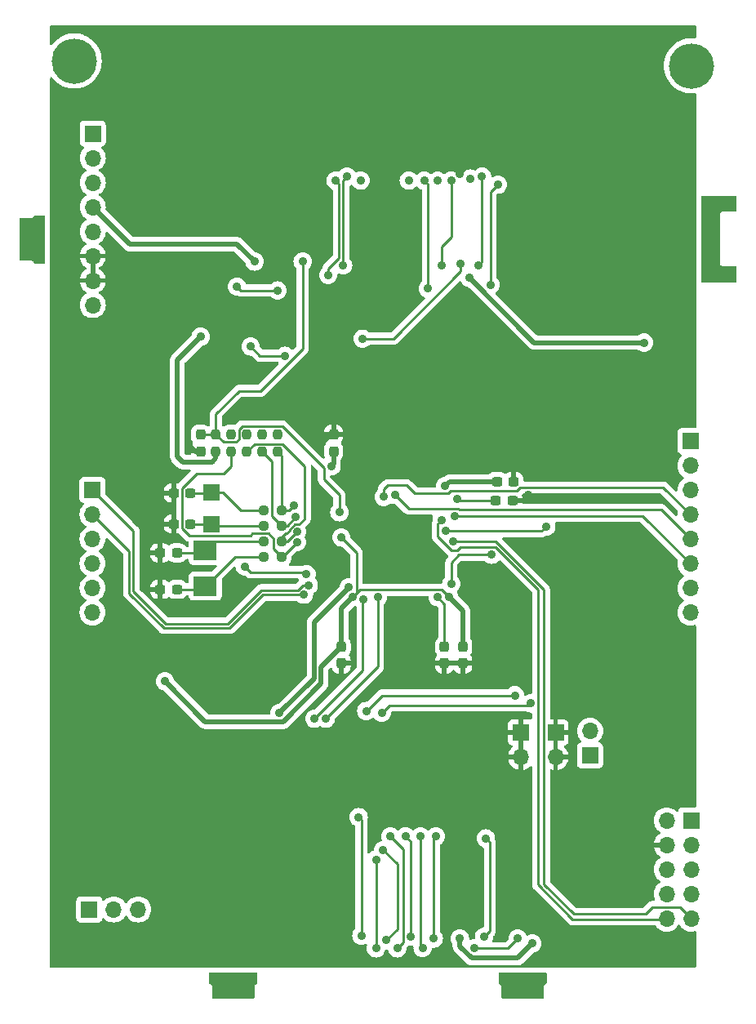
<source format=gbr>
%TF.GenerationSoftware,KiCad,Pcbnew,8.0.0*%
%TF.CreationDate,2024-11-20T18:04:26+03:00*%
%TF.ProjectId,box_side_red,626f785f-7369-4646-955f-7265642e6b69,rev?*%
%TF.SameCoordinates,Original*%
%TF.FileFunction,Copper,L2,Bot*%
%TF.FilePolarity,Positive*%
%FSLAX46Y46*%
G04 Gerber Fmt 4.6, Leading zero omitted, Abs format (unit mm)*
G04 Created by KiCad (PCBNEW 8.0.0) date 2024-11-20 18:04:26*
%MOMM*%
%LPD*%
G01*
G04 APERTURE LIST*
G04 Aperture macros list*
%AMRoundRect*
0 Rectangle with rounded corners*
0 $1 Rounding radius*
0 $2 $3 $4 $5 $6 $7 $8 $9 X,Y pos of 4 corners*
0 Add a 4 corners polygon primitive as box body*
4,1,4,$2,$3,$4,$5,$6,$7,$8,$9,$2,$3,0*
0 Add four circle primitives for the rounded corners*
1,1,$1+$1,$2,$3*
1,1,$1+$1,$4,$5*
1,1,$1+$1,$6,$7*
1,1,$1+$1,$8,$9*
0 Add four rect primitives between the rounded corners*
20,1,$1+$1,$2,$3,$4,$5,0*
20,1,$1+$1,$4,$5,$6,$7,0*
20,1,$1+$1,$6,$7,$8,$9,0*
20,1,$1+$1,$8,$9,$2,$3,0*%
G04 Aperture macros list end*
%TA.AperFunction,ComponentPad*%
%ADD10R,1.700000X1.700000*%
%TD*%
%TA.AperFunction,ComponentPad*%
%ADD11O,1.700000X1.700000*%
%TD*%
%TA.AperFunction,ComponentPad*%
%ADD12C,3.100000*%
%TD*%
%TA.AperFunction,ConnectorPad*%
%ADD13C,4.700000*%
%TD*%
%TA.AperFunction,SMDPad,CuDef*%
%ADD14RoundRect,0.237500X0.300000X0.237500X-0.300000X0.237500X-0.300000X-0.237500X0.300000X-0.237500X0*%
%TD*%
%TA.AperFunction,SMDPad,CuDef*%
%ADD15RoundRect,0.237500X-0.250000X-0.237500X0.250000X-0.237500X0.250000X0.237500X-0.250000X0.237500X0*%
%TD*%
%TA.AperFunction,SMDPad,CuDef*%
%ADD16RoundRect,0.237500X-0.300000X-0.237500X0.300000X-0.237500X0.300000X0.237500X-0.300000X0.237500X0*%
%TD*%
%TA.AperFunction,SMDPad,CuDef*%
%ADD17R,2.400000X2.000000*%
%TD*%
%TA.AperFunction,SMDPad,CuDef*%
%ADD18RoundRect,0.237500X0.237500X-0.250000X0.237500X0.250000X-0.237500X0.250000X-0.237500X-0.250000X0*%
%TD*%
%TA.AperFunction,SMDPad,CuDef*%
%ADD19RoundRect,0.237500X0.237500X-0.300000X0.237500X0.300000X-0.237500X0.300000X-0.237500X-0.300000X0*%
%TD*%
%TA.AperFunction,SMDPad,CuDef*%
%ADD20RoundRect,0.237500X-0.237500X0.300000X-0.237500X-0.300000X0.237500X-0.300000X0.237500X0.300000X0*%
%TD*%
%TA.AperFunction,SMDPad,CuDef*%
%ADD21R,1.800000X1.750000*%
%TD*%
%TA.AperFunction,ViaPad*%
%ADD22C,0.900000*%
%TD*%
%TA.AperFunction,Conductor*%
%ADD23C,0.500000*%
%TD*%
%TA.AperFunction,Conductor*%
%ADD24C,0.250000*%
%TD*%
G04 APERTURE END LIST*
D10*
%TO.P,X3,1*%
%TO.N,BOOT0*%
X180000000Y-111000000D03*
D11*
%TO.P,X3,2*%
%TO.N,VDD*%
X180000000Y-108460000D03*
%TD*%
D10*
%TO.P,X6,1*%
%TO.N,/PA0*%
X128400000Y-83475000D03*
D11*
%TO.P,X6,2*%
%TO.N,/PA1*%
X128400000Y-86015000D03*
%TO.P,X6,3*%
%TO.N,/PA4*%
X128400000Y-88554999D03*
%TO.P,X6,4*%
%TO.N,/PB0*%
X128400000Y-91095000D03*
%TO.P,X6,5*%
%TO.N,/PC1*%
X128400000Y-93635000D03*
%TO.P,X6,6*%
%TO.N,/PC0*%
X128400000Y-96175000D03*
%TD*%
D10*
%TO.P,X8,1*%
%TO.N,PB13*%
X190489999Y-117749999D03*
D11*
%TO.P,X8,2*%
%TO.N,Net-(X10-PB9)*%
X187949999Y-117749999D03*
%TO.P,X8,3*%
%TO.N,VDDA*%
X190489999Y-120289999D03*
%TO.P,X8,4*%
%TO.N,PGND*%
X187949999Y-120289999D03*
%TO.P,X8,5*%
%TO.N,/PA5*%
X190489999Y-122829998D03*
%TO.P,X8,6*%
%TO.N,/PA6*%
X187949999Y-122829999D03*
%TO.P,X8,7*%
%TO.N,/PA7*%
X190489999Y-125369999D03*
%TO.P,X8,8*%
%TO.N,/PB6*%
X187949999Y-125369999D03*
%TO.P,X8,9*%
%TO.N,/PC7*%
X190489999Y-127909999D03*
%TO.P,X8,10*%
%TO.N,/PA9*%
X187949999Y-127909999D03*
%TD*%
D12*
%TO.P,REF\u002A\u002A,1*%
%TO.N,PGND*%
X126500000Y-39000000D03*
D13*
%TO.N,N/C*%
X126500000Y-39000000D03*
%TD*%
D10*
%TO.P,X9,1*%
%TO.N,/PA8*%
X190400000Y-78420000D03*
D11*
%TO.P,X9,2*%
%TO.N,/PB10*%
X190400000Y-80960000D03*
%TO.P,X9,3*%
%TO.N,/PB4*%
X190400000Y-83500000D03*
%TO.P,X9,4*%
%TO.N,/PB5*%
X190400000Y-86040000D03*
%TO.P,X9,5*%
%TO.N,/PB3*%
X190400000Y-88580000D03*
%TO.P,X9,6*%
%TO.N,/PA10*%
X190400000Y-91120000D03*
%TO.P,X9,7*%
%TO.N,/PA2*%
X190400000Y-93660000D03*
%TO.P,X9,8*%
%TO.N,/PA3*%
X190400000Y-96200000D03*
%TD*%
D10*
%TO.P,X1,1*%
%TO.N,PGND*%
X172850000Y-108610000D03*
D11*
%TO.P,X1,2*%
X172850000Y-111150000D03*
%TD*%
D10*
%TO.P,X5,1*%
%TO.N,unconnected-(X5-Pad1)*%
X128425000Y-46525000D03*
D11*
%TO.P,X5,2*%
%TO.N,VDD*%
X128425000Y-49065000D03*
%TO.P,X5,3*%
%TO.N,/PC12*%
X128425000Y-51605000D03*
%TO.P,X5,4*%
%TO.N,VDD*%
X128425000Y-54145000D03*
%TO.P,X5,5*%
%TO.N,C5V*%
X128425000Y-56685000D03*
%TO.P,X5,6*%
%TO.N,PGND*%
X128425000Y-59225000D03*
%TO.P,X5,7*%
X128425000Y-61765000D03*
%TO.P,X5,8*%
%TO.N,VIN*%
X128425000Y-64305000D03*
%TD*%
D10*
%TO.P,X7,1*%
%TO.N,U5V*%
X128075000Y-126975000D03*
D11*
%TO.P,X7,2*%
%TO.N,C5V*%
X130615000Y-126975000D03*
%TO.P,X7,3*%
%TO.N,E5V*%
X133154999Y-126975000D03*
%TD*%
D12*
%TO.P,REF\u002A\u002A,1*%
%TO.N,PGND*%
X190500000Y-39500000D03*
D13*
%TO.N,N/C*%
X190500000Y-39500000D03*
%TD*%
D10*
%TO.P,X2,1*%
%TO.N,PGND*%
X176425000Y-108610000D03*
D11*
%TO.P,X2,2*%
X176425000Y-111150000D03*
%TD*%
D14*
%TO.P,C5,1,C1*%
%TO.N,Net-(C5-C1)*%
X137162501Y-93800000D03*
%TO.P,C5,2,C2*%
%TO.N,PGND*%
X135437499Y-93800000D03*
%TD*%
D15*
%TO.P,SB9,1,J1*%
%TO.N,Net-(C5-C1)*%
X146187500Y-90400000D03*
%TO.P,SB9,2,J2*%
%TO.N,/PH1*%
X148012500Y-90400000D03*
%TD*%
D16*
%TO.P,C7,1,C1*%
%TO.N,Net-(C7-C1)*%
X170237499Y-84600000D03*
%TO.P,C7,2,C2*%
%TO.N,PGND*%
X171962501Y-84600000D03*
%TD*%
D17*
%TO.P,Y2,1,Q1*%
%TO.N,Net-(C4-C1)*%
X140100000Y-89749999D03*
%TO.P,Y2,2,Q2*%
%TO.N,Net-(C5-C1)*%
X140100000Y-93450001D03*
%TD*%
D14*
%TO.P,C1,1,C1*%
%TO.N,Net-(C1-C1)*%
X138562501Y-83800000D03*
%TO.P,C1,2,C2*%
%TO.N,PGND*%
X136837499Y-83800000D03*
%TD*%
D18*
%TO.P,SB11,1,J1*%
%TO.N,/PC14*%
X147600000Y-79512500D03*
%TO.P,SB11,2,J2*%
%TO.N,Net-(SB11-J2)*%
X147600000Y-77687500D03*
%TD*%
D14*
%TO.P,C2,1,C1*%
%TO.N,Net-(C2-C1)*%
X138562501Y-87000000D03*
%TO.P,C2,2,C2*%
%TO.N,PGND*%
X136837499Y-87000000D03*
%TD*%
D15*
%TO.P,SB8,1,J1*%
%TO.N,Net-(C4-C1)*%
X146187500Y-88800000D03*
%TO.P,SB8,2,J2*%
%TO.N,/PH0*%
X148012500Y-88800000D03*
%TD*%
D19*
%TO.P,C13,1,C1*%
%TO.N,VDD*%
X153400000Y-79462501D03*
%TO.P,C13,2,C2*%
%TO.N,PGND*%
X153400000Y-77737499D03*
%TD*%
D20*
%TO.P,C6,1,C1*%
%TO.N,Net-(C6-C1)*%
X164900000Y-99737499D03*
%TO.P,C6,2,C2*%
%TO.N,PGND*%
X164900000Y-101462501D03*
%TD*%
D18*
%TO.P,SB12,1,J1*%
%TO.N,/PC15*%
X146000000Y-79512500D03*
%TO.P,SB12,2,J2*%
%TO.N,Net-(SB12-J2)*%
X146000000Y-77687500D03*
%TD*%
D14*
%TO.P,C4,1,C1*%
%TO.N,Net-(C4-C1)*%
X137162501Y-90000000D03*
%TO.P,C4,2,C2*%
%TO.N,PGND*%
X135437499Y-90000000D03*
%TD*%
D15*
%TO.P,SB6,1,J1*%
%TO.N,Net-(C1-C1)*%
X146187500Y-85600000D03*
%TO.P,SB6,2,J2*%
%TO.N,/PC14*%
X148012500Y-85600000D03*
%TD*%
D18*
%TO.P,SB15,1,J1*%
%TO.N,VDD*%
X141200001Y-79512500D03*
%TO.P,SB15,2,J2*%
%TO.N,VBAT*%
X141200001Y-77687500D03*
%TD*%
%TO.P,SB14,1,J1*%
%TO.N,/PH1*%
X142799999Y-79512500D03*
%TO.P,SB14,2,J2*%
%TO.N,Net-(SB14-J2)*%
X142799999Y-77687500D03*
%TD*%
D16*
%TO.P,C15,1,C1*%
%TO.N,VDD*%
X170337499Y-82600000D03*
%TO.P,C15,2,C2*%
%TO.N,PGND*%
X172062501Y-82600000D03*
%TD*%
D20*
%TO.P,C17,1,C1*%
%TO.N,VBAT*%
X139600000Y-77737499D03*
%TO.P,C17,2,C2*%
%TO.N,PGND*%
X139600000Y-79462501D03*
%TD*%
D15*
%TO.P,SB7,1,J1*%
%TO.N,Net-(C2-C1)*%
X146187500Y-87200000D03*
%TO.P,SB7,2,J2*%
%TO.N,/PC15*%
X148012500Y-87200000D03*
%TD*%
D20*
%TO.P,C11,1,C1*%
%TO.N,VDD*%
X166800000Y-99737499D03*
%TO.P,C11,2,C2*%
%TO.N,PGND*%
X166800000Y-101462501D03*
%TD*%
D21*
%TO.P,Y1,1,Q1*%
%TO.N,Net-(C1-C1)*%
X140700000Y-83749998D03*
%TO.P,Y1,2,Q2*%
%TO.N,Net-(C2-C1)*%
X140700000Y-87000000D03*
%TD*%
D18*
%TO.P,SB13,1,J1*%
%TO.N,/PH0*%
X144400000Y-79512500D03*
%TO.P,SB13,2,J2*%
%TO.N,Net-(SB13-J2)*%
X144400000Y-77687500D03*
%TD*%
D20*
%TO.P,C9,1,C1*%
%TO.N,VDD*%
X154200000Y-99737499D03*
%TO.P,C9,2,C2*%
%TO.N,PGND*%
X154200000Y-101462501D03*
%TD*%
D22*
%TO.N,PGND*%
X161600000Y-79000000D03*
X151800000Y-79000000D03*
X152000000Y-51400000D03*
X166480002Y-50739998D03*
X189000000Y-131500000D03*
X169000000Y-79500000D03*
X157600000Y-51400000D03*
X150000000Y-51400000D03*
X183800000Y-52400000D03*
X159200000Y-51400000D03*
X141000000Y-125000000D03*
X133600000Y-54400000D03*
X173800000Y-82200000D03*
X183500000Y-94000000D03*
X140780000Y-63420000D03*
X186000000Y-73000000D03*
X132500000Y-79500000D03*
X161500000Y-69000000D03*
X179500000Y-98500000D03*
X132820000Y-63620000D03*
X148000000Y-51400000D03*
X141000000Y-130000000D03*
X175800000Y-37600000D03*
X173600000Y-84000000D03*
X177000000Y-57000000D03*
X185600000Y-66200000D03*
X138400000Y-56400000D03*
X187000000Y-111000000D03*
X180500000Y-119000000D03*
X149500000Y-116000000D03*
X186000000Y-131500000D03*
X128000000Y-79000000D03*
X138400000Y-78800000D03*
%TO.N,/nRST*%
X143400000Y-62400000D03*
X147600000Y-62800000D03*
%TO.N,Net-(C6-C1)*%
X164200000Y-94600000D03*
%TO.N,Net-(C7-C1)*%
X166200000Y-84400000D03*
%TO.N,VIN*%
X156200000Y-51400000D03*
%TO.N,VDD*%
X161200000Y-51400000D03*
X153200000Y-81000000D03*
X164200000Y-51400000D03*
X135912499Y-103312499D03*
X145200000Y-59800000D03*
X164982664Y-83072230D03*
X139600000Y-67600000D03*
X185600000Y-68200000D03*
X155400000Y-94600000D03*
X154200000Y-88400000D03*
X165400000Y-94600000D03*
X167500000Y-61500000D03*
%TO.N,E5V*%
X167600000Y-51200000D03*
%TO.N,VBAT*%
X150200000Y-59800000D03*
X154000000Y-85800000D03*
%TO.N,VDDA*%
X147800000Y-106600000D03*
X154991469Y-93578673D03*
X166500000Y-130000000D03*
X174000000Y-130500000D03*
%TO.N,BOOT0*%
X156400000Y-67800000D03*
X166600000Y-60000000D03*
%TO.N,PB13*%
X165600000Y-93200000D03*
X169800000Y-90200000D03*
X169200000Y-119600000D03*
X169000000Y-129800000D03*
%TO.N,/PC14*%
X149293110Y-85106890D03*
%TO.N,/PC15*%
X149498883Y-86298883D03*
%TO.N,/PH0*%
X149600000Y-87800000D03*
%TO.N,/PH1*%
X149600000Y-88900003D03*
%TO.N,/PC13*%
X148344246Y-69559737D03*
X144800000Y-68600000D03*
%TO.N,/PA14*%
X164575000Y-60200000D03*
X165600000Y-51400000D03*
%TO.N,/PB5*%
X158600000Y-84200000D03*
%TO.N,/PC5*%
X162400000Y-119400000D03*
X162640000Y-130960000D03*
%TO.N,/PB6*%
X154400000Y-60200000D03*
X154800000Y-51000000D03*
%TO.N,/PB3*%
X159800000Y-84000000D03*
%TO.N,/PB0*%
X158000000Y-94600000D03*
X152600000Y-107200000D03*
%TO.N,/PA1*%
X150333794Y-94333794D03*
%TO.N,/PC3*%
X150600000Y-92200000D03*
X157800000Y-121800000D03*
X157800000Y-131000000D03*
X144200000Y-91400000D03*
%TO.N,/PA10*%
X166000000Y-86200000D03*
%TO.N,/PA5*%
X160000000Y-131000000D03*
X159300000Y-119400000D03*
%TO.N,/PB2*%
X163800000Y-130000000D03*
X164000000Y-119400000D03*
%TO.N,/PB8*%
X152850000Y-61200000D03*
X153600000Y-51400000D03*
%TO.N,/PC7*%
X165800000Y-88800000D03*
X169655000Y-62200000D03*
X170430000Y-51830000D03*
%TO.N,/PC1*%
X156000000Y-117400000D03*
X156290000Y-129690000D03*
%TO.N,/PA0*%
X150825147Y-93349631D03*
%TO.N,/PA4*%
X151400000Y-107200000D03*
X156478642Y-94815728D03*
%TO.N,/PA2*%
X158830000Y-130170000D03*
X158551992Y-120848008D03*
X172191469Y-104778673D03*
X156800000Y-106400000D03*
%TO.N,/PC9*%
X168800000Y-51000000D03*
X168385000Y-60200000D03*
%TO.N,/PA8*%
X165000000Y-87750000D03*
X175466206Y-87266206D03*
%TO.N,/PA9*%
X164600000Y-86600000D03*
%TO.N,/PA7*%
X160850000Y-119400000D03*
X161400000Y-129800000D03*
%TO.N,/PC12*%
X162800000Y-51400000D03*
X163200000Y-62600000D03*
%TO.N,/PA3*%
X173825000Y-105600000D03*
X158400000Y-106600000D03*
%TO.N,Net-(X10-PB9)*%
X168000000Y-131000000D03*
X172500000Y-130000000D03*
%TD*%
D23*
%TO.N,PGND*%
X153062501Y-77737499D02*
X153400000Y-77737499D01*
X151800000Y-79000000D02*
X153062501Y-77737499D01*
D24*
%TO.N,Net-(C1-C1)*%
X143800000Y-85600000D02*
X146187500Y-85600000D01*
X138562501Y-83800000D02*
X140649998Y-83800000D01*
X140700000Y-83749998D02*
X141949998Y-83749998D01*
X140649998Y-83800000D02*
X140700000Y-83749998D01*
X141949998Y-83749998D02*
X143800000Y-85600000D01*
D23*
%TO.N,PGND*%
X139600000Y-79462501D02*
X139062501Y-79462501D01*
X139062501Y-79462501D02*
X138400000Y-78800000D01*
D24*
%TO.N,Net-(C2-C1)*%
X141000000Y-87000000D02*
X141200000Y-87200000D01*
X140700000Y-87000000D02*
X141000000Y-87000000D01*
X138562501Y-87000000D02*
X140700000Y-87000000D01*
X141200000Y-87200000D02*
X146187500Y-87200000D01*
%TO.N,/nRST*%
X143400000Y-62400000D02*
X143800000Y-62800000D01*
X143800000Y-62800000D02*
X147600000Y-62800000D01*
%TO.N,Net-(C4-C1)*%
X140250001Y-89749999D02*
X141200000Y-88800000D01*
X139849999Y-90000000D02*
X140100000Y-89749999D01*
X141200000Y-88800000D02*
X146187500Y-88800000D01*
X137162501Y-90000000D02*
X139849999Y-90000000D01*
X140100000Y-89749999D02*
X140250001Y-89749999D01*
%TO.N,Net-(C5-C1)*%
X137162501Y-93800000D02*
X139750001Y-93800000D01*
X140149999Y-93450001D02*
X143200000Y-90400000D01*
X139750001Y-93800000D02*
X140100000Y-93450001D01*
X143200000Y-90400000D02*
X146187500Y-90400000D01*
X140100000Y-93450001D02*
X140149999Y-93450001D01*
%TO.N,Net-(C6-C1)*%
X164900000Y-95300000D02*
X164200000Y-94600000D01*
X164900000Y-99737499D02*
X164900000Y-95300000D01*
%TO.N,Net-(C7-C1)*%
X166400000Y-84600000D02*
X166200000Y-84400000D01*
X170237499Y-84600000D02*
X166400000Y-84600000D01*
D23*
%TO.N,VDD*%
X154200000Y-99737499D02*
X152100000Y-101837499D01*
D24*
X156175000Y-93825000D02*
X164625000Y-93825000D01*
X155400000Y-94600000D02*
X156175000Y-93825000D01*
D23*
X153400000Y-79462501D02*
X153400000Y-80800000D01*
X132280000Y-58000000D02*
X128425000Y-54145000D01*
X137800000Y-80600000D02*
X140800000Y-80600000D01*
D24*
X154200000Y-88400000D02*
X155766469Y-89966469D01*
D23*
X140100000Y-107500000D02*
X135912499Y-103312499D01*
X174200000Y-68200000D02*
X167500000Y-61500000D01*
X166800000Y-96000000D02*
X165400000Y-94600000D01*
D24*
X155766469Y-94233531D02*
X155400000Y-94600000D01*
D23*
X185600000Y-68200000D02*
X174200000Y-68200000D01*
X137200000Y-80000000D02*
X137800000Y-80600000D01*
X139600000Y-67600000D02*
X137200000Y-70000000D01*
X153400000Y-80800000D02*
X153200000Y-81000000D01*
X154200000Y-95800000D02*
X155400000Y-94600000D01*
X140800000Y-80600000D02*
X141200001Y-80199999D01*
X166800000Y-99737499D02*
X166800000Y-96000000D01*
X152100000Y-103572793D02*
X148172793Y-107500000D01*
X137200000Y-70000000D02*
X137200000Y-80000000D01*
D24*
X164625000Y-93825000D02*
X165400000Y-94600000D01*
D23*
X165454894Y-82600000D02*
X170337499Y-82600000D01*
X143400000Y-58000000D02*
X132280000Y-58000000D01*
X141200001Y-80199999D02*
X141200001Y-79512500D01*
X164982664Y-83072230D02*
X165454894Y-82600000D01*
X148172793Y-107500000D02*
X140100000Y-107500000D01*
X154200000Y-99737499D02*
X154200000Y-95800000D01*
X145200000Y-59800000D02*
X143400000Y-58000000D01*
X152100000Y-101837499D02*
X152100000Y-103572793D01*
D24*
X155766469Y-89966469D02*
X155766469Y-94233531D01*
%TO.N,VBAT*%
X154000000Y-85800000D02*
X154000000Y-84000000D01*
X143600000Y-78200000D02*
X143300000Y-78500000D01*
X143600000Y-77197924D02*
X143600000Y-78200000D01*
X152400000Y-82400000D02*
X152400000Y-81197924D01*
X143922924Y-76875000D02*
X143600000Y-77197924D01*
X141150002Y-77737499D02*
X141200001Y-77687500D01*
X143600000Y-73200000D02*
X141200001Y-75599999D01*
X139600000Y-77737499D02*
X141150002Y-77737499D01*
X154000000Y-84000000D02*
X152400000Y-82400000D01*
X152400000Y-81197924D02*
X148077076Y-76875000D01*
X143300000Y-78500000D02*
X142012501Y-78500000D01*
X150200000Y-68800000D02*
X145800000Y-73200000D01*
X141200001Y-75599999D02*
X141200001Y-77687500D01*
X148077076Y-76875000D02*
X143922924Y-76875000D01*
X142012501Y-78500000D02*
X141200001Y-77687500D01*
X145800000Y-73200000D02*
X143600000Y-73200000D01*
X150200000Y-59800000D02*
X150200000Y-68800000D01*
D23*
%TO.N,VDDA*%
X155000000Y-93600000D02*
X154991469Y-93591469D01*
X167727207Y-132000000D02*
X172500000Y-132000000D01*
X151400000Y-103000000D02*
X151400000Y-97200000D01*
X151400000Y-97200000D02*
X155000000Y-93600000D01*
X166500000Y-130000000D02*
X166500000Y-130772793D01*
X166500000Y-130772793D02*
X167727207Y-132000000D01*
X172500000Y-132000000D02*
X174000000Y-130500000D01*
X154991469Y-93591469D02*
X154991469Y-93578673D01*
X147800000Y-106600000D02*
X151400000Y-103000000D01*
D24*
%TO.N,BOOT0*%
X166600000Y-60800000D02*
X166600000Y-60000000D01*
X159600000Y-67800000D02*
X166600000Y-60800000D01*
X156400000Y-67800000D02*
X159600000Y-67800000D01*
%TO.N,PB13*%
X169200000Y-119600000D02*
X169600000Y-120000000D01*
X169800000Y-90200000D02*
X166400000Y-90200000D01*
X169600000Y-120000000D02*
X169600000Y-129200000D01*
X169600000Y-129200000D02*
X169000000Y-129800000D01*
X165600000Y-91000000D02*
X165600000Y-93200000D01*
X166400000Y-90200000D02*
X165600000Y-91000000D01*
%TO.N,/PC14*%
X148800000Y-85600000D02*
X148012500Y-85600000D01*
X148012500Y-79925000D02*
X147600000Y-79512500D01*
X148012500Y-85600000D02*
X148012500Y-79925000D01*
X149293110Y-85106890D02*
X148800000Y-85600000D01*
%TO.N,/PC15*%
X147000000Y-86187500D02*
X147000000Y-80512500D01*
X148597766Y-87200000D02*
X148012500Y-87200000D01*
X148012500Y-87200000D02*
X147000000Y-86187500D01*
X147000000Y-80512500D02*
X146000000Y-79512500D01*
X149498883Y-86298883D02*
X148597766Y-87200000D01*
%TO.N,/PH0*%
X149360279Y-87073883D02*
X149819899Y-87073883D01*
X148012500Y-88800000D02*
X148012500Y-88387500D01*
X148502076Y-88000000D02*
X148825000Y-87677076D01*
X150400000Y-81022924D02*
X148077076Y-78700000D01*
X149600000Y-87800000D02*
X148600000Y-88800000D01*
X145212500Y-78700000D02*
X144400000Y-79512500D01*
X148012500Y-88387500D02*
X148400000Y-88000000D01*
X149819899Y-87073883D02*
X150400000Y-86493782D01*
X148825000Y-87609162D02*
X149360279Y-87073883D01*
X150400000Y-86493782D02*
X150400000Y-81022924D01*
X148400000Y-88000000D02*
X148502076Y-88000000D01*
X148600000Y-88800000D02*
X148012500Y-88800000D01*
X148825000Y-87677076D02*
X148825000Y-87609162D01*
X148077076Y-78700000D02*
X145212500Y-78700000D01*
%TO.N,/PH1*%
X145000000Y-88000000D02*
X144800000Y-88200000D01*
X138422925Y-88200000D02*
X137700001Y-87477076D01*
X147200000Y-89587500D02*
X147200000Y-88522924D01*
X137700001Y-87477076D02*
X137700001Y-83322924D01*
X149600000Y-88900003D02*
X148100003Y-90400000D01*
X147200000Y-88522924D02*
X146677076Y-88000000D01*
X142799999Y-81000001D02*
X142799999Y-79512500D01*
X144800000Y-88200000D02*
X138422925Y-88200000D01*
X139222925Y-81800000D02*
X142000000Y-81800000D01*
X142000000Y-81800000D02*
X142799999Y-81000001D01*
X137700001Y-83322924D02*
X139222925Y-81800000D01*
X148012500Y-90400000D02*
X147200000Y-89587500D01*
X148100003Y-90400000D02*
X148012500Y-90400000D01*
X146677076Y-88000000D02*
X145000000Y-88000000D01*
%TO.N,/PC13*%
X145759737Y-69559737D02*
X144800000Y-68600000D01*
X148344246Y-69559737D02*
X145759737Y-69559737D01*
%TO.N,/PA14*%
X165600000Y-57200000D02*
X165600000Y-51400000D01*
X164575000Y-58225000D02*
X165600000Y-57200000D01*
X164575000Y-60200000D02*
X164575000Y-58225000D01*
%TO.N,/PB5*%
X190400000Y-86040000D02*
X187585000Y-83225000D01*
X165550910Y-83600000D02*
X165303680Y-83847230D01*
X172402077Y-83600000D02*
X165550910Y-83600000D01*
X161000000Y-83000000D02*
X159000000Y-83000000D01*
X161847230Y-83847230D02*
X161000000Y-83000000D01*
X158600000Y-83400000D02*
X158600000Y-84200000D01*
X172777077Y-83225000D02*
X172402077Y-83600000D01*
X165303680Y-83847230D02*
X161847230Y-83847230D01*
X159000000Y-83000000D02*
X158600000Y-83400000D01*
X187585000Y-83225000D02*
X172777077Y-83225000D01*
%TO.N,/PC5*%
X162400000Y-130720000D02*
X162640000Y-130960000D01*
X162400000Y-119400000D02*
X162400000Y-130720000D01*
%TO.N,/PB6*%
X154400000Y-51400000D02*
X154800000Y-51000000D01*
X154400000Y-60200000D02*
X154400000Y-51400000D01*
%TO.N,/PB3*%
X187371992Y-85551992D02*
X166448008Y-85551992D01*
X161225000Y-85425000D02*
X159800000Y-84000000D01*
X166448008Y-85551992D02*
X166321016Y-85425000D01*
X166321016Y-85425000D02*
X161225000Y-85425000D01*
X190400000Y-88580000D02*
X187371992Y-85551992D01*
%TO.N,/PB0*%
X152600000Y-107200000D02*
X158000000Y-101800000D01*
X158000000Y-101800000D02*
X158000000Y-94600000D01*
%TO.N,/PA1*%
X146066206Y-94333794D02*
X142600000Y-97800000D01*
X142600000Y-97800000D02*
X135800000Y-97800000D01*
X132185000Y-89800000D02*
X128400000Y-86015000D01*
X150333794Y-94333794D02*
X146066206Y-94333794D01*
X132200000Y-89800000D02*
X132185000Y-89800000D01*
X135800000Y-97800000D02*
X132200000Y-94200000D01*
X132200000Y-94200000D02*
X132200000Y-89800000D01*
%TO.N,/PC3*%
X157800000Y-121800000D02*
X157800000Y-131000000D01*
X150600000Y-92200000D02*
X150400000Y-92000000D01*
X150400000Y-92000000D02*
X144800000Y-92000000D01*
X144800000Y-92000000D02*
X144200000Y-91400000D01*
%TO.N,/PA10*%
X185480000Y-86200000D02*
X166000000Y-86200000D01*
X190400000Y-91120000D02*
X185480000Y-86200000D01*
%TO.N,/PA5*%
X160600000Y-120700000D02*
X160600000Y-130400000D01*
X160600000Y-130400000D02*
X160000000Y-131000000D01*
X159300000Y-119400000D02*
X160600000Y-120700000D01*
%TO.N,/PB2*%
X164000000Y-119400000D02*
X163800000Y-119600000D01*
X163800000Y-119600000D02*
X163800000Y-130000000D01*
%TO.N,/PB8*%
X153950000Y-59400000D02*
X152850000Y-60500000D01*
X153950000Y-51750000D02*
X153950000Y-59400000D01*
X152850000Y-60500000D02*
X152850000Y-61200000D01*
X153600000Y-51400000D02*
X153950000Y-51750000D01*
%TO.N,/PC7*%
X170430000Y-51830000D02*
X169655000Y-52605000D01*
X189314999Y-126734999D02*
X190489999Y-127909999D01*
X186465001Y-126734999D02*
X189314999Y-126734999D01*
X175218198Y-93781802D02*
X175218198Y-124381802D01*
X185740001Y-127459999D02*
X186465001Y-126734999D01*
X165800000Y-88800000D02*
X170236396Y-88800000D01*
X175218198Y-124381802D02*
X178296395Y-127459999D01*
X178296395Y-127459999D02*
X185740001Y-127459999D01*
X170236396Y-88800000D02*
X175218198Y-93781802D01*
X169655000Y-52605000D02*
X169655000Y-62200000D01*
%TO.N,/PC1*%
X156290000Y-117690000D02*
X156000000Y-117400000D01*
X156290000Y-129690000D02*
X156290000Y-117690000D01*
%TO.N,/PA0*%
X135986396Y-97350000D02*
X132650000Y-94013604D01*
X149687778Y-93883794D02*
X145879810Y-93883794D01*
X132650000Y-94013604D02*
X132650000Y-87725000D01*
X150221941Y-93349631D02*
X149687778Y-93883794D01*
X132650000Y-87725000D02*
X128400000Y-83475000D01*
X142413604Y-97350000D02*
X135986396Y-97350000D01*
X150825147Y-93349631D02*
X150221941Y-93349631D01*
X145879810Y-93883794D02*
X142413604Y-97350000D01*
%TO.N,/PA4*%
X156400000Y-94800000D02*
X156462914Y-94800000D01*
X156462914Y-94800000D02*
X156478642Y-94815728D01*
X151400000Y-107200000D02*
X156400000Y-102200000D01*
X156400000Y-102200000D02*
X156400000Y-94800000D01*
%TO.N,/PA2*%
X160000000Y-122296016D02*
X158551992Y-120848008D01*
X158421327Y-104778673D02*
X156800000Y-106400000D01*
X158830000Y-130170000D02*
X160000000Y-129000000D01*
X160000000Y-129000000D02*
X160000000Y-122296016D01*
X172191469Y-104778673D02*
X158421327Y-104778673D01*
%TO.N,/PC9*%
X168800000Y-51000000D02*
X168800000Y-59785000D01*
X168800000Y-59785000D02*
X168385000Y-60200000D01*
%TO.N,/PA8*%
X174982412Y-87750000D02*
X175466206Y-87266206D01*
X165000000Y-87750000D02*
X174982412Y-87750000D01*
%TO.N,/PA9*%
X166538604Y-89425000D02*
X170225000Y-89425000D01*
X165653984Y-89750000D02*
X166213604Y-89750000D01*
X170225000Y-89425000D02*
X174600000Y-93800000D01*
X174600000Y-124400000D02*
X178200000Y-128000000D01*
X166213604Y-89750000D02*
X166538604Y-89425000D01*
X164600000Y-86600000D02*
X164225000Y-86975000D01*
X164225000Y-86975000D02*
X164225000Y-88321016D01*
X164225000Y-88321016D02*
X165653984Y-89750000D01*
X178200000Y-128000000D02*
X187859998Y-128000000D01*
X174600000Y-93800000D02*
X174600000Y-124400000D01*
X187859998Y-128000000D02*
X187949999Y-127909999D01*
%TO.N,/PA7*%
X160850000Y-119400000D02*
X161400000Y-119950000D01*
X161400000Y-119950000D02*
X161400000Y-129800000D01*
%TO.N,/PC12*%
X163200000Y-51800000D02*
X163200000Y-62600000D01*
X162800000Y-51400000D02*
X163200000Y-51800000D01*
%TO.N,/PA3*%
X173825000Y-105600000D02*
X173625000Y-105800000D01*
X159200000Y-105800000D02*
X158400000Y-106600000D01*
X173625000Y-105800000D02*
X159200000Y-105800000D01*
%TO.N,Net-(X10-PB9)*%
X171500000Y-131000000D02*
X172500000Y-130000000D01*
X168000000Y-131000000D02*
X171500000Y-131000000D01*
%TD*%
%TA.AperFunction,NonConductor*%
G36*
X145443039Y-133519685D02*
G01*
X145488794Y-133572489D01*
X145500000Y-133624000D01*
X145500000Y-134593751D01*
X145480315Y-134660790D01*
X145427511Y-134706545D01*
X145408096Y-134713525D01*
X145384013Y-134719978D01*
X145384004Y-134719982D01*
X145315495Y-134759535D01*
X145315487Y-134759541D01*
X145259541Y-134815487D01*
X145259535Y-134815495D01*
X145219982Y-134884004D01*
X145219979Y-134884009D01*
X145199500Y-134960439D01*
X145199500Y-136075500D01*
X145179815Y-136142539D01*
X145127011Y-136188294D01*
X145075500Y-136199500D01*
X140924500Y-136199500D01*
X140857461Y-136179815D01*
X140811706Y-136127011D01*
X140800500Y-136075500D01*
X140800500Y-134960439D01*
X140780020Y-134884009D01*
X140780017Y-134884004D01*
X140740464Y-134815495D01*
X140740458Y-134815487D01*
X140684512Y-134759541D01*
X140684504Y-134759535D01*
X140615995Y-134719982D01*
X140615991Y-134719980D01*
X140615989Y-134719979D01*
X140615987Y-134719978D01*
X140615986Y-134719978D01*
X140591904Y-134713525D01*
X140532245Y-134677159D01*
X140501717Y-134614312D01*
X140500000Y-134593751D01*
X140500000Y-133624000D01*
X140519685Y-133556961D01*
X140572489Y-133511206D01*
X140624000Y-133500000D01*
X145376000Y-133500000D01*
X145443039Y-133519685D01*
G37*
%TD.AperFunction*%
%TA.AperFunction,NonConductor*%
G36*
X175443039Y-133519685D02*
G01*
X175488794Y-133572489D01*
X175500000Y-133624000D01*
X175500000Y-134593751D01*
X175480315Y-134660790D01*
X175427511Y-134706545D01*
X175408096Y-134713525D01*
X175384013Y-134719978D01*
X175384004Y-134719982D01*
X175315495Y-134759535D01*
X175315487Y-134759541D01*
X175259541Y-134815487D01*
X175259535Y-134815495D01*
X175219982Y-134884004D01*
X175219979Y-134884009D01*
X175199500Y-134960439D01*
X175199500Y-136075500D01*
X175179815Y-136142539D01*
X175127011Y-136188294D01*
X175075500Y-136199500D01*
X170924500Y-136199500D01*
X170857461Y-136179815D01*
X170811706Y-136127011D01*
X170800500Y-136075500D01*
X170800500Y-134960439D01*
X170780020Y-134884009D01*
X170780017Y-134884004D01*
X170740464Y-134815495D01*
X170740458Y-134815487D01*
X170684512Y-134759541D01*
X170684504Y-134759535D01*
X170615995Y-134719982D01*
X170615991Y-134719980D01*
X170615989Y-134719979D01*
X170615987Y-134719978D01*
X170615986Y-134719978D01*
X170591904Y-134713525D01*
X170532245Y-134677159D01*
X170501717Y-134614312D01*
X170500000Y-134593751D01*
X170500000Y-133624000D01*
X170519685Y-133556961D01*
X170572489Y-133511206D01*
X170624000Y-133500000D01*
X175376000Y-133500000D01*
X175443039Y-133519685D01*
G37*
%TD.AperFunction*%
%TA.AperFunction,NonConductor*%
G36*
X123443039Y-55019685D02*
G01*
X123488794Y-55072489D01*
X123500000Y-55124000D01*
X123500000Y-59876000D01*
X123480315Y-59943039D01*
X123427511Y-59988794D01*
X123376000Y-60000000D01*
X122406249Y-60000000D01*
X122339210Y-59980315D01*
X122293455Y-59927511D01*
X122286475Y-59908096D01*
X122284144Y-59899401D01*
X122280021Y-59884011D01*
X122275396Y-59876000D01*
X122240464Y-59815495D01*
X122240458Y-59815487D01*
X122184512Y-59759541D01*
X122184504Y-59759535D01*
X122115995Y-59719982D01*
X122115990Y-59719979D01*
X122090513Y-59713152D01*
X122039562Y-59699500D01*
X122039560Y-59699500D01*
X120924500Y-59699500D01*
X120857461Y-59679815D01*
X120811706Y-59627011D01*
X120800500Y-59575500D01*
X120800500Y-55424500D01*
X120820185Y-55357461D01*
X120872989Y-55311706D01*
X120924500Y-55300500D01*
X122039560Y-55300500D01*
X122039562Y-55300500D01*
X122115989Y-55280021D01*
X122184511Y-55240460D01*
X122240460Y-55184511D01*
X122280021Y-55115989D01*
X122286475Y-55091904D01*
X122322841Y-55032245D01*
X122385688Y-55001717D01*
X122406249Y-55000000D01*
X123376000Y-55000000D01*
X123443039Y-55019685D01*
G37*
%TD.AperFunction*%
%TA.AperFunction,Conductor*%
%TO.N,PGND*%
G36*
X128675000Y-61331988D02*
G01*
X128617993Y-61299075D01*
X128490826Y-61265000D01*
X128359174Y-61265000D01*
X128232007Y-61299075D01*
X128175000Y-61331988D01*
X128175000Y-59658012D01*
X128232007Y-59690925D01*
X128359174Y-59725000D01*
X128490826Y-59725000D01*
X128617993Y-59690925D01*
X128675000Y-59658012D01*
X128675000Y-61331988D01*
G37*
%TD.AperFunction*%
%TA.AperFunction,Conductor*%
G36*
X190943039Y-35320185D02*
G01*
X190988794Y-35372989D01*
X191000000Y-35424500D01*
X191000000Y-36549199D01*
X190980315Y-36616238D01*
X190927511Y-36661993D01*
X190861607Y-36672360D01*
X190666023Y-36649500D01*
X190333977Y-36649500D01*
X190045402Y-36683229D01*
X190004176Y-36688048D01*
X190004161Y-36688050D01*
X189681090Y-36764620D01*
X189681069Y-36764627D01*
X189369059Y-36878189D01*
X189369053Y-36878192D01*
X189072330Y-37027212D01*
X188794920Y-37209668D01*
X188794912Y-37209674D01*
X188649527Y-37331667D01*
X188540553Y-37423107D01*
X188312690Y-37664629D01*
X188312687Y-37664632D01*
X188312685Y-37664635D01*
X188312678Y-37664643D01*
X188114406Y-37930968D01*
X187948385Y-38218525D01*
X187948379Y-38218538D01*
X187816866Y-38523419D01*
X187721634Y-38841518D01*
X187721631Y-38841532D01*
X187663977Y-39168504D01*
X187663976Y-39168515D01*
X187644669Y-39499996D01*
X187644669Y-39500003D01*
X187663976Y-39831484D01*
X187663977Y-39831495D01*
X187721631Y-40158467D01*
X187721634Y-40158481D01*
X187816866Y-40476580D01*
X187948379Y-40781461D01*
X187948385Y-40781474D01*
X188114406Y-41069031D01*
X188312678Y-41335356D01*
X188312683Y-41335362D01*
X188312690Y-41335371D01*
X188540553Y-41576893D01*
X188724689Y-41731400D01*
X188794912Y-41790325D01*
X188794920Y-41790331D01*
X189072330Y-41972787D01*
X189072334Y-41972789D01*
X189369061Y-42121811D01*
X189681082Y-42235377D01*
X189681088Y-42235378D01*
X189681090Y-42235379D01*
X190004161Y-42311949D01*
X190004168Y-42311950D01*
X190004177Y-42311952D01*
X190333977Y-42350500D01*
X190333984Y-42350500D01*
X190666016Y-42350500D01*
X190666023Y-42350500D01*
X190861607Y-42327639D01*
X190930476Y-42339408D01*
X190982052Y-42386543D01*
X191000000Y-42450801D01*
X191000000Y-76945500D01*
X190980315Y-77012539D01*
X190927511Y-77058294D01*
X190876000Y-77069500D01*
X189502129Y-77069500D01*
X189502123Y-77069501D01*
X189442516Y-77075908D01*
X189307671Y-77126202D01*
X189307664Y-77126206D01*
X189192455Y-77212452D01*
X189192452Y-77212455D01*
X189106206Y-77327664D01*
X189106202Y-77327671D01*
X189055908Y-77462517D01*
X189049501Y-77522116D01*
X189049500Y-77522135D01*
X189049500Y-79317870D01*
X189049501Y-79317876D01*
X189055908Y-79377483D01*
X189106202Y-79512328D01*
X189106206Y-79512335D01*
X189192452Y-79627544D01*
X189192455Y-79627547D01*
X189307664Y-79713793D01*
X189307671Y-79713797D01*
X189439081Y-79762810D01*
X189495015Y-79804681D01*
X189519432Y-79870145D01*
X189504580Y-79938418D01*
X189483430Y-79966673D01*
X189361503Y-80088600D01*
X189225965Y-80282169D01*
X189225964Y-80282171D01*
X189126098Y-80496335D01*
X189126094Y-80496344D01*
X189064938Y-80724586D01*
X189064936Y-80724596D01*
X189044341Y-80959999D01*
X189044341Y-80960000D01*
X189064936Y-81195403D01*
X189064938Y-81195413D01*
X189126094Y-81423655D01*
X189126096Y-81423659D01*
X189126097Y-81423663D01*
X189190689Y-81562181D01*
X189225965Y-81637830D01*
X189225967Y-81637834D01*
X189361501Y-81831395D01*
X189361506Y-81831402D01*
X189528597Y-81998493D01*
X189528603Y-81998498D01*
X189714158Y-82128425D01*
X189757783Y-82183002D01*
X189764977Y-82252500D01*
X189733454Y-82314855D01*
X189714158Y-82331575D01*
X189528597Y-82461505D01*
X189361505Y-82628597D01*
X189225965Y-82822169D01*
X189225964Y-82822171D01*
X189126098Y-83036335D01*
X189126094Y-83036344D01*
X189064938Y-83264586D01*
X189064936Y-83264596D01*
X189044341Y-83499999D01*
X189044341Y-83500389D01*
X189044292Y-83500554D01*
X189043869Y-83505394D01*
X189042896Y-83505308D01*
X189024656Y-83567428D01*
X188971852Y-83613183D01*
X188902694Y-83623127D01*
X188839138Y-83594102D01*
X188832660Y-83588070D01*
X188075198Y-82830608D01*
X188075178Y-82830586D01*
X187983735Y-82739143D01*
X187983732Y-82739141D01*
X187919595Y-82696286D01*
X187919594Y-82696285D01*
X187881290Y-82670690D01*
X187881286Y-82670688D01*
X187800792Y-82637347D01*
X187767452Y-82623537D01*
X187767448Y-82623536D01*
X187767444Y-82623535D01*
X187655490Y-82601266D01*
X187655489Y-82601266D01*
X187646611Y-82599500D01*
X187646607Y-82599500D01*
X187646606Y-82599500D01*
X173224000Y-82599500D01*
X173156961Y-82579815D01*
X173111206Y-82527011D01*
X173100000Y-82475500D01*
X173100000Y-82313360D01*
X173099999Y-82313345D01*
X173089681Y-82212347D01*
X173035454Y-82048699D01*
X173035449Y-82048688D01*
X172944948Y-81901965D01*
X172944945Y-81901961D01*
X172823039Y-81780055D01*
X172823035Y-81780052D01*
X172676312Y-81689551D01*
X172676301Y-81689546D01*
X172512653Y-81635319D01*
X172411655Y-81625000D01*
X172312501Y-81625000D01*
X172312501Y-82753623D01*
X172292816Y-82820662D01*
X172276182Y-82841304D01*
X172179305Y-82938181D01*
X172117982Y-82971666D01*
X172091624Y-82974500D01*
X171936501Y-82974500D01*
X171869462Y-82954815D01*
X171823707Y-82902011D01*
X171812501Y-82850500D01*
X171812501Y-81624999D01*
X171713361Y-81625000D01*
X171713345Y-81625001D01*
X171612348Y-81635319D01*
X171448700Y-81689546D01*
X171448689Y-81689551D01*
X171301966Y-81780052D01*
X171288032Y-81793986D01*
X171226708Y-81827469D01*
X171157016Y-81822483D01*
X171112672Y-81793983D01*
X171098350Y-81779661D01*
X171098349Y-81779660D01*
X171007128Y-81723395D01*
X170951517Y-81689093D01*
X170951512Y-81689091D01*
X170950068Y-81688612D01*
X170787752Y-81634826D01*
X170787750Y-81634825D01*
X170686677Y-81624500D01*
X169988329Y-81624500D01*
X169988311Y-81624501D01*
X169887246Y-81634825D01*
X169723483Y-81689092D01*
X169723480Y-81689093D01*
X169576647Y-81779661D01*
X169543128Y-81813181D01*
X169481805Y-81846666D01*
X169455447Y-81849500D01*
X165380974Y-81849500D01*
X165235986Y-81878340D01*
X165235976Y-81878343D01*
X165099405Y-81934912D01*
X165099393Y-81934919D01*
X165069194Y-81955098D01*
X165069193Y-81955098D01*
X164976483Y-82017044D01*
X164976479Y-82017046D01*
X164896155Y-82097369D01*
X164834831Y-82130853D01*
X164820633Y-82133089D01*
X164796330Y-82135483D01*
X164617161Y-82189834D01*
X164452040Y-82278092D01*
X164452037Y-82278094D01*
X164307306Y-82396872D01*
X164188528Y-82541603D01*
X164188526Y-82541606D01*
X164100268Y-82706727D01*
X164045917Y-82885896D01*
X164045916Y-82885898D01*
X164027565Y-83072227D01*
X164027565Y-83072230D01*
X164028879Y-83085576D01*
X164015862Y-83154220D01*
X163967798Y-83204931D01*
X163905477Y-83221730D01*
X162157682Y-83221730D01*
X162090643Y-83202045D01*
X162070001Y-83185411D01*
X161490198Y-82605608D01*
X161490178Y-82605586D01*
X161398736Y-82514144D01*
X161398732Y-82514141D01*
X161339405Y-82474500D01*
X161296287Y-82445689D01*
X161296286Y-82445688D01*
X161215792Y-82412347D01*
X161182452Y-82398537D01*
X161182444Y-82398535D01*
X161102685Y-82382669D01*
X161102676Y-82382669D01*
X161061607Y-82374500D01*
X161061606Y-82374500D01*
X159061606Y-82374500D01*
X158938393Y-82374500D01*
X158917858Y-82378584D01*
X158897323Y-82382669D01*
X158897322Y-82382668D01*
X158817555Y-82398535D01*
X158817547Y-82398537D01*
X158703716Y-82445687D01*
X158603053Y-82512949D01*
X158603046Y-82512954D01*
X158601265Y-82514143D01*
X158376270Y-82739139D01*
X158201269Y-82914140D01*
X158201267Y-82914142D01*
X158177228Y-82938181D01*
X158114142Y-83001266D01*
X158097189Y-83026639D01*
X158045686Y-83103717D01*
X158045685Y-83103718D01*
X157998540Y-83217538D01*
X157998537Y-83217549D01*
X157982875Y-83296287D01*
X157974500Y-83338389D01*
X157974500Y-83425079D01*
X157954815Y-83492118D01*
X157929169Y-83520928D01*
X157925163Y-83524216D01*
X157924638Y-83524647D01*
X157805864Y-83669373D01*
X157805862Y-83669376D01*
X157717604Y-83834497D01*
X157663253Y-84013666D01*
X157663252Y-84013668D01*
X157644901Y-84200000D01*
X157663252Y-84386331D01*
X157663253Y-84386333D01*
X157717604Y-84565502D01*
X157805862Y-84730623D01*
X157805864Y-84730626D01*
X157924642Y-84875357D01*
X158069373Y-84994135D01*
X158069376Y-84994137D01*
X158209051Y-85068794D01*
X158234499Y-85082396D01*
X158413666Y-85136746D01*
X158413668Y-85136747D01*
X158430374Y-85138392D01*
X158600000Y-85155099D01*
X158786331Y-85136747D01*
X158965501Y-85082396D01*
X159130625Y-84994136D01*
X159268886Y-84880666D01*
X159333192Y-84853356D01*
X159402060Y-84865147D01*
X159406001Y-84867164D01*
X159431268Y-84880669D01*
X159434499Y-84882396D01*
X159593488Y-84930625D01*
X159613666Y-84936746D01*
X159613668Y-84936747D01*
X159632020Y-84938554D01*
X159800000Y-84955099D01*
X159805815Y-84954526D01*
X159874461Y-84967541D01*
X159905656Y-84990247D01*
X160739141Y-85823732D01*
X160739142Y-85823733D01*
X160798073Y-85882664D01*
X160826268Y-85910859D01*
X160928707Y-85979307D01*
X160928713Y-85979310D01*
X160928714Y-85979311D01*
X161042548Y-86026463D01*
X161084593Y-86034826D01*
X161163391Y-86050499D01*
X161163392Y-86050500D01*
X161163393Y-86050500D01*
X161163394Y-86050500D01*
X163609072Y-86050500D01*
X163676111Y-86070185D01*
X163721866Y-86122989D01*
X163731810Y-86192147D01*
X163719789Y-86228806D01*
X163719936Y-86228867D01*
X163719138Y-86230793D01*
X163718429Y-86232956D01*
X163717603Y-86234500D01*
X163663253Y-86413666D01*
X163663252Y-86413668D01*
X163644901Y-86600000D01*
X163653073Y-86682980D01*
X163644232Y-86742584D01*
X163623537Y-86792547D01*
X163623535Y-86792553D01*
X163615753Y-86831674D01*
X163615754Y-86831675D01*
X163602024Y-86900705D01*
X163601840Y-86901632D01*
X163599500Y-86913394D01*
X163599500Y-88259409D01*
X163599500Y-88382623D01*
X163599500Y-88382625D01*
X163599499Y-88382625D01*
X163605481Y-88412693D01*
X163605481Y-88412695D01*
X163605482Y-88412695D01*
X163623537Y-88503470D01*
X163625275Y-88507663D01*
X163625280Y-88507676D01*
X163670686Y-88617300D01*
X163670688Y-88617303D01*
X163678750Y-88629367D01*
X163686925Y-88641601D01*
X163686927Y-88641607D01*
X163686929Y-88641607D01*
X163739140Y-88719747D01*
X163739141Y-88719748D01*
X163739142Y-88719749D01*
X163826267Y-88806874D01*
X163826268Y-88806874D01*
X163833335Y-88813941D01*
X163833334Y-88813941D01*
X163833338Y-88813944D01*
X165255247Y-90235855D01*
X165255252Y-90235859D01*
X165264081Y-90241759D01*
X165308884Y-90295373D01*
X165317590Y-90364698D01*
X165287433Y-90427725D01*
X165282869Y-90432540D01*
X165201270Y-90514139D01*
X165201267Y-90514142D01*
X165164109Y-90551300D01*
X165114142Y-90601266D01*
X165104600Y-90615547D01*
X165084195Y-90646086D01*
X165071990Y-90664352D01*
X165045687Y-90703715D01*
X165045685Y-90703718D01*
X165016368Y-90774497D01*
X165016368Y-90774500D01*
X165002543Y-90807878D01*
X164998537Y-90817549D01*
X164998535Y-90817556D01*
X164974500Y-90938389D01*
X164974500Y-92425079D01*
X164954815Y-92492118D01*
X164929169Y-92520928D01*
X164925163Y-92524216D01*
X164924638Y-92524647D01*
X164805864Y-92669373D01*
X164805862Y-92669376D01*
X164717604Y-92834497D01*
X164663253Y-93013666D01*
X164663252Y-93013668D01*
X164655966Y-93087654D01*
X164629805Y-93152441D01*
X164572771Y-93192800D01*
X164532563Y-93199500D01*
X156515969Y-93199500D01*
X156448930Y-93179815D01*
X156403175Y-93127011D01*
X156391969Y-93075500D01*
X156391969Y-90034210D01*
X156391970Y-90034189D01*
X156391970Y-89904860D01*
X156367932Y-89784017D01*
X156367931Y-89784016D01*
X156367273Y-89782428D01*
X156367269Y-89782396D01*
X156367262Y-89782400D01*
X156339591Y-89715596D01*
X156338650Y-89713324D01*
X156320781Y-89670184D01*
X156320777Y-89670177D01*
X156252327Y-89567736D01*
X156252324Y-89567732D01*
X155190247Y-88505656D01*
X155156762Y-88444333D01*
X155154526Y-88405814D01*
X155155099Y-88400000D01*
X155137392Y-88220222D01*
X155136747Y-88213668D01*
X155136746Y-88213666D01*
X155125009Y-88174975D01*
X155082396Y-88034499D01*
X155044144Y-87962934D01*
X154994137Y-87869376D01*
X154994135Y-87869373D01*
X154875357Y-87724642D01*
X154730626Y-87605864D01*
X154730623Y-87605862D01*
X154565502Y-87517604D01*
X154386333Y-87463253D01*
X154386331Y-87463252D01*
X154200000Y-87444901D01*
X154013668Y-87463252D01*
X154013666Y-87463253D01*
X153834497Y-87517604D01*
X153669376Y-87605862D01*
X153669373Y-87605864D01*
X153524642Y-87724642D01*
X153405864Y-87869373D01*
X153405862Y-87869376D01*
X153317604Y-88034497D01*
X153263253Y-88213666D01*
X153263252Y-88213668D01*
X153244901Y-88400000D01*
X153263252Y-88586331D01*
X153263253Y-88586333D01*
X153317604Y-88765502D01*
X153405862Y-88930623D01*
X153405864Y-88930626D01*
X153524642Y-89075357D01*
X153669373Y-89194135D01*
X153669376Y-89194137D01*
X153774825Y-89250500D01*
X153834499Y-89282396D01*
X154013666Y-89336746D01*
X154013668Y-89336747D01*
X154032020Y-89338554D01*
X154200000Y-89355099D01*
X154205815Y-89354526D01*
X154274461Y-89367541D01*
X154305656Y-89390247D01*
X155104650Y-90189240D01*
X155138135Y-90250563D01*
X155140969Y-90276921D01*
X155140969Y-92501485D01*
X155121284Y-92568524D01*
X155068480Y-92614279D01*
X155004819Y-92624888D01*
X154991473Y-92623574D01*
X154991469Y-92623574D01*
X154805137Y-92641925D01*
X154805135Y-92641926D01*
X154625966Y-92696277D01*
X154460845Y-92784535D01*
X154460842Y-92784537D01*
X154316111Y-92903315D01*
X154197333Y-93048046D01*
X154197331Y-93048049D01*
X154109073Y-93213170D01*
X154054722Y-93392339D01*
X154054722Y-93392340D01*
X154049066Y-93449761D01*
X154022904Y-93514548D01*
X154013344Y-93525286D01*
X150817050Y-96721580D01*
X150817044Y-96721588D01*
X150767812Y-96795268D01*
X150767813Y-96795269D01*
X150734921Y-96844496D01*
X150734914Y-96844508D01*
X150678342Y-96981086D01*
X150678340Y-96981092D01*
X150649500Y-97126079D01*
X150649500Y-102637769D01*
X150629815Y-102704808D01*
X150613181Y-102725450D01*
X147713493Y-105625137D01*
X147652170Y-105658622D01*
X147637969Y-105660859D01*
X147613667Y-105663253D01*
X147613666Y-105663253D01*
X147434497Y-105717604D01*
X147269376Y-105805862D01*
X147269373Y-105805864D01*
X147124642Y-105924642D01*
X147005864Y-106069373D01*
X147005862Y-106069376D01*
X146917604Y-106234497D01*
X146863253Y-106413666D01*
X146863252Y-106413668D01*
X146846247Y-106586331D01*
X146844901Y-106600000D01*
X146846215Y-106613346D01*
X146833198Y-106681990D01*
X146785134Y-106732701D01*
X146722813Y-106749500D01*
X140462230Y-106749500D01*
X140395191Y-106729815D01*
X140374549Y-106713181D01*
X136887360Y-103225992D01*
X136853875Y-103164669D01*
X136851638Y-103150461D01*
X136849246Y-103126171D01*
X136849246Y-103126168D01*
X136794895Y-102946998D01*
X136706635Y-102781874D01*
X136706634Y-102781872D01*
X136587856Y-102637141D01*
X136443125Y-102518363D01*
X136443122Y-102518361D01*
X136278001Y-102430103D01*
X136098832Y-102375752D01*
X136098830Y-102375751D01*
X135912499Y-102357400D01*
X135726167Y-102375751D01*
X135726165Y-102375752D01*
X135546996Y-102430103D01*
X135381875Y-102518361D01*
X135381872Y-102518363D01*
X135237141Y-102637141D01*
X135118363Y-102781872D01*
X135118361Y-102781875D01*
X135030103Y-102946996D01*
X134975752Y-103126165D01*
X134975751Y-103126167D01*
X134957400Y-103312499D01*
X134975751Y-103498830D01*
X134975752Y-103498832D01*
X135030103Y-103678001D01*
X135118361Y-103843122D01*
X135118363Y-103843125D01*
X135237141Y-103987856D01*
X135381872Y-104106634D01*
X135381875Y-104106636D01*
X135513911Y-104177210D01*
X135546998Y-104194895D01*
X135644121Y-104224357D01*
X135722218Y-104248048D01*
X135726168Y-104249246D01*
X135750462Y-104251638D01*
X135815249Y-104277796D01*
X135825992Y-104287360D01*
X139621586Y-108082954D01*
X139651058Y-108102645D01*
X139695268Y-108132184D01*
X139695270Y-108132187D01*
X139695271Y-108132187D01*
X139744496Y-108165079D01*
X139744511Y-108165087D01*
X139801079Y-108188518D01*
X139801080Y-108188518D01*
X139881088Y-108221659D01*
X139997241Y-108244763D01*
X140016468Y-108248587D01*
X140026081Y-108250500D01*
X140026082Y-108250500D01*
X148246713Y-108250500D01*
X148344255Y-108231096D01*
X148391706Y-108221658D01*
X148528288Y-108165084D01*
X148577522Y-108132186D01*
X148577527Y-108132183D01*
X148610727Y-108110000D01*
X148651209Y-108082952D01*
X152682951Y-104051209D01*
X152765084Y-103928288D01*
X152821658Y-103791706D01*
X152850500Y-103646711D01*
X152850500Y-103498876D01*
X152850500Y-102199727D01*
X152870185Y-102132688D01*
X152886809Y-102112056D01*
X153056061Y-101942804D01*
X153117376Y-101909324D01*
X153187068Y-101914308D01*
X153243002Y-101956179D01*
X153261441Y-101991485D01*
X153289547Y-102076303D01*
X153289551Y-102076312D01*
X153380052Y-102223035D01*
X153380055Y-102223039D01*
X153501961Y-102344945D01*
X153501965Y-102344948D01*
X153648688Y-102435449D01*
X153648699Y-102435454D01*
X153812347Y-102489681D01*
X153913352Y-102500000D01*
X153950000Y-102500000D01*
X153950000Y-101712501D01*
X154450000Y-101712501D01*
X154450000Y-102500000D01*
X154486640Y-102500000D01*
X154486654Y-102499999D01*
X154587652Y-102489681D01*
X154751300Y-102435454D01*
X154751311Y-102435449D01*
X154898034Y-102344948D01*
X154898038Y-102344945D01*
X155019944Y-102223039D01*
X155019947Y-102223035D01*
X155110448Y-102076312D01*
X155110453Y-102076301D01*
X155164680Y-101912653D01*
X155174999Y-101811655D01*
X155175000Y-101811642D01*
X155175000Y-101712501D01*
X154450000Y-101712501D01*
X153950000Y-101712501D01*
X153950000Y-101336501D01*
X153969685Y-101269462D01*
X154022489Y-101223707D01*
X154074000Y-101212501D01*
X155174999Y-101212501D01*
X155174999Y-101113361D01*
X155174998Y-101113346D01*
X155164680Y-101012348D01*
X155110453Y-100848700D01*
X155110448Y-100848689D01*
X155019947Y-100701966D01*
X155019944Y-100701962D01*
X155006016Y-100688034D01*
X154972531Y-100626711D01*
X154977515Y-100557019D01*
X155006016Y-100512672D01*
X155020340Y-100498349D01*
X155110908Y-100351515D01*
X155165174Y-100187752D01*
X155175500Y-100086676D01*
X155175499Y-99388323D01*
X155165174Y-99287246D01*
X155110908Y-99123483D01*
X155020340Y-98976649D01*
X154986819Y-98943128D01*
X154953334Y-98881805D01*
X154950500Y-98855447D01*
X154950500Y-96162228D01*
X154970185Y-96095189D01*
X154986815Y-96074551D01*
X155486506Y-95574859D01*
X155547827Y-95541376D01*
X155562027Y-95539140D01*
X155586331Y-95536747D01*
X155598262Y-95533127D01*
X155614504Y-95528201D01*
X155684371Y-95527577D01*
X155743484Y-95564824D01*
X155773075Y-95628118D01*
X155774500Y-95646861D01*
X155774500Y-101889547D01*
X155754815Y-101956586D01*
X155738181Y-101977228D01*
X151505656Y-106209752D01*
X151444333Y-106243237D01*
X151405827Y-106245474D01*
X151400006Y-106244901D01*
X151400000Y-106244901D01*
X151213668Y-106263252D01*
X151213666Y-106263253D01*
X151034497Y-106317604D01*
X150869376Y-106405862D01*
X150869373Y-106405864D01*
X150724642Y-106524642D01*
X150605864Y-106669373D01*
X150605862Y-106669376D01*
X150517604Y-106834497D01*
X150463253Y-107013666D01*
X150463252Y-107013668D01*
X150444901Y-107200000D01*
X150463252Y-107386331D01*
X150463253Y-107386333D01*
X150517604Y-107565502D01*
X150605862Y-107730623D01*
X150605864Y-107730626D01*
X150724642Y-107875357D01*
X150869373Y-107994135D01*
X150869376Y-107994137D01*
X151034497Y-108082395D01*
X151034499Y-108082396D01*
X151213666Y-108136746D01*
X151213668Y-108136747D01*
X151230374Y-108138392D01*
X151400000Y-108155099D01*
X151586331Y-108136747D01*
X151765501Y-108082396D01*
X151930625Y-107994136D01*
X151930635Y-107994127D01*
X151931101Y-107993817D01*
X151931394Y-107993725D01*
X151935997Y-107991265D01*
X151936463Y-107992137D01*
X151997777Y-107972934D01*
X152065159Y-107991414D01*
X152068899Y-107993817D01*
X152069368Y-107994130D01*
X152069375Y-107994136D01*
X152069382Y-107994140D01*
X152069384Y-107994141D01*
X152073506Y-107996344D01*
X152234499Y-108082396D01*
X152413666Y-108136746D01*
X152413668Y-108136747D01*
X152430374Y-108138392D01*
X152600000Y-108155099D01*
X152786331Y-108136747D01*
X152965501Y-108082396D01*
X153130625Y-107994136D01*
X153275357Y-107875357D01*
X153394136Y-107730625D01*
X153482396Y-107565501D01*
X153536747Y-107386331D01*
X153555099Y-107200000D01*
X153554525Y-107194177D01*
X153567542Y-107125533D01*
X153590244Y-107094344D01*
X158398729Y-102285860D01*
X158398733Y-102285858D01*
X158485858Y-102198733D01*
X158554311Y-102096286D01*
X158601463Y-101982452D01*
X158613481Y-101922029D01*
X158625500Y-101861607D01*
X158625500Y-101738393D01*
X158625500Y-101712501D01*
X163925001Y-101712501D01*
X163925001Y-101811655D01*
X163935319Y-101912653D01*
X163989546Y-102076301D01*
X163989551Y-102076312D01*
X164080052Y-102223035D01*
X164080055Y-102223039D01*
X164201961Y-102344945D01*
X164201965Y-102344948D01*
X164348688Y-102435449D01*
X164348699Y-102435454D01*
X164512347Y-102489681D01*
X164613352Y-102500000D01*
X164650000Y-102500000D01*
X164650000Y-101712501D01*
X165150000Y-101712501D01*
X165150000Y-102500000D01*
X165186640Y-102500000D01*
X165186654Y-102499999D01*
X165287652Y-102489681D01*
X165451300Y-102435454D01*
X165451311Y-102435449D01*
X165598034Y-102344948D01*
X165598038Y-102344945D01*
X165719945Y-102223038D01*
X165744461Y-102183292D01*
X165796409Y-102136567D01*
X165865371Y-102125344D01*
X165929454Y-102153187D01*
X165955539Y-102183292D01*
X165980054Y-102223038D01*
X166101961Y-102344945D01*
X166101965Y-102344948D01*
X166248688Y-102435449D01*
X166248699Y-102435454D01*
X166412347Y-102489681D01*
X166513352Y-102500000D01*
X166550000Y-102500000D01*
X166550000Y-101712501D01*
X167050000Y-101712501D01*
X167050000Y-102500000D01*
X167086640Y-102500000D01*
X167086654Y-102499999D01*
X167187652Y-102489681D01*
X167351300Y-102435454D01*
X167351311Y-102435449D01*
X167498034Y-102344948D01*
X167498038Y-102344945D01*
X167619944Y-102223039D01*
X167619947Y-102223035D01*
X167710448Y-102076312D01*
X167710453Y-102076301D01*
X167764680Y-101912653D01*
X167774999Y-101811655D01*
X167775000Y-101811642D01*
X167775000Y-101712501D01*
X167050000Y-101712501D01*
X166550000Y-101712501D01*
X165150000Y-101712501D01*
X164650000Y-101712501D01*
X163925001Y-101712501D01*
X158625500Y-101712501D01*
X158625500Y-95374920D01*
X158645185Y-95307881D01*
X158670837Y-95279066D01*
X158675357Y-95275357D01*
X158794136Y-95130625D01*
X158882396Y-94965501D01*
X158936747Y-94786331D01*
X158955099Y-94600000D01*
X158953784Y-94586653D01*
X158966802Y-94518010D01*
X159014866Y-94467299D01*
X159077187Y-94450500D01*
X163122813Y-94450500D01*
X163189852Y-94470185D01*
X163235607Y-94522989D01*
X163246215Y-94586653D01*
X163244901Y-94600000D01*
X163244901Y-94600002D01*
X163263252Y-94786331D01*
X163263253Y-94786333D01*
X163317604Y-94965502D01*
X163405862Y-95130623D01*
X163405864Y-95130626D01*
X163524642Y-95275357D01*
X163669373Y-95394135D01*
X163669376Y-95394137D01*
X163825498Y-95477585D01*
X163834499Y-95482396D01*
X164013669Y-95536747D01*
X164162655Y-95551420D01*
X164227441Y-95577580D01*
X164267800Y-95634615D01*
X164274500Y-95674823D01*
X164274500Y-98740517D01*
X164254815Y-98807556D01*
X164215600Y-98846054D01*
X164201650Y-98854659D01*
X164201649Y-98854659D01*
X164079661Y-98976647D01*
X163989093Y-99123480D01*
X163989092Y-99123483D01*
X163934826Y-99287246D01*
X163934826Y-99287247D01*
X163934825Y-99287247D01*
X163924500Y-99388314D01*
X163924500Y-100086668D01*
X163924501Y-100086686D01*
X163934825Y-100187751D01*
X163971109Y-100297248D01*
X163989092Y-100351515D01*
X164079659Y-100498348D01*
X164079661Y-100498350D01*
X164093983Y-100512672D01*
X164127468Y-100573995D01*
X164122484Y-100643687D01*
X164093986Y-100688032D01*
X164080052Y-100701966D01*
X163989551Y-100848689D01*
X163989546Y-100848700D01*
X163935319Y-101012348D01*
X163925000Y-101113346D01*
X163925000Y-101212501D01*
X167774999Y-101212501D01*
X167774999Y-101113361D01*
X167774998Y-101113346D01*
X167764680Y-101012348D01*
X167710453Y-100848700D01*
X167710448Y-100848689D01*
X167619947Y-100701966D01*
X167619944Y-100701962D01*
X167606016Y-100688034D01*
X167572531Y-100626711D01*
X167577515Y-100557019D01*
X167606016Y-100512672D01*
X167620340Y-100498349D01*
X167710908Y-100351515D01*
X167765174Y-100187752D01*
X167775500Y-100086676D01*
X167775499Y-99388323D01*
X167765174Y-99287246D01*
X167710908Y-99123483D01*
X167620340Y-98976649D01*
X167586819Y-98943128D01*
X167553334Y-98881805D01*
X167550500Y-98855447D01*
X167550500Y-95926079D01*
X167521659Y-95781092D01*
X167521658Y-95781091D01*
X167521658Y-95781087D01*
X167465084Y-95644505D01*
X167410102Y-95562218D01*
X167408012Y-95559090D01*
X167382957Y-95521590D01*
X167382952Y-95521584D01*
X166374861Y-94513493D01*
X166341376Y-94452170D01*
X166339139Y-94437962D01*
X166336747Y-94413672D01*
X166336747Y-94413669D01*
X166282396Y-94234499D01*
X166257356Y-94187652D01*
X166194788Y-94070594D01*
X166180546Y-94002191D01*
X166205546Y-93936947D01*
X166225476Y-93916292D01*
X166275357Y-93875357D01*
X166394136Y-93730625D01*
X166482396Y-93565501D01*
X166536747Y-93386331D01*
X166555099Y-93200000D01*
X166536747Y-93013669D01*
X166482396Y-92834499D01*
X166477052Y-92824501D01*
X166394137Y-92669376D01*
X166394135Y-92669373D01*
X166275361Y-92524647D01*
X166275358Y-92524645D01*
X166275357Y-92524643D01*
X166270831Y-92520929D01*
X166231500Y-92463184D01*
X166225500Y-92425079D01*
X166225500Y-91310452D01*
X166245185Y-91243413D01*
X166261819Y-91222771D01*
X166622771Y-90861819D01*
X166684094Y-90828334D01*
X166710452Y-90825500D01*
X169025079Y-90825500D01*
X169092118Y-90845185D01*
X169120928Y-90870830D01*
X169124643Y-90875357D01*
X169124645Y-90875358D01*
X169124647Y-90875361D01*
X169269373Y-90994135D01*
X169269376Y-90994137D01*
X169328053Y-91025500D01*
X169434499Y-91082396D01*
X169613666Y-91136746D01*
X169613668Y-91136747D01*
X169630374Y-91138392D01*
X169800000Y-91155099D01*
X169986331Y-91136747D01*
X170165501Y-91082396D01*
X170330625Y-90994136D01*
X170475357Y-90875357D01*
X170530736Y-90807876D01*
X170588480Y-90768542D01*
X170658324Y-90766671D01*
X170714270Y-90798860D01*
X173938181Y-94022771D01*
X173971666Y-94084094D01*
X173974500Y-94110452D01*
X173974500Y-104522812D01*
X173954815Y-104589851D01*
X173902011Y-104635606D01*
X173838350Y-104646215D01*
X173825004Y-104644901D01*
X173825000Y-104644901D01*
X173638668Y-104663252D01*
X173638666Y-104663253D01*
X173459499Y-104717603D01*
X173320169Y-104792076D01*
X173251767Y-104806317D01*
X173186523Y-104781316D01*
X173145153Y-104725011D01*
X173138314Y-104694871D01*
X173128216Y-104592341D01*
X173128215Y-104592339D01*
X173073864Y-104413170D01*
X172985606Y-104248049D01*
X172985604Y-104248046D01*
X172866826Y-104103315D01*
X172722095Y-103984537D01*
X172722092Y-103984535D01*
X172556971Y-103896277D01*
X172377802Y-103841926D01*
X172377800Y-103841925D01*
X172191469Y-103823574D01*
X172005137Y-103841925D01*
X172005135Y-103841926D01*
X171825966Y-103896277D01*
X171660845Y-103984535D01*
X171660842Y-103984537D01*
X171516116Y-104103311D01*
X171516113Y-104103315D01*
X171516112Y-104103316D01*
X171512398Y-104107841D01*
X171454653Y-104147173D01*
X171416548Y-104153173D01*
X158489068Y-104153173D01*
X158489048Y-104153172D01*
X158482934Y-104153172D01*
X158359721Y-104153172D01*
X158258924Y-104173221D01*
X158258919Y-104173221D01*
X158238876Y-104177209D01*
X158196180Y-104194895D01*
X158196179Y-104194895D01*
X158125048Y-104224357D01*
X158125035Y-104224364D01*
X158022594Y-104292814D01*
X158022590Y-104292817D01*
X156905655Y-105409752D01*
X156844332Y-105443237D01*
X156805824Y-105445474D01*
X156800004Y-105444901D01*
X156800000Y-105444901D01*
X156613668Y-105463252D01*
X156613666Y-105463253D01*
X156434497Y-105517604D01*
X156269376Y-105605862D01*
X156269373Y-105605864D01*
X156124642Y-105724642D01*
X156005864Y-105869373D01*
X156005862Y-105869376D01*
X155917604Y-106034497D01*
X155863253Y-106213666D01*
X155863252Y-106213668D01*
X155844901Y-106400000D01*
X155863252Y-106586331D01*
X155863253Y-106586333D01*
X155917604Y-106765502D01*
X156005862Y-106930623D01*
X156005864Y-106930626D01*
X156124642Y-107075357D01*
X156269373Y-107194135D01*
X156269376Y-107194137D01*
X156404574Y-107266401D01*
X156434499Y-107282396D01*
X156613666Y-107336746D01*
X156613668Y-107336747D01*
X156630374Y-107338392D01*
X156800000Y-107355099D01*
X156986331Y-107336747D01*
X157165501Y-107282396D01*
X157330625Y-107194136D01*
X157430385Y-107112264D01*
X157494693Y-107084952D01*
X157563561Y-107096743D01*
X157604902Y-107129453D01*
X157724642Y-107275357D01*
X157869373Y-107394135D01*
X157869376Y-107394137D01*
X158034497Y-107482395D01*
X158034499Y-107482396D01*
X158213666Y-107536746D01*
X158213668Y-107536747D01*
X158230374Y-107538392D01*
X158400000Y-107555099D01*
X158586331Y-107536747D01*
X158765501Y-107482396D01*
X158930625Y-107394136D01*
X159075357Y-107275357D01*
X159194136Y-107130625D01*
X159282396Y-106965501D01*
X159336747Y-106786331D01*
X159355099Y-106600000D01*
X159354526Y-106594182D01*
X159367542Y-106525535D01*
X159390245Y-106494344D01*
X159422774Y-106461816D01*
X159484099Y-106428333D01*
X159510453Y-106425500D01*
X173321993Y-106425500D01*
X173380443Y-106440140D01*
X173459499Y-106482396D01*
X173635587Y-106535812D01*
X173638666Y-106536746D01*
X173638668Y-106536747D01*
X173661521Y-106538997D01*
X173825000Y-106555099D01*
X173838345Y-106553784D01*
X173906989Y-106566801D01*
X173957701Y-106614865D01*
X173974500Y-106677187D01*
X173974500Y-107150141D01*
X173954815Y-107217180D01*
X173902011Y-107262935D01*
X173832853Y-107272879D01*
X173808698Y-107266714D01*
X173807372Y-107266401D01*
X173747844Y-107260000D01*
X173100000Y-107260000D01*
X173100000Y-108176988D01*
X173042993Y-108144075D01*
X172915826Y-108110000D01*
X172784174Y-108110000D01*
X172657007Y-108144075D01*
X172600000Y-108176988D01*
X172600000Y-107260000D01*
X171952155Y-107260000D01*
X171892627Y-107266401D01*
X171892620Y-107266403D01*
X171757913Y-107316645D01*
X171757906Y-107316649D01*
X171642812Y-107402809D01*
X171642809Y-107402812D01*
X171556649Y-107517906D01*
X171556645Y-107517913D01*
X171506403Y-107652620D01*
X171506401Y-107652627D01*
X171500000Y-107712155D01*
X171500000Y-108360000D01*
X172416988Y-108360000D01*
X172384075Y-108417007D01*
X172350000Y-108544174D01*
X172350000Y-108675826D01*
X172384075Y-108802993D01*
X172416988Y-108860000D01*
X171500000Y-108860000D01*
X171500000Y-109507844D01*
X171506401Y-109567372D01*
X171506403Y-109567379D01*
X171556645Y-109702086D01*
X171556649Y-109702093D01*
X171642809Y-109817187D01*
X171642812Y-109817190D01*
X171757906Y-109903350D01*
X171757913Y-109903354D01*
X171889986Y-109952614D01*
X171945920Y-109994485D01*
X171970337Y-110059949D01*
X171955486Y-110128222D01*
X171934335Y-110156477D01*
X171811886Y-110278926D01*
X171676400Y-110472420D01*
X171676399Y-110472422D01*
X171576570Y-110686507D01*
X171576567Y-110686513D01*
X171519364Y-110899999D01*
X171519364Y-110900000D01*
X172416988Y-110900000D01*
X172384075Y-110957007D01*
X172350000Y-111084174D01*
X172350000Y-111215826D01*
X172384075Y-111342993D01*
X172416988Y-111400000D01*
X171519364Y-111400000D01*
X171576567Y-111613486D01*
X171576570Y-111613492D01*
X171676399Y-111827578D01*
X171811894Y-112021082D01*
X171978917Y-112188105D01*
X172172421Y-112323600D01*
X172386507Y-112423429D01*
X172386516Y-112423433D01*
X172600000Y-112480634D01*
X172600000Y-111583012D01*
X172657007Y-111615925D01*
X172784174Y-111650000D01*
X172915826Y-111650000D01*
X173042993Y-111615925D01*
X173100000Y-111583012D01*
X173100000Y-112480633D01*
X173313483Y-112423433D01*
X173313492Y-112423429D01*
X173527578Y-112323600D01*
X173721082Y-112188105D01*
X173762819Y-112146369D01*
X173824142Y-112112884D01*
X173893834Y-112117868D01*
X173949767Y-112159740D01*
X173974184Y-112225204D01*
X173974500Y-112234050D01*
X173974500Y-124461611D01*
X173998535Y-124582444D01*
X173998540Y-124582461D01*
X174045685Y-124696281D01*
X174045687Y-124696284D01*
X174069696Y-124732215D01*
X174069697Y-124732217D01*
X174114141Y-124798732D01*
X174114144Y-124798736D01*
X174205586Y-124890178D01*
X174205608Y-124890198D01*
X177711016Y-128395606D01*
X177711045Y-128395637D01*
X177801264Y-128485856D01*
X177801267Y-128485858D01*
X177875558Y-128535497D01*
X177875559Y-128535499D01*
X177886807Y-128543014D01*
X177903715Y-128554312D01*
X177952452Y-128574499D01*
X177952453Y-128574500D01*
X177952454Y-128574500D01*
X178017548Y-128601463D01*
X178077971Y-128613481D01*
X178138393Y-128625500D01*
X178138394Y-128625500D01*
X186737792Y-128625500D01*
X186804831Y-128645185D01*
X186839366Y-128678376D01*
X186911504Y-128781400D01*
X187078598Y-128948494D01*
X187114633Y-128973726D01*
X187272164Y-129084031D01*
X187272166Y-129084032D01*
X187272169Y-129084034D01*
X187486336Y-129183902D01*
X187714591Y-129245062D01*
X187902917Y-129261538D01*
X187949998Y-129265658D01*
X187949999Y-129265658D01*
X187950000Y-129265658D01*
X187989233Y-129262225D01*
X188185407Y-129245062D01*
X188413662Y-129183902D01*
X188627829Y-129084034D01*
X188821400Y-128948494D01*
X188988494Y-128781400D01*
X189118424Y-128595841D01*
X189173001Y-128552216D01*
X189242499Y-128545022D01*
X189304854Y-128576545D01*
X189321574Y-128595841D01*
X189448582Y-128777228D01*
X189451504Y-128781400D01*
X189618598Y-128948494D01*
X189654633Y-128973726D01*
X189812164Y-129084031D01*
X189812166Y-129084032D01*
X189812169Y-129084034D01*
X190026336Y-129183902D01*
X190254591Y-129245062D01*
X190442917Y-129261538D01*
X190489998Y-129265658D01*
X190489999Y-129265658D01*
X190490000Y-129265658D01*
X190529233Y-129262225D01*
X190725407Y-129245062D01*
X190843908Y-129213310D01*
X190913756Y-129214973D01*
X190971619Y-129254135D01*
X190999123Y-129318364D01*
X191000000Y-129333085D01*
X191000000Y-132876000D01*
X190980315Y-132943039D01*
X190927511Y-132988794D01*
X190876000Y-133000000D01*
X124124000Y-133000000D01*
X124056961Y-132980315D01*
X124011206Y-132927511D01*
X124000000Y-132876000D01*
X124000000Y-127872870D01*
X126724500Y-127872870D01*
X126724501Y-127872876D01*
X126730908Y-127932483D01*
X126781202Y-128067328D01*
X126781206Y-128067335D01*
X126867452Y-128182544D01*
X126867455Y-128182547D01*
X126982664Y-128268793D01*
X126982671Y-128268797D01*
X127117517Y-128319091D01*
X127117516Y-128319091D01*
X127124444Y-128319835D01*
X127177127Y-128325500D01*
X128972872Y-128325499D01*
X129032483Y-128319091D01*
X129167331Y-128268796D01*
X129282546Y-128182546D01*
X129368796Y-128067331D01*
X129417810Y-127935916D01*
X129459681Y-127879984D01*
X129525145Y-127855566D01*
X129593418Y-127870417D01*
X129621673Y-127891569D01*
X129743599Y-128013495D01*
X129840384Y-128081265D01*
X129937165Y-128149032D01*
X129937167Y-128149033D01*
X129937170Y-128149035D01*
X130151337Y-128248903D01*
X130379592Y-128310063D01*
X130556034Y-128325500D01*
X130614999Y-128330659D01*
X130615000Y-128330659D01*
X130615001Y-128330659D01*
X130673966Y-128325500D01*
X130850408Y-128310063D01*
X131078663Y-128248903D01*
X131292830Y-128149035D01*
X131486401Y-128013495D01*
X131653495Y-127846401D01*
X131783424Y-127660842D01*
X131838001Y-127617218D01*
X131907499Y-127610024D01*
X131969854Y-127641547D01*
X131986574Y-127660842D01*
X132116504Y-127846401D01*
X132283598Y-128013495D01*
X132380383Y-128081265D01*
X132477164Y-128149032D01*
X132477166Y-128149033D01*
X132477169Y-128149035D01*
X132691336Y-128248903D01*
X132919591Y-128310063D01*
X133096033Y-128325500D01*
X133154998Y-128330659D01*
X133154999Y-128330659D01*
X133155000Y-128330659D01*
X133213965Y-128325500D01*
X133390407Y-128310063D01*
X133618662Y-128248903D01*
X133832829Y-128149035D01*
X134026400Y-128013495D01*
X134193494Y-127846401D01*
X134329034Y-127652830D01*
X134428902Y-127438663D01*
X134490062Y-127210408D01*
X134510658Y-126975000D01*
X134490062Y-126739592D01*
X134428902Y-126511337D01*
X134329034Y-126297171D01*
X134323424Y-126289158D01*
X134193493Y-126103597D01*
X134026401Y-125936506D01*
X134026394Y-125936501D01*
X134021528Y-125933094D01*
X133949517Y-125882671D01*
X133832833Y-125800967D01*
X133832829Y-125800965D01*
X133832827Y-125800964D01*
X133618662Y-125701097D01*
X133618658Y-125701096D01*
X133618654Y-125701094D01*
X133390412Y-125639938D01*
X133390402Y-125639936D01*
X133155000Y-125619341D01*
X133154998Y-125619341D01*
X132919595Y-125639936D01*
X132919585Y-125639938D01*
X132691343Y-125701094D01*
X132691334Y-125701098D01*
X132477170Y-125800964D01*
X132477168Y-125800965D01*
X132283596Y-125936505D01*
X132116507Y-126103594D01*
X131986574Y-126289158D01*
X131931997Y-126332782D01*
X131862498Y-126339975D01*
X131800144Y-126308453D01*
X131783424Y-126289157D01*
X131653494Y-126103597D01*
X131486402Y-125936506D01*
X131486395Y-125936501D01*
X131481529Y-125933094D01*
X131409518Y-125882671D01*
X131292834Y-125800967D01*
X131292830Y-125800965D01*
X131292828Y-125800964D01*
X131078663Y-125701097D01*
X131078659Y-125701096D01*
X131078655Y-125701094D01*
X130850413Y-125639938D01*
X130850403Y-125639936D01*
X130615001Y-125619341D01*
X130614999Y-125619341D01*
X130379596Y-125639936D01*
X130379586Y-125639938D01*
X130151344Y-125701094D01*
X130151335Y-125701098D01*
X129937171Y-125800964D01*
X129937169Y-125800965D01*
X129743600Y-125936503D01*
X129621673Y-126058430D01*
X129560350Y-126091914D01*
X129490658Y-126086930D01*
X129434725Y-126045058D01*
X129417810Y-126014081D01*
X129368797Y-125882671D01*
X129368793Y-125882664D01*
X129282547Y-125767455D01*
X129282544Y-125767452D01*
X129167335Y-125681206D01*
X129167328Y-125681202D01*
X129032482Y-125630908D01*
X129032483Y-125630908D01*
X128972883Y-125624501D01*
X128972881Y-125624500D01*
X128972873Y-125624500D01*
X128972864Y-125624500D01*
X127177129Y-125624500D01*
X127177123Y-125624501D01*
X127117516Y-125630908D01*
X126982671Y-125681202D01*
X126982664Y-125681206D01*
X126867455Y-125767452D01*
X126867452Y-125767455D01*
X126781206Y-125882664D01*
X126781202Y-125882671D01*
X126730908Y-126017517D01*
X126724501Y-126077116D01*
X126724500Y-126077135D01*
X126724500Y-127872870D01*
X124000000Y-127872870D01*
X124000000Y-117400000D01*
X155044901Y-117400000D01*
X155063252Y-117586331D01*
X155063253Y-117586333D01*
X155117604Y-117765502D01*
X155205862Y-117930623D01*
X155205864Y-117930626D01*
X155324642Y-118075357D01*
X155425359Y-118158013D01*
X155469375Y-118194136D01*
X155598953Y-118263396D01*
X155648797Y-118312357D01*
X155664500Y-118372754D01*
X155664500Y-128915079D01*
X155644815Y-128982118D01*
X155619169Y-129010928D01*
X155615163Y-129014216D01*
X155614638Y-129014647D01*
X155495864Y-129159373D01*
X155495862Y-129159376D01*
X155407604Y-129324497D01*
X155353253Y-129503666D01*
X155353252Y-129503668D01*
X155334901Y-129690000D01*
X155353252Y-129876331D01*
X155353253Y-129876333D01*
X155407604Y-130055502D01*
X155495862Y-130220623D01*
X155495864Y-130220626D01*
X155614642Y-130365357D01*
X155759373Y-130484135D01*
X155759376Y-130484137D01*
X155924497Y-130572395D01*
X155924499Y-130572396D01*
X156061009Y-130613806D01*
X156103666Y-130626746D01*
X156103668Y-130626747D01*
X156118046Y-130628163D01*
X156290000Y-130645099D01*
X156476331Y-130626747D01*
X156655501Y-130572396D01*
X156726797Y-130534287D01*
X156795198Y-130520046D01*
X156860442Y-130545046D01*
X156901813Y-130601350D01*
X156906175Y-130671084D01*
X156903910Y-130679641D01*
X156863252Y-130813670D01*
X156844901Y-131000000D01*
X156863252Y-131186331D01*
X156863253Y-131186333D01*
X156917604Y-131365502D01*
X157005862Y-131530623D01*
X157005864Y-131530626D01*
X157124642Y-131675357D01*
X157269373Y-131794135D01*
X157269376Y-131794137D01*
X157434497Y-131882395D01*
X157434499Y-131882396D01*
X157542306Y-131915099D01*
X157613666Y-131936746D01*
X157613668Y-131936747D01*
X157630374Y-131938392D01*
X157800000Y-131955099D01*
X157986331Y-131936747D01*
X158165501Y-131882396D01*
X158330625Y-131794136D01*
X158475357Y-131675357D01*
X158594136Y-131530625D01*
X158643035Y-131439140D01*
X158682394Y-131365505D01*
X158682395Y-131365502D01*
X158682396Y-131365501D01*
X158728971Y-131211963D01*
X158767267Y-131153528D01*
X158831079Y-131125072D01*
X158835446Y-131124562D01*
X158937177Y-131114543D01*
X159005823Y-131127562D01*
X159056533Y-131175627D01*
X159067990Y-131201950D01*
X159117604Y-131365502D01*
X159205862Y-131530623D01*
X159205864Y-131530626D01*
X159324642Y-131675357D01*
X159469373Y-131794135D01*
X159469376Y-131794137D01*
X159634497Y-131882395D01*
X159634499Y-131882396D01*
X159742306Y-131915099D01*
X159813666Y-131936746D01*
X159813668Y-131936747D01*
X159830374Y-131938392D01*
X160000000Y-131955099D01*
X160186331Y-131936747D01*
X160365501Y-131882396D01*
X160530625Y-131794136D01*
X160675357Y-131675357D01*
X160794136Y-131530625D01*
X160882396Y-131365501D01*
X160936747Y-131186331D01*
X160955099Y-131000000D01*
X160954525Y-130994177D01*
X160967542Y-130925533D01*
X160990244Y-130894344D01*
X160998729Y-130885860D01*
X160998733Y-130885858D01*
X161085858Y-130798733D01*
X161091379Y-130790469D01*
X161144991Y-130745665D01*
X161207441Y-130737820D01*
X161207606Y-130736150D01*
X161224563Y-130737820D01*
X161400000Y-130755099D01*
X161557704Y-130739566D01*
X161626349Y-130752585D01*
X161677059Y-130800649D01*
X161693734Y-130868500D01*
X161693260Y-130875122D01*
X161684901Y-130959999D01*
X161703252Y-131146326D01*
X161703253Y-131146331D01*
X161757604Y-131325502D01*
X161845862Y-131490623D01*
X161845864Y-131490626D01*
X161964642Y-131635357D01*
X162109373Y-131754135D01*
X162109376Y-131754137D01*
X162184208Y-131794135D01*
X162274499Y-131842396D01*
X162453666Y-131896746D01*
X162453668Y-131896747D01*
X162470374Y-131898392D01*
X162640000Y-131915099D01*
X162826331Y-131896747D01*
X163005501Y-131842396D01*
X163170625Y-131754136D01*
X163315357Y-131635357D01*
X163434136Y-131490625D01*
X163522396Y-131325501D01*
X163576747Y-131146331D01*
X163576748Y-131146326D01*
X163585391Y-131058563D01*
X163611551Y-130993775D01*
X163668586Y-130953416D01*
X163720947Y-130947313D01*
X163800000Y-130955099D01*
X163986331Y-130936747D01*
X164165501Y-130882396D01*
X164330625Y-130794136D01*
X164475357Y-130675357D01*
X164594136Y-130530625D01*
X164682396Y-130365501D01*
X164736747Y-130186331D01*
X164755099Y-130000000D01*
X165544901Y-130000000D01*
X165563252Y-130186331D01*
X165563253Y-130186333D01*
X165617604Y-130365502D01*
X165705860Y-130530619D01*
X165705861Y-130530621D01*
X165705863Y-130530623D01*
X165705864Y-130530625D01*
X165721352Y-130549497D01*
X165748666Y-130613806D01*
X165749500Y-130628163D01*
X165749500Y-130846711D01*
X165749500Y-130846713D01*
X165749499Y-130846713D01*
X165778340Y-130991700D01*
X165778343Y-130991710D01*
X165834912Y-131128281D01*
X165834918Y-131128292D01*
X165846969Y-131146326D01*
X165846971Y-131146331D01*
X165917046Y-131251207D01*
X165917052Y-131251214D01*
X167248791Y-132582952D01*
X167248793Y-132582954D01*
X167278265Y-132602645D01*
X167322477Y-132632186D01*
X167371712Y-132665084D01*
X167371713Y-132665084D01*
X167371714Y-132665085D01*
X167371716Y-132665086D01*
X167508289Y-132721656D01*
X167508294Y-132721658D01*
X167508298Y-132721658D01*
X167508299Y-132721659D01*
X167653286Y-132750500D01*
X167653289Y-132750500D01*
X172573920Y-132750500D01*
X172671462Y-132731096D01*
X172718913Y-132721658D01*
X172855495Y-132665084D01*
X172904729Y-132632186D01*
X172904734Y-132632183D01*
X172929071Y-132615921D01*
X172978416Y-132582952D01*
X174086506Y-131474860D01*
X174147827Y-131441377D01*
X174162030Y-131439140D01*
X174186331Y-131436747D01*
X174365501Y-131382396D01*
X174530625Y-131294136D01*
X174675357Y-131175357D01*
X174794136Y-131030625D01*
X174882396Y-130865501D01*
X174936747Y-130686331D01*
X174955099Y-130500000D01*
X174936747Y-130313669D01*
X174882396Y-130134499D01*
X174873563Y-130117974D01*
X174794137Y-129969376D01*
X174794135Y-129969373D01*
X174675357Y-129824642D01*
X174530626Y-129705864D01*
X174530623Y-129705862D01*
X174365502Y-129617604D01*
X174186333Y-129563253D01*
X174186331Y-129563252D01*
X174000000Y-129544901D01*
X173813668Y-129563252D01*
X173813666Y-129563253D01*
X173634499Y-129617603D01*
X173540749Y-129667713D01*
X173472346Y-129681954D01*
X173407103Y-129656953D01*
X173372940Y-129616809D01*
X173294136Y-129469375D01*
X173258013Y-129425359D01*
X173175357Y-129324642D01*
X173030626Y-129205864D01*
X173030623Y-129205862D01*
X172865502Y-129117604D01*
X172686333Y-129063253D01*
X172686331Y-129063252D01*
X172500000Y-129044901D01*
X172313668Y-129063252D01*
X172313666Y-129063253D01*
X172134497Y-129117604D01*
X171969376Y-129205862D01*
X171969373Y-129205864D01*
X171824642Y-129324642D01*
X171705864Y-129469373D01*
X171705862Y-129469376D01*
X171617604Y-129634497D01*
X171563253Y-129813666D01*
X171563252Y-129813668D01*
X171544901Y-130000000D01*
X171544901Y-130000004D01*
X171545474Y-130005824D01*
X171532453Y-130074469D01*
X171509752Y-130105655D01*
X171331684Y-130283726D01*
X171277229Y-130338181D01*
X171215906Y-130371666D01*
X171189547Y-130374500D01*
X169977566Y-130374500D01*
X169910527Y-130354815D01*
X169864772Y-130302011D01*
X169854828Y-130232853D01*
X169868207Y-130192048D01*
X169882396Y-130165501D01*
X169922250Y-130034121D01*
X169936747Y-129986331D01*
X169955099Y-129800000D01*
X169954525Y-129794177D01*
X169967542Y-129725533D01*
X169990244Y-129694344D01*
X169998729Y-129685860D01*
X169998733Y-129685858D01*
X170085858Y-129598733D01*
X170129658Y-129533182D01*
X170154312Y-129496286D01*
X170187652Y-129415792D01*
X170201463Y-129382452D01*
X170225500Y-129261606D01*
X170225500Y-119938394D01*
X170217124Y-119896286D01*
X170201463Y-119817548D01*
X170158580Y-119714022D01*
X170149739Y-119654417D01*
X170155099Y-119600000D01*
X170137264Y-119418919D01*
X170136747Y-119413668D01*
X170136746Y-119413666D01*
X170082396Y-119234499D01*
X170022200Y-119121879D01*
X169994137Y-119069376D01*
X169994135Y-119069373D01*
X169875357Y-118924642D01*
X169730626Y-118805864D01*
X169730623Y-118805862D01*
X169565502Y-118717604D01*
X169386333Y-118663253D01*
X169386331Y-118663252D01*
X169200000Y-118644901D01*
X169013668Y-118663252D01*
X169013666Y-118663253D01*
X168834497Y-118717604D01*
X168669376Y-118805862D01*
X168669373Y-118805864D01*
X168524642Y-118924642D01*
X168405864Y-119069373D01*
X168405862Y-119069376D01*
X168317604Y-119234497D01*
X168263253Y-119413666D01*
X168263252Y-119413668D01*
X168244901Y-119600000D01*
X168263252Y-119786331D01*
X168263253Y-119786333D01*
X168317604Y-119965502D01*
X168405862Y-120130623D01*
X168405864Y-120130626D01*
X168524642Y-120275357D01*
X168669373Y-120394135D01*
X168669376Y-120394137D01*
X168710278Y-120415999D01*
X168834499Y-120482396D01*
X168886497Y-120498169D01*
X168944934Y-120536465D01*
X168973390Y-120600277D01*
X168974500Y-120616829D01*
X168974500Y-128735025D01*
X168954815Y-128802064D01*
X168902011Y-128847819D01*
X168862655Y-128858428D01*
X168813667Y-128863253D01*
X168813666Y-128863253D01*
X168634497Y-128917604D01*
X168469376Y-129005862D01*
X168469373Y-129005864D01*
X168324642Y-129124642D01*
X168205864Y-129269373D01*
X168205862Y-129269376D01*
X168117604Y-129434497D01*
X168063253Y-129613666D01*
X168063252Y-129613668D01*
X168044901Y-129800000D01*
X168056204Y-129914765D01*
X168043185Y-129983411D01*
X167995120Y-130034121D01*
X167944955Y-130050322D01*
X167813668Y-130063252D01*
X167813666Y-130063253D01*
X167634495Y-130117604D01*
X167628867Y-130119936D01*
X167628054Y-130117974D01*
X167569057Y-130130239D01*
X167503821Y-130105219D01*
X167462467Y-130048901D01*
X167457129Y-130006092D01*
X167455099Y-130006092D01*
X167455099Y-130000000D01*
X167436747Y-129813668D01*
X167436746Y-129813666D01*
X167432601Y-129800002D01*
X167382396Y-129634499D01*
X167382395Y-129634497D01*
X167294137Y-129469376D01*
X167294135Y-129469373D01*
X167175357Y-129324642D01*
X167030626Y-129205864D01*
X167030623Y-129205862D01*
X166865502Y-129117604D01*
X166686333Y-129063253D01*
X166686331Y-129063252D01*
X166500000Y-129044901D01*
X166313668Y-129063252D01*
X166313666Y-129063253D01*
X166134497Y-129117604D01*
X165969376Y-129205862D01*
X165969373Y-129205864D01*
X165824642Y-129324642D01*
X165705864Y-129469373D01*
X165705862Y-129469376D01*
X165617604Y-129634497D01*
X165563253Y-129813666D01*
X165563252Y-129813668D01*
X165544901Y-130000000D01*
X164755099Y-130000000D01*
X164736747Y-129813669D01*
X164682396Y-129634499D01*
X164682395Y-129634497D01*
X164594137Y-129469376D01*
X164594135Y-129469373D01*
X164475361Y-129324647D01*
X164475358Y-129324645D01*
X164475357Y-129324643D01*
X164470831Y-129320929D01*
X164431500Y-129263184D01*
X164425500Y-129225079D01*
X164425500Y-120324648D01*
X164445185Y-120257609D01*
X164491044Y-120215291D01*
X164530625Y-120194136D01*
X164675357Y-120075357D01*
X164794136Y-119930625D01*
X164882396Y-119765501D01*
X164936747Y-119586331D01*
X164955099Y-119400000D01*
X164936747Y-119213669D01*
X164882396Y-119034499D01*
X164841264Y-118957545D01*
X164794137Y-118869376D01*
X164794135Y-118869373D01*
X164675357Y-118724642D01*
X164530626Y-118605864D01*
X164530623Y-118605862D01*
X164365502Y-118517604D01*
X164186333Y-118463253D01*
X164186331Y-118463252D01*
X164000000Y-118444901D01*
X163813668Y-118463252D01*
X163813666Y-118463253D01*
X163634497Y-118517604D01*
X163469376Y-118605862D01*
X163469373Y-118605864D01*
X163324641Y-118724643D01*
X163295852Y-118759723D01*
X163238106Y-118799057D01*
X163168261Y-118800926D01*
X163108494Y-118764738D01*
X163104148Y-118759723D01*
X163075358Y-118724643D01*
X162930626Y-118605864D01*
X162930623Y-118605862D01*
X162765502Y-118517604D01*
X162586333Y-118463253D01*
X162586331Y-118463252D01*
X162400000Y-118444901D01*
X162213668Y-118463252D01*
X162213666Y-118463253D01*
X162034497Y-118517604D01*
X161869376Y-118605862D01*
X161869373Y-118605864D01*
X161724646Y-118724639D01*
X161720851Y-118729264D01*
X161663104Y-118768597D01*
X161593259Y-118770465D01*
X161533492Y-118734275D01*
X161529149Y-118729264D01*
X161525357Y-118724643D01*
X161525354Y-118724641D01*
X161525353Y-118724639D01*
X161380626Y-118605864D01*
X161380623Y-118605862D01*
X161215502Y-118517604D01*
X161036333Y-118463253D01*
X161036331Y-118463252D01*
X160850000Y-118444901D01*
X160663668Y-118463252D01*
X160663666Y-118463253D01*
X160484497Y-118517604D01*
X160319376Y-118605862D01*
X160319373Y-118605864D01*
X160174646Y-118724639D01*
X160170851Y-118729264D01*
X160113104Y-118768597D01*
X160043259Y-118770465D01*
X159983492Y-118734275D01*
X159979149Y-118729264D01*
X159975357Y-118724643D01*
X159975354Y-118724641D01*
X159975353Y-118724639D01*
X159830626Y-118605864D01*
X159830623Y-118605862D01*
X159665502Y-118517604D01*
X159486333Y-118463253D01*
X159486331Y-118463252D01*
X159300000Y-118444901D01*
X159113668Y-118463252D01*
X159113666Y-118463253D01*
X158934497Y-118517604D01*
X158769376Y-118605862D01*
X158769373Y-118605864D01*
X158624642Y-118724642D01*
X158505864Y-118869373D01*
X158505862Y-118869376D01*
X158417604Y-119034497D01*
X158363253Y-119213666D01*
X158363252Y-119213668D01*
X158344901Y-119400000D01*
X158363252Y-119586327D01*
X158363252Y-119586329D01*
X158363253Y-119586331D01*
X158417604Y-119765501D01*
X158417605Y-119765502D01*
X158417722Y-119765888D01*
X158418345Y-119835755D01*
X158381097Y-119894868D01*
X158335057Y-119920544D01*
X158186489Y-119965612D01*
X158021368Y-120053870D01*
X158021365Y-120053872D01*
X157876634Y-120172650D01*
X157757856Y-120317381D01*
X157757854Y-120317384D01*
X157669596Y-120482505D01*
X157615245Y-120661674D01*
X157615245Y-120661675D01*
X157602949Y-120786514D01*
X157576788Y-120851301D01*
X157519753Y-120891659D01*
X157515542Y-120893019D01*
X157434497Y-120917604D01*
X157269376Y-121005862D01*
X157269373Y-121005864D01*
X157119934Y-121128507D01*
X157118547Y-121126818D01*
X157065858Y-121155589D01*
X156996166Y-121150605D01*
X156940233Y-121108733D01*
X156915816Y-121043269D01*
X156915500Y-121034423D01*
X156915500Y-117674764D01*
X156920840Y-117638767D01*
X156936747Y-117586330D01*
X156943812Y-117514595D01*
X156955099Y-117400000D01*
X156936747Y-117213669D01*
X156882396Y-117034499D01*
X156799065Y-116878596D01*
X156794137Y-116869376D01*
X156794135Y-116869373D01*
X156675357Y-116724642D01*
X156530626Y-116605864D01*
X156530623Y-116605862D01*
X156365502Y-116517604D01*
X156186333Y-116463253D01*
X156186331Y-116463252D01*
X156000000Y-116444901D01*
X155813668Y-116463252D01*
X155813666Y-116463253D01*
X155634497Y-116517604D01*
X155469376Y-116605862D01*
X155469373Y-116605864D01*
X155324642Y-116724642D01*
X155205864Y-116869373D01*
X155205862Y-116869376D01*
X155117604Y-117034497D01*
X155063253Y-117213666D01*
X155063252Y-117213668D01*
X155044901Y-117400000D01*
X124000000Y-117400000D01*
X124000000Y-96175000D01*
X127044341Y-96175000D01*
X127064936Y-96410403D01*
X127064938Y-96410413D01*
X127126094Y-96638655D01*
X127126096Y-96638659D01*
X127126097Y-96638663D01*
X127164762Y-96721580D01*
X127225965Y-96852830D01*
X127225967Y-96852834D01*
X127315775Y-96981092D01*
X127361505Y-97046401D01*
X127528599Y-97213495D01*
X127564300Y-97238493D01*
X127722165Y-97349032D01*
X127722167Y-97349033D01*
X127722170Y-97349035D01*
X127936337Y-97448903D01*
X128164592Y-97510063D01*
X128352918Y-97526539D01*
X128399999Y-97530659D01*
X128400000Y-97530659D01*
X128400001Y-97530659D01*
X128439234Y-97527226D01*
X128635408Y-97510063D01*
X128863663Y-97448903D01*
X129077830Y-97349035D01*
X129271401Y-97213495D01*
X129438495Y-97046401D01*
X129574035Y-96852830D01*
X129673903Y-96638663D01*
X129735063Y-96410408D01*
X129755659Y-96175000D01*
X129735063Y-95939592D01*
X129673903Y-95711337D01*
X129574035Y-95497171D01*
X129567185Y-95487387D01*
X129438494Y-95303597D01*
X129271402Y-95136506D01*
X129271396Y-95136501D01*
X129085842Y-95006575D01*
X129042217Y-94951998D01*
X129035023Y-94882500D01*
X129066546Y-94820145D01*
X129085842Y-94803425D01*
X129141175Y-94764680D01*
X129271401Y-94673495D01*
X129438495Y-94506401D01*
X129574035Y-94312830D01*
X129673903Y-94098663D01*
X129735063Y-93870408D01*
X129755659Y-93635000D01*
X129735063Y-93399592D01*
X129673903Y-93171337D01*
X129574035Y-92957171D01*
X129536326Y-92903316D01*
X129438494Y-92763597D01*
X129271402Y-92596506D01*
X129271396Y-92596501D01*
X129085842Y-92466575D01*
X129042217Y-92411998D01*
X129035023Y-92342500D01*
X129066546Y-92280145D01*
X129085842Y-92263425D01*
X129184795Y-92194137D01*
X129271401Y-92133495D01*
X129438495Y-91966401D01*
X129574035Y-91772830D01*
X129673903Y-91558663D01*
X129735063Y-91330408D01*
X129755659Y-91095000D01*
X129735063Y-90859592D01*
X129673903Y-90631337D01*
X129574035Y-90417171D01*
X129553437Y-90387753D01*
X129438494Y-90223597D01*
X129271402Y-90056506D01*
X129271401Y-90056505D01*
X129192513Y-90001267D01*
X129085839Y-89926573D01*
X129042216Y-89871997D01*
X129035023Y-89802498D01*
X129066545Y-89740144D01*
X129085837Y-89723427D01*
X129271401Y-89593494D01*
X129438495Y-89426400D01*
X129574035Y-89232829D01*
X129673903Y-89018662D01*
X129735063Y-88790407D01*
X129755659Y-88554999D01*
X129755659Y-88554998D01*
X129755659Y-88554611D01*
X129755707Y-88554445D01*
X129756131Y-88549605D01*
X129757103Y-88549690D01*
X129775344Y-88487572D01*
X129828148Y-88441817D01*
X129897306Y-88431873D01*
X129960862Y-88460898D01*
X129967340Y-88466930D01*
X131538181Y-90037771D01*
X131571666Y-90099094D01*
X131574500Y-90125452D01*
X131574500Y-94138393D01*
X131574500Y-94261607D01*
X131574500Y-94261609D01*
X131574499Y-94261609D01*
X131584688Y-94312827D01*
X131584688Y-94312829D01*
X131598535Y-94382445D01*
X131598536Y-94382449D01*
X131598537Y-94382452D01*
X131606412Y-94401463D01*
X131634877Y-94470185D01*
X131645688Y-94496286D01*
X131645690Y-94496290D01*
X131669152Y-94531402D01*
X131669153Y-94531403D01*
X131714141Y-94598732D01*
X131714144Y-94598736D01*
X131805586Y-94690178D01*
X131805608Y-94690198D01*
X135311016Y-98195606D01*
X135311045Y-98195637D01*
X135401264Y-98285856D01*
X135401267Y-98285858D01*
X135478190Y-98337256D01*
X135503710Y-98354309D01*
X135503712Y-98354310D01*
X135503715Y-98354312D01*
X135570396Y-98381931D01*
X135570398Y-98381933D01*
X135610640Y-98398601D01*
X135617548Y-98401463D01*
X135677971Y-98413481D01*
X135738393Y-98425500D01*
X142661607Y-98425500D01*
X142722029Y-98413481D01*
X142782452Y-98401463D01*
X142782455Y-98401461D01*
X142782458Y-98401461D01*
X142815787Y-98387654D01*
X142815786Y-98387654D01*
X142815792Y-98387652D01*
X142896286Y-98354312D01*
X142947509Y-98320084D01*
X142998733Y-98285858D01*
X143085858Y-98198733D01*
X143085858Y-98198731D01*
X143096066Y-98188524D01*
X143096067Y-98188521D01*
X146288978Y-94995613D01*
X146350301Y-94962128D01*
X146376659Y-94959294D01*
X149558873Y-94959294D01*
X149625912Y-94978979D01*
X149654722Y-95004624D01*
X149658437Y-95009151D01*
X149658439Y-95009152D01*
X149658441Y-95009155D01*
X149803167Y-95127929D01*
X149803170Y-95127931D01*
X149968291Y-95216189D01*
X149968293Y-95216190D01*
X150129484Y-95265087D01*
X150147460Y-95270540D01*
X150147462Y-95270541D01*
X150164168Y-95272186D01*
X150333794Y-95288893D01*
X150520125Y-95270541D01*
X150699295Y-95216190D01*
X150864419Y-95127930D01*
X151009151Y-95009151D01*
X151127930Y-94864419D01*
X151216190Y-94699295D01*
X151270541Y-94520125D01*
X151288893Y-94333794D01*
X151282578Y-94269683D01*
X151295596Y-94201040D01*
X151343661Y-94150329D01*
X151347500Y-94148188D01*
X151355772Y-94143767D01*
X151500504Y-94024988D01*
X151619283Y-93880256D01*
X151707543Y-93715132D01*
X151761894Y-93535962D01*
X151780246Y-93349631D01*
X151761894Y-93163300D01*
X151761894Y-93163299D01*
X151761893Y-93163294D01*
X151719177Y-93022483D01*
X151707543Y-92984130D01*
X151693132Y-92957169D01*
X151619284Y-92819007D01*
X151619282Y-92819004D01*
X151505239Y-92680043D01*
X151477926Y-92615733D01*
X151482432Y-92565382D01*
X151501815Y-92501485D01*
X151536747Y-92386331D01*
X151555099Y-92200000D01*
X151536747Y-92013669D01*
X151482396Y-91834499D01*
X151449436Y-91772834D01*
X151394137Y-91669376D01*
X151394135Y-91669373D01*
X151275357Y-91524642D01*
X151130626Y-91405864D01*
X151130623Y-91405862D01*
X150965502Y-91317604D01*
X150786333Y-91263253D01*
X150786331Y-91263252D01*
X150600000Y-91244901D01*
X150413668Y-91263252D01*
X150413666Y-91263253D01*
X150234503Y-91317602D01*
X150234499Y-91317603D01*
X150234499Y-91317604D01*
X150155443Y-91359859D01*
X150096993Y-91374500D01*
X148868552Y-91374500D01*
X148801513Y-91354815D01*
X148755758Y-91302011D01*
X148745814Y-91232853D01*
X148774839Y-91169297D01*
X148780871Y-91162819D01*
X148806944Y-91136746D01*
X148845340Y-91098350D01*
X148935908Y-90951516D01*
X148990174Y-90787753D01*
X149000500Y-90686677D01*
X149000499Y-90435453D01*
X149020183Y-90368415D01*
X149036813Y-90347778D01*
X149494343Y-89890248D01*
X149555664Y-89856765D01*
X149594175Y-89854528D01*
X149600000Y-89855102D01*
X149786331Y-89836750D01*
X149965501Y-89782399D01*
X150130625Y-89694139D01*
X150275357Y-89575360D01*
X150394136Y-89430628D01*
X150482396Y-89265504D01*
X150536747Y-89086334D01*
X150555099Y-88900003D01*
X150536747Y-88713672D01*
X150482396Y-88534502D01*
X150468053Y-88507668D01*
X150415023Y-88408454D01*
X150400781Y-88340051D01*
X150415023Y-88291548D01*
X150442297Y-88240521D01*
X150482396Y-88165501D01*
X150536747Y-87986331D01*
X150555099Y-87800000D01*
X150536747Y-87613669D01*
X150482396Y-87434499D01*
X150477497Y-87425334D01*
X150463253Y-87356934D01*
X150488251Y-87291690D01*
X150499158Y-87279214D01*
X150885858Y-86892515D01*
X150954312Y-86790067D01*
X150992606Y-86697616D01*
X151001463Y-86676234D01*
X151005591Y-86655475D01*
X151009758Y-86634533D01*
X151009758Y-86634530D01*
X151025501Y-86555388D01*
X151025501Y-86432175D01*
X151025501Y-86427065D01*
X151025500Y-86427039D01*
X151025500Y-81090665D01*
X151025501Y-81090644D01*
X151025501Y-81007377D01*
X151045186Y-80940338D01*
X151097990Y-80894583D01*
X151167148Y-80884639D01*
X151230704Y-80913664D01*
X151237182Y-80919696D01*
X151738181Y-81420695D01*
X151771666Y-81482018D01*
X151774500Y-81508376D01*
X151774500Y-82461610D01*
X151798535Y-82582444D01*
X151798538Y-82582454D01*
X151811343Y-82613368D01*
X151811343Y-82613369D01*
X151845685Y-82696281D01*
X151845687Y-82696285D01*
X151845688Y-82696286D01*
X151874323Y-82739140D01*
X151874324Y-82739143D01*
X151874325Y-82739143D01*
X151914140Y-82798731D01*
X151914141Y-82798732D01*
X151914142Y-82798733D01*
X152001267Y-82885858D01*
X152001268Y-82885858D01*
X152008335Y-82892925D01*
X152008334Y-82892925D01*
X152008338Y-82892928D01*
X153338181Y-84222771D01*
X153371666Y-84284094D01*
X153374500Y-84310452D01*
X153374500Y-85025079D01*
X153354815Y-85092118D01*
X153329169Y-85120928D01*
X153325163Y-85124216D01*
X153324638Y-85124647D01*
X153205864Y-85269373D01*
X153205862Y-85269376D01*
X153117604Y-85434497D01*
X153063253Y-85613666D01*
X153063252Y-85613668D01*
X153044901Y-85800000D01*
X153063252Y-85986331D01*
X153063253Y-85986333D01*
X153117604Y-86165502D01*
X153205862Y-86330623D01*
X153205864Y-86330626D01*
X153324642Y-86475357D01*
X153469373Y-86594135D01*
X153469376Y-86594137D01*
X153634497Y-86682395D01*
X153634499Y-86682396D01*
X153813666Y-86736746D01*
X153813668Y-86736747D01*
X153830374Y-86738392D01*
X154000000Y-86755099D01*
X154186331Y-86736747D01*
X154365501Y-86682396D01*
X154530625Y-86594136D01*
X154675357Y-86475357D01*
X154794136Y-86330625D01*
X154882396Y-86165501D01*
X154936747Y-85986331D01*
X154955099Y-85800000D01*
X154936747Y-85613669D01*
X154882396Y-85434499D01*
X154843736Y-85362171D01*
X154794137Y-85269376D01*
X154794135Y-85269373D01*
X154675361Y-85124647D01*
X154675358Y-85124645D01*
X154675357Y-85124643D01*
X154670831Y-85120929D01*
X154631500Y-85063184D01*
X154625500Y-85025079D01*
X154625500Y-84067741D01*
X154625501Y-84067720D01*
X154625501Y-83938391D01*
X154601464Y-83817553D01*
X154601462Y-83817546D01*
X154597832Y-83808783D01*
X154597830Y-83808779D01*
X154579891Y-83765471D01*
X154579890Y-83765467D01*
X154554310Y-83703711D01*
X154485858Y-83601267D01*
X154485855Y-83601263D01*
X153061819Y-82177227D01*
X153028334Y-82115904D01*
X153025500Y-82089546D01*
X153025500Y-82074725D01*
X153045185Y-82007686D01*
X153097989Y-81961931D01*
X153161653Y-81951322D01*
X153200000Y-81955099D01*
X153386331Y-81936747D01*
X153565501Y-81882396D01*
X153730625Y-81794136D01*
X153875357Y-81675357D01*
X153994136Y-81530625D01*
X154082396Y-81365501D01*
X154082396Y-81365500D01*
X154082397Y-81365500D01*
X154133992Y-81195413D01*
X154136747Y-81186331D01*
X154155099Y-81000000D01*
X154147465Y-80922497D01*
X154147073Y-80918513D01*
X154148860Y-80882162D01*
X154150500Y-80873919D01*
X154150500Y-80344553D01*
X154170185Y-80277514D01*
X154186819Y-80256872D01*
X154200002Y-80243689D01*
X154220340Y-80223351D01*
X154310908Y-80076517D01*
X154365174Y-79912754D01*
X154375500Y-79811678D01*
X154375499Y-79113325D01*
X154365174Y-79012248D01*
X154310908Y-78848485D01*
X154220340Y-78701651D01*
X154206016Y-78687327D01*
X154172531Y-78626004D01*
X154177515Y-78556312D01*
X154206020Y-78511960D01*
X154219947Y-78498034D01*
X154310448Y-78351310D01*
X154310453Y-78351299D01*
X154364680Y-78187651D01*
X154374999Y-78086653D01*
X154375000Y-78086640D01*
X154375000Y-77987499D01*
X152425001Y-77987499D01*
X152425001Y-78086653D01*
X152435319Y-78187651D01*
X152489546Y-78351299D01*
X152489551Y-78351310D01*
X152580052Y-78498033D01*
X152580055Y-78498037D01*
X152593983Y-78511965D01*
X152627468Y-78573288D01*
X152622484Y-78642980D01*
X152593985Y-78687325D01*
X152579661Y-78701649D01*
X152489093Y-78848482D01*
X152489091Y-78848487D01*
X152461719Y-78931089D01*
X152434826Y-79012248D01*
X152434826Y-79012249D01*
X152434825Y-79012249D01*
X152424500Y-79113316D01*
X152424500Y-79811670D01*
X152424501Y-79811688D01*
X152434825Y-79912753D01*
X152434826Y-79912756D01*
X152486038Y-80067300D01*
X152488440Y-80137128D01*
X152452708Y-80197170D01*
X152390188Y-80228363D01*
X152320729Y-80220803D01*
X152280651Y-80193985D01*
X149574165Y-77487499D01*
X152425000Y-77487499D01*
X153150000Y-77487499D01*
X153150000Y-76699999D01*
X153650000Y-76699999D01*
X153650000Y-77487499D01*
X154374999Y-77487499D01*
X154374999Y-77388359D01*
X154374998Y-77388344D01*
X154364680Y-77287346D01*
X154310453Y-77123698D01*
X154310448Y-77123687D01*
X154219947Y-76976964D01*
X154219944Y-76976960D01*
X154098038Y-76855054D01*
X154098034Y-76855051D01*
X153951311Y-76764550D01*
X153951300Y-76764545D01*
X153787652Y-76710318D01*
X153686654Y-76699999D01*
X153650000Y-76699999D01*
X153150000Y-76699999D01*
X153113361Y-76699999D01*
X153113343Y-76700000D01*
X153012347Y-76710318D01*
X152848699Y-76764545D01*
X152848688Y-76764550D01*
X152701965Y-76855051D01*
X152701961Y-76855054D01*
X152580055Y-76976960D01*
X152580052Y-76976964D01*
X152489551Y-77123687D01*
X152489546Y-77123698D01*
X152435319Y-77287346D01*
X152425000Y-77388344D01*
X152425000Y-77487499D01*
X149574165Y-77487499D01*
X148567274Y-76480608D01*
X148567254Y-76480586D01*
X148475809Y-76389141D01*
X148424585Y-76354915D01*
X148373363Y-76320689D01*
X148373362Y-76320688D01*
X148373359Y-76320686D01*
X148373356Y-76320685D01*
X148292868Y-76287347D01*
X148259529Y-76273537D01*
X148249503Y-76271543D01*
X148199105Y-76261518D01*
X148138686Y-76249500D01*
X148138683Y-76249500D01*
X148138682Y-76249500D01*
X143990665Y-76249500D01*
X143990645Y-76249499D01*
X143984531Y-76249499D01*
X143861318Y-76249499D01*
X143760521Y-76269548D01*
X143760516Y-76269548D01*
X143740473Y-76273536D01*
X143740471Y-76273536D01*
X143693321Y-76293067D01*
X143626643Y-76320685D01*
X143626641Y-76320686D01*
X143524190Y-76389141D01*
X143524187Y-76389144D01*
X143243712Y-76669620D01*
X143182389Y-76703105D01*
X143143430Y-76705297D01*
X143086679Y-76699500D01*
X142513329Y-76699500D01*
X142513311Y-76699501D01*
X142412246Y-76709825D01*
X142248483Y-76764092D01*
X142248480Y-76764093D01*
X142101647Y-76854661D01*
X142087681Y-76868628D01*
X142026358Y-76902113D01*
X141956666Y-76897129D01*
X141912319Y-76868628D01*
X141898351Y-76854660D01*
X141884401Y-76846055D01*
X141837678Y-76794105D01*
X141825501Y-76740518D01*
X141825501Y-75910451D01*
X141845186Y-75843412D01*
X141861820Y-75822770D01*
X143822771Y-73861819D01*
X143884094Y-73828334D01*
X143910452Y-73825500D01*
X145861607Y-73825500D01*
X145922029Y-73813481D01*
X145982452Y-73801463D01*
X145982455Y-73801461D01*
X145982458Y-73801461D01*
X146015787Y-73787654D01*
X146015786Y-73787654D01*
X146015792Y-73787652D01*
X146096286Y-73754312D01*
X146147509Y-73720084D01*
X146198733Y-73685858D01*
X146285858Y-73598733D01*
X146285858Y-73598731D01*
X146296066Y-73588524D01*
X146296067Y-73588521D01*
X150685858Y-69198733D01*
X150754312Y-69096285D01*
X150801463Y-68982451D01*
X150813400Y-68922440D01*
X150825501Y-68861608D01*
X150825501Y-68733283D01*
X150825500Y-68733257D01*
X150825500Y-67800000D01*
X155444901Y-67800000D01*
X155463252Y-67986331D01*
X155463253Y-67986333D01*
X155517604Y-68165502D01*
X155605862Y-68330623D01*
X155605864Y-68330626D01*
X155724642Y-68475357D01*
X155869373Y-68594135D01*
X155869376Y-68594137D01*
X156000432Y-68664187D01*
X156034499Y-68682396D01*
X156193481Y-68730623D01*
X156213666Y-68736746D01*
X156213668Y-68736747D01*
X156230320Y-68738387D01*
X156400000Y-68755099D01*
X156586331Y-68736747D01*
X156765501Y-68682396D01*
X156930625Y-68594136D01*
X157075357Y-68475357D01*
X157079070Y-68470831D01*
X157136816Y-68431500D01*
X157174921Y-68425500D01*
X159661608Y-68425500D01*
X159661608Y-68425499D01*
X159725978Y-68412696D01*
X159725979Y-68412696D01*
X159737334Y-68410437D01*
X159782452Y-68401463D01*
X159818984Y-68386331D01*
X159896286Y-68354312D01*
X159956403Y-68314142D01*
X159998733Y-68285858D01*
X160085858Y-68198733D01*
X160085859Y-68198730D01*
X160092925Y-68191665D01*
X160092928Y-68191661D01*
X166430232Y-61854356D01*
X166491553Y-61820873D01*
X166561245Y-61825857D01*
X166617178Y-61867729D01*
X166627269Y-61883585D01*
X166681430Y-61984913D01*
X166697512Y-62015000D01*
X166705865Y-62030626D01*
X166824642Y-62175357D01*
X166969373Y-62294135D01*
X166969376Y-62294137D01*
X167134497Y-62382395D01*
X167134499Y-62382396D01*
X167237592Y-62413669D01*
X167306251Y-62434497D01*
X167313669Y-62436747D01*
X167337963Y-62439139D01*
X167402750Y-62465297D01*
X167413493Y-62474861D01*
X173721586Y-68782954D01*
X173751058Y-68802645D01*
X173795270Y-68832186D01*
X173844505Y-68865084D01*
X173844506Y-68865084D01*
X173844507Y-68865085D01*
X173844509Y-68865086D01*
X173981082Y-68921656D01*
X173981087Y-68921658D01*
X173981091Y-68921658D01*
X173981092Y-68921659D01*
X174126079Y-68950500D01*
X174126082Y-68950500D01*
X174126083Y-68950500D01*
X174273918Y-68950500D01*
X184971837Y-68950500D01*
X185038876Y-68970185D01*
X185050495Y-68978641D01*
X185069375Y-68994136D01*
X185069376Y-68994136D01*
X185069378Y-68994138D01*
X185069380Y-68994139D01*
X185234497Y-69082395D01*
X185234499Y-69082396D01*
X185393481Y-69130623D01*
X185413666Y-69136746D01*
X185413668Y-69136747D01*
X185430374Y-69138392D01*
X185600000Y-69155099D01*
X185786331Y-69136747D01*
X185965501Y-69082396D01*
X186130625Y-68994136D01*
X186275357Y-68875357D01*
X186394136Y-68730625D01*
X186482396Y-68565501D01*
X186536747Y-68386331D01*
X186555099Y-68200000D01*
X186536747Y-68013669D01*
X186482396Y-67834499D01*
X186482395Y-67834497D01*
X186394137Y-67669376D01*
X186394135Y-67669373D01*
X186275357Y-67524642D01*
X186130626Y-67405864D01*
X186130623Y-67405862D01*
X185965502Y-67317604D01*
X185786333Y-67263253D01*
X185786331Y-67263252D01*
X185600000Y-67244901D01*
X185413668Y-67263252D01*
X185413666Y-67263253D01*
X185234497Y-67317604D01*
X185069380Y-67405860D01*
X185069378Y-67405861D01*
X185061732Y-67412136D01*
X185050502Y-67421352D01*
X184986194Y-67448666D01*
X184971837Y-67449500D01*
X174562230Y-67449500D01*
X174495191Y-67429815D01*
X174474549Y-67413181D01*
X170210898Y-63149530D01*
X170177413Y-63088207D01*
X170182397Y-63018515D01*
X170219914Y-62965996D01*
X170330357Y-62875357D01*
X170449135Y-62730626D01*
X170449137Y-62730623D01*
X170499670Y-62636082D01*
X170537396Y-62565501D01*
X170591747Y-62386331D01*
X170610099Y-62200000D01*
X170591747Y-62013669D01*
X170537396Y-61834499D01*
X170449136Y-61669375D01*
X170449135Y-61669373D01*
X170330361Y-61524647D01*
X170330358Y-61524645D01*
X170330357Y-61524643D01*
X170325831Y-61520929D01*
X170286500Y-61463184D01*
X170280500Y-61425079D01*
X170280500Y-52915452D01*
X170300185Y-52848413D01*
X170316813Y-52827777D01*
X170324338Y-52820251D01*
X170385657Y-52786764D01*
X170424182Y-52784526D01*
X170429998Y-52785099D01*
X170430000Y-52785099D01*
X170616331Y-52766747D01*
X170795501Y-52712396D01*
X170960625Y-52624136D01*
X171105357Y-52505357D01*
X171224136Y-52360625D01*
X171312396Y-52195501D01*
X171366747Y-52016331D01*
X171385099Y-51830000D01*
X171366747Y-51643669D01*
X171312396Y-51464499D01*
X171261668Y-51369592D01*
X171224137Y-51299376D01*
X171224135Y-51299373D01*
X171105357Y-51154642D01*
X170960626Y-51035864D01*
X170960623Y-51035862D01*
X170795502Y-50947604D01*
X170616333Y-50893253D01*
X170616331Y-50893252D01*
X170430000Y-50874901D01*
X170243668Y-50893252D01*
X170243666Y-50893253D01*
X170064497Y-50947604D01*
X169929336Y-51019849D01*
X169860933Y-51034091D01*
X169795689Y-51009091D01*
X169754319Y-50952786D01*
X169747480Y-50922645D01*
X169736747Y-50813668D01*
X169736746Y-50813666D01*
X169721904Y-50764738D01*
X169682396Y-50634499D01*
X169667091Y-50605865D01*
X169594137Y-50469376D01*
X169594135Y-50469373D01*
X169475357Y-50324642D01*
X169330626Y-50205864D01*
X169330623Y-50205862D01*
X169165502Y-50117604D01*
X168986333Y-50063253D01*
X168986331Y-50063252D01*
X168800000Y-50044901D01*
X168613668Y-50063252D01*
X168613666Y-50063253D01*
X168434497Y-50117604D01*
X168269378Y-50205861D01*
X168131115Y-50319331D01*
X168066804Y-50346643D01*
X167997937Y-50334852D01*
X167993998Y-50332836D01*
X167965499Y-50317603D01*
X167965497Y-50317602D01*
X167786333Y-50263253D01*
X167786331Y-50263252D01*
X167600000Y-50244901D01*
X167413668Y-50263252D01*
X167413666Y-50263253D01*
X167234497Y-50317604D01*
X167069376Y-50405862D01*
X167069373Y-50405864D01*
X166924642Y-50524642D01*
X166805864Y-50669373D01*
X166805862Y-50669376D01*
X166717604Y-50834497D01*
X166680642Y-50956342D01*
X166642344Y-51014781D01*
X166578532Y-51043237D01*
X166509465Y-51032676D01*
X166457072Y-50986451D01*
X166452634Y-50978818D01*
X166394136Y-50869375D01*
X166365514Y-50834499D01*
X166275357Y-50724642D01*
X166130626Y-50605864D01*
X166130623Y-50605862D01*
X165965502Y-50517604D01*
X165786333Y-50463253D01*
X165786331Y-50463252D01*
X165600000Y-50444901D01*
X165413668Y-50463252D01*
X165413666Y-50463253D01*
X165234497Y-50517604D01*
X165069376Y-50605862D01*
X165069373Y-50605865D01*
X164978665Y-50680307D01*
X164914355Y-50707620D01*
X164845487Y-50695829D01*
X164821335Y-50680307D01*
X164730626Y-50605865D01*
X164730623Y-50605862D01*
X164565502Y-50517604D01*
X164386333Y-50463253D01*
X164386331Y-50463252D01*
X164200000Y-50444901D01*
X164013668Y-50463252D01*
X164013666Y-50463253D01*
X163834497Y-50517604D01*
X163669376Y-50605862D01*
X163669373Y-50605865D01*
X163578665Y-50680307D01*
X163514355Y-50707620D01*
X163445487Y-50695829D01*
X163421335Y-50680307D01*
X163330626Y-50605865D01*
X163330623Y-50605862D01*
X163165502Y-50517604D01*
X162986333Y-50463253D01*
X162986331Y-50463252D01*
X162800000Y-50444901D01*
X162613668Y-50463252D01*
X162613666Y-50463253D01*
X162434497Y-50517604D01*
X162269376Y-50605862D01*
X162269373Y-50605864D01*
X162124641Y-50724643D01*
X162095852Y-50759723D01*
X162038106Y-50799057D01*
X161968261Y-50800926D01*
X161908494Y-50764738D01*
X161904148Y-50759723D01*
X161875358Y-50724643D01*
X161730626Y-50605864D01*
X161730623Y-50605862D01*
X161565502Y-50517604D01*
X161386333Y-50463253D01*
X161386331Y-50463252D01*
X161200000Y-50444901D01*
X161013668Y-50463252D01*
X161013666Y-50463253D01*
X160834497Y-50517604D01*
X160669376Y-50605862D01*
X160669373Y-50605864D01*
X160524642Y-50724642D01*
X160405864Y-50869373D01*
X160405862Y-50869376D01*
X160317604Y-51034497D01*
X160263253Y-51213666D01*
X160263252Y-51213668D01*
X160244901Y-51400000D01*
X160263252Y-51586331D01*
X160263253Y-51586333D01*
X160317604Y-51765502D01*
X160405862Y-51930623D01*
X160405864Y-51930626D01*
X160524642Y-52075357D01*
X160669373Y-52194135D01*
X160669376Y-52194137D01*
X160825498Y-52277585D01*
X160834499Y-52282396D01*
X161013666Y-52336746D01*
X161013668Y-52336747D01*
X161030374Y-52338392D01*
X161200000Y-52355099D01*
X161386331Y-52336747D01*
X161565501Y-52282396D01*
X161730625Y-52194136D01*
X161875357Y-52075357D01*
X161892913Y-52053965D01*
X161904147Y-52040277D01*
X161961892Y-52000943D01*
X162031737Y-51999072D01*
X162091505Y-52035260D01*
X162095853Y-52040277D01*
X162124642Y-52075357D01*
X162269373Y-52194135D01*
X162269376Y-52194137D01*
X162366306Y-52245946D01*
X162434499Y-52282396D01*
X162486497Y-52298169D01*
X162544934Y-52336465D01*
X162573390Y-52400277D01*
X162574500Y-52416829D01*
X162574500Y-61825079D01*
X162554815Y-61892118D01*
X162529169Y-61920928D01*
X162525163Y-61924216D01*
X162524638Y-61924647D01*
X162405864Y-62069373D01*
X162405862Y-62069376D01*
X162317604Y-62234497D01*
X162263253Y-62413666D01*
X162263252Y-62413668D01*
X162244901Y-62600000D01*
X162263252Y-62786331D01*
X162263253Y-62786333D01*
X162317604Y-62965502D01*
X162405862Y-63130623D01*
X162405864Y-63130626D01*
X162524642Y-63275357D01*
X162669373Y-63394135D01*
X162669376Y-63394137D01*
X162816412Y-63472729D01*
X162866256Y-63521691D01*
X162881717Y-63589829D01*
X162857885Y-63655508D01*
X162845640Y-63669768D01*
X159377229Y-67138181D01*
X159315906Y-67171666D01*
X159289548Y-67174500D01*
X157174921Y-67174500D01*
X157107882Y-67154815D01*
X157079071Y-67129169D01*
X157075357Y-67124643D01*
X157075354Y-67124640D01*
X157075352Y-67124638D01*
X156930626Y-67005864D01*
X156930623Y-67005862D01*
X156765502Y-66917604D01*
X156586333Y-66863253D01*
X156586331Y-66863252D01*
X156400000Y-66844901D01*
X156213668Y-66863252D01*
X156213666Y-66863253D01*
X156034497Y-66917604D01*
X155869376Y-67005862D01*
X155869373Y-67005864D01*
X155724642Y-67124642D01*
X155605864Y-67269373D01*
X155605862Y-67269376D01*
X155517604Y-67434497D01*
X155463253Y-67613666D01*
X155463252Y-67613668D01*
X155444901Y-67800000D01*
X150825500Y-67800000D01*
X150825500Y-61200000D01*
X151894901Y-61200000D01*
X151913252Y-61386331D01*
X151913253Y-61386333D01*
X151967604Y-61565502D01*
X152055862Y-61730623D01*
X152055864Y-61730626D01*
X152174642Y-61875357D01*
X152319373Y-61994135D01*
X152319376Y-61994137D01*
X152460138Y-62069375D01*
X152484499Y-62082396D01*
X152663666Y-62136746D01*
X152663668Y-62136747D01*
X152680374Y-62138392D01*
X152850000Y-62155099D01*
X153036331Y-62136747D01*
X153215501Y-62082396D01*
X153380625Y-61994136D01*
X153525357Y-61875357D01*
X153644136Y-61730625D01*
X153732396Y-61565501D01*
X153786747Y-61386331D01*
X153805099Y-61200000D01*
X153802863Y-61177299D01*
X153815881Y-61108655D01*
X153863946Y-61057944D01*
X153931797Y-61041269D01*
X153984717Y-61055787D01*
X154034497Y-61082395D01*
X154034499Y-61082396D01*
X154213666Y-61136746D01*
X154213668Y-61136747D01*
X154230374Y-61138392D01*
X154400000Y-61155099D01*
X154586331Y-61136747D01*
X154765501Y-61082396D01*
X154930625Y-60994136D01*
X155075357Y-60875357D01*
X155194136Y-60730625D01*
X155282396Y-60565501D01*
X155336747Y-60386331D01*
X155355099Y-60200000D01*
X155336747Y-60013669D01*
X155282396Y-59834499D01*
X155205655Y-59690925D01*
X155194137Y-59669376D01*
X155194135Y-59669373D01*
X155075361Y-59524647D01*
X155075358Y-59524645D01*
X155075357Y-59524643D01*
X155070831Y-59520929D01*
X155031500Y-59463184D01*
X155025500Y-59425079D01*
X155025500Y-52016829D01*
X155045185Y-51949790D01*
X155097989Y-51904035D01*
X155113493Y-51898172D01*
X155165501Y-51882396D01*
X155223044Y-51851638D01*
X155291444Y-51837397D01*
X155356688Y-51862396D01*
X155390854Y-51902544D01*
X155405862Y-51930623D01*
X155405864Y-51930626D01*
X155524642Y-52075357D01*
X155669373Y-52194135D01*
X155669376Y-52194137D01*
X155825498Y-52277585D01*
X155834499Y-52282396D01*
X156013666Y-52336746D01*
X156013668Y-52336747D01*
X156030374Y-52338392D01*
X156200000Y-52355099D01*
X156386331Y-52336747D01*
X156565501Y-52282396D01*
X156730625Y-52194136D01*
X156875357Y-52075357D01*
X156994136Y-51930625D01*
X157082396Y-51765501D01*
X157136747Y-51586331D01*
X157155099Y-51400000D01*
X157136747Y-51213669D01*
X157082396Y-51034499D01*
X157081422Y-51032676D01*
X156994137Y-50869376D01*
X156994135Y-50869373D01*
X156875357Y-50724642D01*
X156730626Y-50605864D01*
X156730623Y-50605862D01*
X156565502Y-50517604D01*
X156386333Y-50463253D01*
X156386331Y-50463252D01*
X156200000Y-50444901D01*
X156013668Y-50463252D01*
X156013666Y-50463253D01*
X155834499Y-50517603D01*
X155776955Y-50548361D01*
X155708552Y-50562602D01*
X155643309Y-50537601D01*
X155609144Y-50497454D01*
X155606807Y-50493081D01*
X155594136Y-50469375D01*
X155542012Y-50405862D01*
X155475357Y-50324642D01*
X155330626Y-50205864D01*
X155330623Y-50205862D01*
X155165502Y-50117604D01*
X154986333Y-50063253D01*
X154986331Y-50063252D01*
X154800000Y-50044901D01*
X154613668Y-50063252D01*
X154613666Y-50063253D01*
X154434497Y-50117604D01*
X154269376Y-50205862D01*
X154269373Y-50205864D01*
X154124642Y-50324642D01*
X154018689Y-50453747D01*
X153960943Y-50493081D01*
X153891099Y-50494952D01*
X153886840Y-50493742D01*
X153786333Y-50463253D01*
X153786331Y-50463252D01*
X153600000Y-50444901D01*
X153413668Y-50463252D01*
X153413666Y-50463253D01*
X153234497Y-50517604D01*
X153069376Y-50605862D01*
X153069373Y-50605864D01*
X152924642Y-50724642D01*
X152805864Y-50869373D01*
X152805862Y-50869376D01*
X152717604Y-51034497D01*
X152663253Y-51213666D01*
X152663252Y-51213668D01*
X152644901Y-51400000D01*
X152663252Y-51586331D01*
X152663253Y-51586333D01*
X152717604Y-51765502D01*
X152805862Y-51930623D01*
X152805864Y-51930626D01*
X152924642Y-52075357D01*
X153069373Y-52194135D01*
X153069376Y-52194137D01*
X153158546Y-52241798D01*
X153234499Y-52282396D01*
X153236488Y-52282999D01*
X153237403Y-52283599D01*
X153240124Y-52284726D01*
X153239910Y-52285241D01*
X153294927Y-52321290D01*
X153323389Y-52385100D01*
X153324500Y-52401661D01*
X153324500Y-59089547D01*
X153304815Y-59156586D01*
X153288181Y-59177228D01*
X152873205Y-59592204D01*
X152451270Y-60014139D01*
X152451267Y-60014142D01*
X152407704Y-60057704D01*
X152364142Y-60101266D01*
X152339335Y-60138393D01*
X152339334Y-60138392D01*
X152295686Y-60203716D01*
X152295685Y-60203718D01*
X152262346Y-60284208D01*
X152249951Y-60314134D01*
X152249947Y-60314144D01*
X152248539Y-60317540D01*
X152248536Y-60317550D01*
X152233855Y-60391362D01*
X152229389Y-60413820D01*
X152225272Y-60434517D01*
X152225268Y-60434536D01*
X152223309Y-60444377D01*
X152221672Y-60444051D01*
X152198500Y-60501405D01*
X152179943Y-60520293D01*
X152174640Y-60524644D01*
X152055864Y-60669373D01*
X152055862Y-60669376D01*
X151967604Y-60834497D01*
X151913253Y-61013666D01*
X151913252Y-61013668D01*
X151894901Y-61200000D01*
X150825500Y-61200000D01*
X150825500Y-60574920D01*
X150845185Y-60507881D01*
X150870837Y-60479066D01*
X150875357Y-60475357D01*
X150994136Y-60330625D01*
X151082396Y-60165501D01*
X151136747Y-59986331D01*
X151155099Y-59800000D01*
X151136747Y-59613669D01*
X151082396Y-59434499D01*
X151077361Y-59425079D01*
X150994137Y-59269376D01*
X150994135Y-59269373D01*
X150875357Y-59124642D01*
X150730626Y-59005864D01*
X150730623Y-59005862D01*
X150565502Y-58917604D01*
X150386333Y-58863253D01*
X150386331Y-58863252D01*
X150200000Y-58844901D01*
X150013668Y-58863252D01*
X150013666Y-58863253D01*
X149834497Y-58917604D01*
X149669376Y-59005862D01*
X149669373Y-59005864D01*
X149524642Y-59124642D01*
X149405864Y-59269373D01*
X149405862Y-59269376D01*
X149317604Y-59434497D01*
X149263253Y-59613666D01*
X149263252Y-59613668D01*
X149244901Y-59800000D01*
X149263252Y-59986331D01*
X149263253Y-59986333D01*
X149317604Y-60165502D01*
X149405862Y-60330623D01*
X149405864Y-60330626D01*
X149455710Y-60391362D01*
X149524643Y-60475357D01*
X149529160Y-60479064D01*
X149568497Y-60536806D01*
X149574500Y-60574920D01*
X149574500Y-68489546D01*
X149554815Y-68556585D01*
X149538181Y-68577227D01*
X149211645Y-68903762D01*
X149150322Y-68937247D01*
X149080630Y-68932263D01*
X149028112Y-68894747D01*
X149019604Y-68884380D01*
X148874872Y-68765601D01*
X148874869Y-68765599D01*
X148709748Y-68677341D01*
X148530579Y-68622990D01*
X148530577Y-68622989D01*
X148344246Y-68604638D01*
X148157914Y-68622989D01*
X148157912Y-68622990D01*
X147978743Y-68677341D01*
X147813622Y-68765599D01*
X147813619Y-68765601D01*
X147668893Y-68884375D01*
X147668889Y-68884380D01*
X147665175Y-68888905D01*
X147607430Y-68928237D01*
X147569325Y-68934237D01*
X146070189Y-68934237D01*
X146003150Y-68914552D01*
X145982508Y-68897918D01*
X145790247Y-68705657D01*
X145756762Y-68644334D01*
X145754526Y-68605816D01*
X145755099Y-68600000D01*
X145736747Y-68413668D01*
X145736746Y-68413666D01*
X145711556Y-68330626D01*
X145682396Y-68234499D01*
X145594136Y-68069375D01*
X145594135Y-68069373D01*
X145475357Y-67924642D01*
X145330626Y-67805864D01*
X145330623Y-67805862D01*
X145165502Y-67717604D01*
X144986333Y-67663253D01*
X144986331Y-67663252D01*
X144800000Y-67644901D01*
X144613668Y-67663252D01*
X144613666Y-67663253D01*
X144434497Y-67717604D01*
X144269376Y-67805862D01*
X144269373Y-67805864D01*
X144124642Y-67924642D01*
X144005864Y-68069373D01*
X144005862Y-68069376D01*
X143917604Y-68234497D01*
X143863253Y-68413666D01*
X143863252Y-68413668D01*
X143844901Y-68600000D01*
X143863252Y-68786331D01*
X143863253Y-68786333D01*
X143917604Y-68965502D01*
X144005862Y-69130623D01*
X144005864Y-69130626D01*
X144124642Y-69275357D01*
X144269373Y-69394135D01*
X144269376Y-69394137D01*
X144434497Y-69482395D01*
X144434499Y-69482396D01*
X144563684Y-69521584D01*
X144613666Y-69536746D01*
X144613668Y-69536747D01*
X144800000Y-69555099D01*
X144800001Y-69555099D01*
X144802199Y-69554882D01*
X144805816Y-69554526D01*
X144874463Y-69567541D01*
X144905657Y-69590247D01*
X145270753Y-69955343D01*
X145270782Y-69955374D01*
X145361001Y-70045593D01*
X145361004Y-70045595D01*
X145403391Y-70073917D01*
X145463451Y-70114049D01*
X145543944Y-70147389D01*
X145577285Y-70161200D01*
X145597227Y-70165166D01*
X145633717Y-70172425D01*
X145633737Y-70172428D01*
X145633759Y-70172433D01*
X145698128Y-70185236D01*
X145698129Y-70185237D01*
X145698130Y-70185237D01*
X145698131Y-70185237D01*
X147569325Y-70185237D01*
X147636364Y-70204922D01*
X147665174Y-70230567D01*
X147668889Y-70235094D01*
X147668891Y-70235095D01*
X147668893Y-70235098D01*
X147679256Y-70243603D01*
X147718590Y-70301349D01*
X147720459Y-70371193D01*
X147688271Y-70427136D01*
X145577229Y-72538181D01*
X145515906Y-72571666D01*
X145489548Y-72574500D01*
X143538389Y-72574500D01*
X143477971Y-72586518D01*
X143440259Y-72594019D01*
X143417550Y-72598536D01*
X143417548Y-72598537D01*
X143384207Y-72612347D01*
X143303719Y-72645684D01*
X143303705Y-72645692D01*
X143201272Y-72714138D01*
X143201264Y-72714144D01*
X140714145Y-75201263D01*
X140714139Y-75201271D01*
X140645693Y-75303704D01*
X140645685Y-75303718D01*
X140612348Y-75384206D01*
X140606824Y-75397542D01*
X140598538Y-75417544D01*
X140598536Y-75417552D01*
X140574501Y-75538388D01*
X140574501Y-76740518D01*
X140554816Y-76807557D01*
X140515601Y-76846055D01*
X140501651Y-76854660D01*
X140501650Y-76854660D01*
X140487682Y-76868629D01*
X140426359Y-76902114D01*
X140356667Y-76897130D01*
X140312320Y-76868629D01*
X140298351Y-76854660D01*
X140298350Y-76854659D01*
X140200176Y-76794105D01*
X140151518Y-76764092D01*
X140151513Y-76764090D01*
X140150069Y-76763611D01*
X139987753Y-76709825D01*
X139987751Y-76709824D01*
X139886678Y-76699499D01*
X139313330Y-76699499D01*
X139313312Y-76699500D01*
X139212247Y-76709824D01*
X139048484Y-76764091D01*
X139048481Y-76764092D01*
X138901648Y-76854660D01*
X138779661Y-76976647D01*
X138689093Y-77123480D01*
X138689091Y-77123485D01*
X138661719Y-77206087D01*
X138634826Y-77287246D01*
X138634826Y-77287247D01*
X138634825Y-77287247D01*
X138624500Y-77388314D01*
X138624500Y-78086668D01*
X138624501Y-78086686D01*
X138634825Y-78187751D01*
X138641496Y-78207881D01*
X138689092Y-78351515D01*
X138757029Y-78461659D01*
X138779661Y-78498350D01*
X138793983Y-78512672D01*
X138827468Y-78573995D01*
X138822484Y-78643687D01*
X138793986Y-78688032D01*
X138780052Y-78701966D01*
X138689551Y-78848689D01*
X138689546Y-78848700D01*
X138635319Y-79012348D01*
X138625000Y-79113346D01*
X138625000Y-79212501D01*
X139726000Y-79212501D01*
X139793039Y-79232186D01*
X139838794Y-79284990D01*
X139850000Y-79336501D01*
X139850000Y-79588501D01*
X139830315Y-79655540D01*
X139777511Y-79701295D01*
X139726000Y-79712501D01*
X138625001Y-79712501D01*
X138625001Y-79725500D01*
X138605316Y-79792539D01*
X138552512Y-79838294D01*
X138501001Y-79849500D01*
X138162230Y-79849500D01*
X138095191Y-79829815D01*
X138074548Y-79813181D01*
X137986818Y-79725450D01*
X137953334Y-79664126D01*
X137950500Y-79637769D01*
X137950500Y-70362229D01*
X137970185Y-70295190D01*
X137986819Y-70274548D01*
X138778972Y-69482395D01*
X139686506Y-68574860D01*
X139747827Y-68541377D01*
X139762030Y-68539140D01*
X139786331Y-68536747D01*
X139965501Y-68482396D01*
X140130625Y-68394136D01*
X140275357Y-68275357D01*
X140394136Y-68130625D01*
X140482396Y-67965501D01*
X140536747Y-67786331D01*
X140555099Y-67600000D01*
X140536747Y-67413669D01*
X140482396Y-67234499D01*
X140450326Y-67174500D01*
X140394137Y-67069376D01*
X140394135Y-67069373D01*
X140275357Y-66924642D01*
X140130626Y-66805864D01*
X140130623Y-66805862D01*
X139965502Y-66717604D01*
X139786333Y-66663253D01*
X139786331Y-66663252D01*
X139600000Y-66644901D01*
X139413668Y-66663252D01*
X139413666Y-66663253D01*
X139234497Y-66717604D01*
X139069376Y-66805862D01*
X139069373Y-66805864D01*
X138924642Y-66924642D01*
X138805864Y-67069373D01*
X138805862Y-67069376D01*
X138717604Y-67234497D01*
X138663253Y-67413665D01*
X138660859Y-67437969D01*
X138634696Y-67502756D01*
X138625137Y-67513493D01*
X136617049Y-69521582D01*
X136591555Y-69559738D01*
X136534913Y-69644508D01*
X136478343Y-69781082D01*
X136478340Y-69781092D01*
X136449500Y-69926079D01*
X136449500Y-69926082D01*
X136449500Y-80073918D01*
X136449500Y-80073920D01*
X136449499Y-80073920D01*
X136478340Y-80218907D01*
X136478343Y-80218917D01*
X136534912Y-80355488D01*
X136534916Y-80355495D01*
X136552014Y-80381084D01*
X136552015Y-80381087D01*
X136617046Y-80478414D01*
X136617052Y-80478421D01*
X137217049Y-81078416D01*
X137321584Y-81182951D01*
X137321587Y-81182953D01*
X137321588Y-81182954D01*
X137444503Y-81265083D01*
X137444506Y-81265085D01*
X137562941Y-81314142D01*
X137581082Y-81321656D01*
X137581087Y-81321658D01*
X137581091Y-81321658D01*
X137581092Y-81321659D01*
X137726079Y-81350500D01*
X137726082Y-81350500D01*
X137873917Y-81350500D01*
X138488472Y-81350500D01*
X138555511Y-81370185D01*
X138601266Y-81422989D01*
X138611210Y-81492147D01*
X138582185Y-81555703D01*
X138576153Y-81562181D01*
X137343256Y-82795077D01*
X137281933Y-82828562D01*
X137242973Y-82830754D01*
X137186655Y-82825000D01*
X137087499Y-82825000D01*
X137087499Y-83183755D01*
X137085117Y-83207945D01*
X137074501Y-83261319D01*
X137074501Y-87538684D01*
X137085116Y-87592046D01*
X137087499Y-87616239D01*
X137087499Y-87974999D01*
X137186639Y-87974999D01*
X137186648Y-87974998D01*
X137242971Y-87969244D01*
X137311664Y-87982013D01*
X137343256Y-88004921D01*
X137933941Y-88595606D01*
X137933970Y-88595637D01*
X138024189Y-88685856D01*
X138024192Y-88685858D01*
X138100353Y-88736747D01*
X138126640Y-88754312D01*
X138193321Y-88781931D01*
X138193323Y-88781933D01*
X138233565Y-88798601D01*
X138240473Y-88801463D01*
X138267677Y-88806874D01*
X138299692Y-88813242D01*
X138361603Y-88845627D01*
X138396177Y-88906343D01*
X138399500Y-88934859D01*
X138399500Y-89250500D01*
X138379815Y-89317539D01*
X138327011Y-89363294D01*
X138275500Y-89374500D01*
X138159482Y-89374500D01*
X138092443Y-89354815D01*
X138053943Y-89315596D01*
X138045535Y-89301965D01*
X138045341Y-89301650D01*
X137923351Y-89179660D01*
X137832130Y-89123395D01*
X137776519Y-89089093D01*
X137776514Y-89089091D01*
X137768194Y-89086334D01*
X137612754Y-89034826D01*
X137612752Y-89034825D01*
X137511679Y-89024500D01*
X136813331Y-89024500D01*
X136813313Y-89024501D01*
X136712248Y-89034825D01*
X136548485Y-89089092D01*
X136548482Y-89089093D01*
X136401649Y-89179661D01*
X136387325Y-89193985D01*
X136326001Y-89227469D01*
X136256309Y-89222483D01*
X136211965Y-89193983D01*
X136198037Y-89180055D01*
X136198033Y-89180052D01*
X136051310Y-89089551D01*
X136051299Y-89089546D01*
X135887651Y-89035319D01*
X135786653Y-89025000D01*
X135687499Y-89025000D01*
X135687499Y-90974999D01*
X135786639Y-90974999D01*
X135786653Y-90974998D01*
X135887651Y-90964680D01*
X136051299Y-90910453D01*
X136051310Y-90910448D01*
X136198034Y-90819947D01*
X136211960Y-90806020D01*
X136273282Y-90772532D01*
X136342973Y-90777513D01*
X136387327Y-90806016D01*
X136401651Y-90820340D01*
X136548485Y-90910908D01*
X136712248Y-90965174D01*
X136813324Y-90975500D01*
X137511677Y-90975499D01*
X137511685Y-90975498D01*
X137511688Y-90975498D01*
X137573341Y-90969200D01*
X137612754Y-90965174D01*
X137776517Y-90910908D01*
X137923351Y-90820340D01*
X138045341Y-90698350D01*
X138053943Y-90684404D01*
X138105891Y-90637679D01*
X138159482Y-90625500D01*
X138275501Y-90625500D01*
X138342540Y-90645185D01*
X138388295Y-90697989D01*
X138399501Y-90749500D01*
X138399501Y-90797875D01*
X138405908Y-90857482D01*
X138456202Y-90992327D01*
X138456206Y-90992334D01*
X138542452Y-91107543D01*
X138542455Y-91107546D01*
X138657664Y-91193792D01*
X138657671Y-91193796D01*
X138792517Y-91244090D01*
X138792516Y-91244090D01*
X138799444Y-91244834D01*
X138852127Y-91250499D01*
X141165548Y-91250498D01*
X141232587Y-91270183D01*
X141278342Y-91322986D01*
X141288286Y-91392145D01*
X141259261Y-91455701D01*
X141253229Y-91462179D01*
X140802226Y-91913182D01*
X140740903Y-91946667D01*
X140714545Y-91949501D01*
X138852129Y-91949501D01*
X138852123Y-91949502D01*
X138792516Y-91955909D01*
X138657671Y-92006203D01*
X138657664Y-92006207D01*
X138542455Y-92092453D01*
X138542452Y-92092456D01*
X138456206Y-92207665D01*
X138456202Y-92207672D01*
X138405908Y-92342518D01*
X138399501Y-92402117D01*
X138399500Y-92402136D01*
X138399500Y-93050500D01*
X138379815Y-93117539D01*
X138327011Y-93163294D01*
X138275500Y-93174500D01*
X138159482Y-93174500D01*
X138092443Y-93154815D01*
X138053943Y-93115596D01*
X138045535Y-93101965D01*
X138045341Y-93101650D01*
X137923351Y-92979660D01*
X137799576Y-92903315D01*
X137776519Y-92889093D01*
X137776514Y-92889091D01*
X137775070Y-92888612D01*
X137612754Y-92834826D01*
X137612752Y-92834825D01*
X137511679Y-92824500D01*
X136813331Y-92824500D01*
X136813313Y-92824501D01*
X136712248Y-92834825D01*
X136548485Y-92889092D01*
X136548482Y-92889093D01*
X136401649Y-92979661D01*
X136387325Y-92993985D01*
X136326001Y-93027469D01*
X136256309Y-93022483D01*
X136211965Y-92993983D01*
X136198037Y-92980055D01*
X136198033Y-92980052D01*
X136051310Y-92889551D01*
X136051299Y-92889546D01*
X135887651Y-92835319D01*
X135786653Y-92825000D01*
X135687499Y-92825000D01*
X135687499Y-94774999D01*
X135786639Y-94774999D01*
X135786653Y-94774998D01*
X135887651Y-94764680D01*
X136051299Y-94710453D01*
X136051310Y-94710448D01*
X136198034Y-94619947D01*
X136211960Y-94606020D01*
X136273282Y-94572532D01*
X136342973Y-94577513D01*
X136387327Y-94606016D01*
X136401651Y-94620340D01*
X136548485Y-94710908D01*
X136712248Y-94765174D01*
X136813324Y-94775500D01*
X137511677Y-94775499D01*
X137511685Y-94775498D01*
X137511688Y-94775498D01*
X137567031Y-94769844D01*
X137612754Y-94765174D01*
X137776517Y-94710908D01*
X137923351Y-94620340D01*
X138045341Y-94498350D01*
X138053943Y-94484404D01*
X138105891Y-94437679D01*
X138159482Y-94425500D01*
X138280336Y-94425500D01*
X138347375Y-94445185D01*
X138393130Y-94497989D01*
X138403626Y-94536247D01*
X138405908Y-94557484D01*
X138456202Y-94692329D01*
X138456206Y-94692336D01*
X138542452Y-94807545D01*
X138542455Y-94807548D01*
X138657664Y-94893794D01*
X138657671Y-94893798D01*
X138792517Y-94944092D01*
X138792516Y-94944092D01*
X138799444Y-94944836D01*
X138852127Y-94950501D01*
X141347872Y-94950500D01*
X141407483Y-94944092D01*
X141542331Y-94893797D01*
X141657546Y-94807547D01*
X141743796Y-94692332D01*
X141794091Y-94557484D01*
X141800500Y-94497874D01*
X141800499Y-92735450D01*
X141820184Y-92668412D01*
X141836813Y-92647775D01*
X143045142Y-91439446D01*
X143106463Y-91405963D01*
X143176155Y-91410947D01*
X143232088Y-91452819D01*
X143256224Y-91514973D01*
X143263253Y-91586332D01*
X143263253Y-91586333D01*
X143317604Y-91765502D01*
X143405862Y-91930623D01*
X143405864Y-91930626D01*
X143524642Y-92075357D01*
X143669373Y-92194135D01*
X143669376Y-92194137D01*
X143834497Y-92282395D01*
X143834499Y-92282396D01*
X144013666Y-92336746D01*
X144013668Y-92336747D01*
X144200000Y-92355099D01*
X144200001Y-92355099D01*
X144202199Y-92354882D01*
X144205816Y-92354526D01*
X144274463Y-92367541D01*
X144305657Y-92390247D01*
X144311016Y-92395606D01*
X144311045Y-92395637D01*
X144401264Y-92485856D01*
X144401267Y-92485858D01*
X144452490Y-92520084D01*
X144503714Y-92554312D01*
X144583365Y-92587304D01*
X144617548Y-92601463D01*
X144677971Y-92613481D01*
X144738393Y-92625500D01*
X144738394Y-92625500D01*
X149675351Y-92625500D01*
X149742390Y-92645185D01*
X149784708Y-92691045D01*
X149787505Y-92696277D01*
X149805867Y-92730631D01*
X149809250Y-92735693D01*
X149806994Y-92737200D01*
X149829719Y-92790762D01*
X149817901Y-92859625D01*
X149794229Y-92892751D01*
X149729812Y-92957169D01*
X149465005Y-93221976D01*
X149403685Y-93255460D01*
X149377326Y-93258294D01*
X145947551Y-93258294D01*
X145947531Y-93258293D01*
X145941417Y-93258293D01*
X145818204Y-93258293D01*
X145717407Y-93278342D01*
X145717402Y-93278342D01*
X145697361Y-93282329D01*
X145697360Y-93282329D01*
X145683614Y-93288024D01*
X145683612Y-93288025D01*
X145583530Y-93329478D01*
X145583518Y-93329485D01*
X145481077Y-93397935D01*
X145481073Y-93397938D01*
X142190833Y-96688181D01*
X142129510Y-96721666D01*
X142103152Y-96724500D01*
X136296849Y-96724500D01*
X136229810Y-96704815D01*
X136209168Y-96688181D01*
X133570987Y-94050000D01*
X134400000Y-94050000D01*
X134400000Y-94086654D01*
X134410318Y-94187652D01*
X134464545Y-94351300D01*
X134464550Y-94351311D01*
X134555051Y-94498034D01*
X134555054Y-94498038D01*
X134676960Y-94619944D01*
X134676964Y-94619947D01*
X134823687Y-94710448D01*
X134823698Y-94710453D01*
X134987346Y-94764680D01*
X135088350Y-94774999D01*
X135187499Y-94774998D01*
X135187499Y-94050000D01*
X134400000Y-94050000D01*
X133570987Y-94050000D01*
X133311819Y-93790832D01*
X133278334Y-93729509D01*
X133275500Y-93703151D01*
X133275500Y-93550000D01*
X134399999Y-93550000D01*
X135187499Y-93550000D01*
X135187499Y-92824999D01*
X135088359Y-92825000D01*
X135088343Y-92825001D01*
X134987346Y-92835319D01*
X134823698Y-92889546D01*
X134823687Y-92889551D01*
X134676964Y-92980052D01*
X134676960Y-92980055D01*
X134555054Y-93101961D01*
X134555051Y-93101965D01*
X134464550Y-93248688D01*
X134464545Y-93248699D01*
X134410318Y-93412347D01*
X134399999Y-93513345D01*
X134399999Y-93550000D01*
X133275500Y-93550000D01*
X133275500Y-90250000D01*
X134400000Y-90250000D01*
X134400000Y-90286654D01*
X134410318Y-90387652D01*
X134464545Y-90551300D01*
X134464550Y-90551311D01*
X134555051Y-90698034D01*
X134555054Y-90698038D01*
X134676960Y-90819944D01*
X134676964Y-90819947D01*
X134823687Y-90910448D01*
X134823698Y-90910453D01*
X134987346Y-90964680D01*
X135088350Y-90974999D01*
X135187499Y-90974998D01*
X135187499Y-90250000D01*
X134400000Y-90250000D01*
X133275500Y-90250000D01*
X133275500Y-89750000D01*
X134399999Y-89750000D01*
X135187499Y-89750000D01*
X135187499Y-89024999D01*
X135088359Y-89025000D01*
X135088343Y-89025001D01*
X134987346Y-89035319D01*
X134823698Y-89089546D01*
X134823687Y-89089551D01*
X134676964Y-89180052D01*
X134676960Y-89180055D01*
X134555054Y-89301961D01*
X134555051Y-89301965D01*
X134464550Y-89448688D01*
X134464545Y-89448699D01*
X134410318Y-89612347D01*
X134399999Y-89713345D01*
X134399999Y-89750000D01*
X133275500Y-89750000D01*
X133275500Y-87792741D01*
X133275501Y-87792720D01*
X133275501Y-87663391D01*
X133275500Y-87663389D01*
X133251465Y-87542558D01*
X133251461Y-87542543D01*
X133249860Y-87538678D01*
X133249859Y-87538676D01*
X133217625Y-87460857D01*
X133217624Y-87460854D01*
X133204314Y-87428719D01*
X133204311Y-87428714D01*
X133172405Y-87380964D01*
X133135858Y-87326267D01*
X133135855Y-87326263D01*
X133059592Y-87250000D01*
X135800000Y-87250000D01*
X135800000Y-87286654D01*
X135810318Y-87387652D01*
X135864545Y-87551300D01*
X135864550Y-87551311D01*
X135955051Y-87698034D01*
X135955054Y-87698038D01*
X136076960Y-87819944D01*
X136076964Y-87819947D01*
X136223687Y-87910448D01*
X136223698Y-87910453D01*
X136387346Y-87964680D01*
X136488350Y-87974999D01*
X136587499Y-87974998D01*
X136587499Y-87250000D01*
X135800000Y-87250000D01*
X133059592Y-87250000D01*
X132559592Y-86750000D01*
X135799999Y-86750000D01*
X136587499Y-86750000D01*
X136587499Y-86024999D01*
X136488359Y-86025000D01*
X136488343Y-86025001D01*
X136387346Y-86035319D01*
X136223698Y-86089546D01*
X136223687Y-86089551D01*
X136076964Y-86180052D01*
X136076960Y-86180055D01*
X135955054Y-86301961D01*
X135955051Y-86301965D01*
X135864550Y-86448688D01*
X135864545Y-86448699D01*
X135810318Y-86612347D01*
X135799999Y-86713345D01*
X135799999Y-86750000D01*
X132559592Y-86750000D01*
X129859591Y-84050000D01*
X135800000Y-84050000D01*
X135800000Y-84086654D01*
X135810318Y-84187652D01*
X135864545Y-84351300D01*
X135864550Y-84351311D01*
X135955051Y-84498034D01*
X135955054Y-84498038D01*
X136076960Y-84619944D01*
X136076964Y-84619947D01*
X136223687Y-84710448D01*
X136223698Y-84710453D01*
X136387346Y-84764680D01*
X136488350Y-84774999D01*
X136587499Y-84774998D01*
X136587499Y-84050000D01*
X135800000Y-84050000D01*
X129859591Y-84050000D01*
X129786818Y-83977227D01*
X129753333Y-83915904D01*
X129750499Y-83889546D01*
X129750499Y-83550000D01*
X135799999Y-83550000D01*
X136587499Y-83550000D01*
X136587499Y-82824999D01*
X136488359Y-82825000D01*
X136488343Y-82825001D01*
X136387346Y-82835319D01*
X136223698Y-82889546D01*
X136223687Y-82889551D01*
X136076964Y-82980052D01*
X136076960Y-82980055D01*
X135955054Y-83101961D01*
X135955051Y-83101965D01*
X135864550Y-83248688D01*
X135864545Y-83248699D01*
X135810318Y-83412347D01*
X135799999Y-83513345D01*
X135799999Y-83550000D01*
X129750499Y-83550000D01*
X129750499Y-82577129D01*
X129750498Y-82577123D01*
X129750497Y-82577116D01*
X129744091Y-82517517D01*
X129742832Y-82514142D01*
X129693796Y-82382669D01*
X129693793Y-82382664D01*
X129607547Y-82267455D01*
X129607544Y-82267452D01*
X129492335Y-82181206D01*
X129492328Y-82181202D01*
X129357482Y-82130908D01*
X129357483Y-82130908D01*
X129297883Y-82124501D01*
X129297881Y-82124500D01*
X129297873Y-82124500D01*
X129297864Y-82124500D01*
X127502129Y-82124500D01*
X127502123Y-82124501D01*
X127442516Y-82130908D01*
X127307671Y-82181202D01*
X127307664Y-82181206D01*
X127192455Y-82267452D01*
X127192452Y-82267455D01*
X127106206Y-82382664D01*
X127106204Y-82382669D01*
X127055908Y-82517517D01*
X127049501Y-82577116D01*
X127049501Y-82577123D01*
X127049500Y-82577135D01*
X127049500Y-84372870D01*
X127049501Y-84372876D01*
X127055908Y-84432483D01*
X127106202Y-84567328D01*
X127106206Y-84567335D01*
X127192452Y-84682544D01*
X127192455Y-84682547D01*
X127307664Y-84768793D01*
X127307671Y-84768797D01*
X127439081Y-84817810D01*
X127495015Y-84859681D01*
X127519432Y-84925145D01*
X127504580Y-84993418D01*
X127483430Y-85021673D01*
X127361503Y-85143600D01*
X127225965Y-85337169D01*
X127225964Y-85337171D01*
X127126098Y-85551335D01*
X127126094Y-85551344D01*
X127064938Y-85779586D01*
X127064936Y-85779596D01*
X127044341Y-86014999D01*
X127044341Y-86015000D01*
X127064936Y-86250403D01*
X127064938Y-86250413D01*
X127126094Y-86478655D01*
X127126096Y-86478659D01*
X127126097Y-86478663D01*
X127170787Y-86574500D01*
X127225965Y-86692830D01*
X127225967Y-86692834D01*
X127295788Y-86792548D01*
X127344292Y-86861819D01*
X127361501Y-86886395D01*
X127361506Y-86886402D01*
X127528597Y-87053493D01*
X127528603Y-87053498D01*
X127714157Y-87183424D01*
X127757782Y-87238001D01*
X127764976Y-87307499D01*
X127733453Y-87369854D01*
X127714158Y-87386574D01*
X127528594Y-87516507D01*
X127361505Y-87683596D01*
X127225965Y-87877168D01*
X127225964Y-87877170D01*
X127126098Y-88091334D01*
X127126094Y-88091343D01*
X127064938Y-88319585D01*
X127064936Y-88319595D01*
X127044341Y-88554998D01*
X127044341Y-88554999D01*
X127064936Y-88790402D01*
X127064938Y-88790412D01*
X127126094Y-89018654D01*
X127126096Y-89018658D01*
X127126097Y-89018662D01*
X127201172Y-89179660D01*
X127225965Y-89232829D01*
X127225967Y-89232833D01*
X127361501Y-89426394D01*
X127361506Y-89426401D01*
X127528597Y-89593492D01*
X127528603Y-89593497D01*
X127714158Y-89723424D01*
X127757783Y-89778001D01*
X127764977Y-89847499D01*
X127733454Y-89909854D01*
X127714159Y-89926574D01*
X127528594Y-90056508D01*
X127361505Y-90223597D01*
X127225965Y-90417169D01*
X127225964Y-90417171D01*
X127126098Y-90631335D01*
X127126094Y-90631344D01*
X127064938Y-90859586D01*
X127064936Y-90859596D01*
X127044341Y-91094999D01*
X127044341Y-91095000D01*
X127064936Y-91330403D01*
X127064938Y-91330413D01*
X127126094Y-91558655D01*
X127126096Y-91558659D01*
X127126097Y-91558663D01*
X127222547Y-91765501D01*
X127225965Y-91772830D01*
X127225967Y-91772834D01*
X127269146Y-91834499D01*
X127354158Y-91955909D01*
X127361501Y-91966395D01*
X127361506Y-91966402D01*
X127528597Y-92133493D01*
X127528603Y-92133498D01*
X127714158Y-92263425D01*
X127757783Y-92318002D01*
X127764977Y-92387500D01*
X127733454Y-92449855D01*
X127714158Y-92466575D01*
X127528597Y-92596505D01*
X127361505Y-92763597D01*
X127225965Y-92957169D01*
X127225964Y-92957171D01*
X127126098Y-93171335D01*
X127126094Y-93171344D01*
X127064938Y-93399586D01*
X127064936Y-93399596D01*
X127044341Y-93634999D01*
X127044341Y-93635000D01*
X127064936Y-93870403D01*
X127064938Y-93870413D01*
X127126094Y-94098655D01*
X127126096Y-94098659D01*
X127126097Y-94098663D01*
X127205847Y-94269686D01*
X127225964Y-94312827D01*
X127225967Y-94312834D01*
X127288029Y-94401467D01*
X127355646Y-94498034D01*
X127361501Y-94506395D01*
X127361506Y-94506402D01*
X127528597Y-94673493D01*
X127528603Y-94673498D01*
X127714158Y-94803425D01*
X127757783Y-94858002D01*
X127764977Y-94927500D01*
X127733454Y-94989855D01*
X127714158Y-95006575D01*
X127528597Y-95136505D01*
X127361505Y-95303597D01*
X127225965Y-95497169D01*
X127225964Y-95497171D01*
X127126098Y-95711335D01*
X127126094Y-95711344D01*
X127064938Y-95939586D01*
X127064936Y-95939596D01*
X127044341Y-96174999D01*
X127044341Y-96175000D01*
X124000000Y-96175000D01*
X124000000Y-64305000D01*
X127069341Y-64305000D01*
X127089936Y-64540403D01*
X127089938Y-64540413D01*
X127151094Y-64768655D01*
X127151096Y-64768659D01*
X127151097Y-64768663D01*
X127250965Y-64982830D01*
X127250967Y-64982834D01*
X127359281Y-65137521D01*
X127386505Y-65176401D01*
X127553599Y-65343495D01*
X127650384Y-65411265D01*
X127747165Y-65479032D01*
X127747167Y-65479033D01*
X127747170Y-65479035D01*
X127961337Y-65578903D01*
X128189592Y-65640063D01*
X128377918Y-65656539D01*
X128424999Y-65660659D01*
X128425000Y-65660659D01*
X128425001Y-65660659D01*
X128464234Y-65657226D01*
X128660408Y-65640063D01*
X128888663Y-65578903D01*
X129102830Y-65479035D01*
X129296401Y-65343495D01*
X129463495Y-65176401D01*
X129599035Y-64982830D01*
X129698903Y-64768663D01*
X129760063Y-64540408D01*
X129780659Y-64305000D01*
X129760063Y-64069592D01*
X129698903Y-63841337D01*
X129599035Y-63627171D01*
X129575905Y-63594137D01*
X129463494Y-63433597D01*
X129296402Y-63266506D01*
X129296401Y-63266505D01*
X129110405Y-63136269D01*
X129066781Y-63081692D01*
X129059588Y-63012193D01*
X129091110Y-62949839D01*
X129110405Y-62933119D01*
X129296082Y-62803105D01*
X129463105Y-62636082D01*
X129598600Y-62442578D01*
X129618454Y-62400000D01*
X142444901Y-62400000D01*
X142463252Y-62586331D01*
X142463253Y-62586333D01*
X142517604Y-62765502D01*
X142605862Y-62930623D01*
X142605864Y-62930626D01*
X142724642Y-63075357D01*
X142869373Y-63194135D01*
X142869376Y-63194137D01*
X143004774Y-63266508D01*
X143034499Y-63282396D01*
X143193481Y-63330623D01*
X143213666Y-63336746D01*
X143213668Y-63336747D01*
X143232020Y-63338554D01*
X143400000Y-63355099D01*
X143454417Y-63349739D01*
X143514022Y-63358580D01*
X143617548Y-63401463D01*
X143738388Y-63425499D01*
X143738392Y-63425500D01*
X143738393Y-63425500D01*
X143738394Y-63425500D01*
X146825079Y-63425500D01*
X146892118Y-63445185D01*
X146920928Y-63470830D01*
X146924643Y-63475357D01*
X146924645Y-63475358D01*
X146924647Y-63475361D01*
X147069373Y-63594135D01*
X147069376Y-63594137D01*
X147234497Y-63682395D01*
X147234499Y-63682396D01*
X147413666Y-63736746D01*
X147413668Y-63736747D01*
X147430374Y-63738392D01*
X147600000Y-63755099D01*
X147786331Y-63736747D01*
X147965501Y-63682396D01*
X148130625Y-63594136D01*
X148275357Y-63475357D01*
X148394136Y-63330625D01*
X148482396Y-63165501D01*
X148536747Y-62986331D01*
X148555099Y-62800000D01*
X148536747Y-62613669D01*
X148482396Y-62434499D01*
X148454546Y-62382395D01*
X148394137Y-62269376D01*
X148394135Y-62269373D01*
X148275357Y-62124642D01*
X148130626Y-62005864D01*
X148130623Y-62005862D01*
X147965502Y-61917604D01*
X147786333Y-61863253D01*
X147786331Y-61863252D01*
X147600000Y-61844901D01*
X147413668Y-61863252D01*
X147413666Y-61863253D01*
X147234497Y-61917604D01*
X147069376Y-62005862D01*
X147069373Y-62005864D01*
X146924647Y-62124638D01*
X146924644Y-62124642D01*
X146924643Y-62124643D01*
X146920929Y-62129168D01*
X146863184Y-62168500D01*
X146825079Y-62174500D01*
X144416830Y-62174500D01*
X144349791Y-62154815D01*
X144304036Y-62102011D01*
X144298170Y-62086497D01*
X144282395Y-62034496D01*
X144194137Y-61869376D01*
X144194135Y-61869373D01*
X144075357Y-61724642D01*
X143930626Y-61605864D01*
X143930623Y-61605862D01*
X143765502Y-61517604D01*
X143586333Y-61463253D01*
X143586331Y-61463252D01*
X143400000Y-61444901D01*
X143213668Y-61463252D01*
X143213666Y-61463253D01*
X143034497Y-61517604D01*
X142869376Y-61605862D01*
X142869373Y-61605864D01*
X142724642Y-61724642D01*
X142605864Y-61869373D01*
X142605862Y-61869376D01*
X142517604Y-62034497D01*
X142463253Y-62213666D01*
X142463252Y-62213668D01*
X142444901Y-62400000D01*
X129618454Y-62400000D01*
X129698429Y-62228492D01*
X129698432Y-62228486D01*
X129755636Y-62015000D01*
X128858012Y-62015000D01*
X128890925Y-61957993D01*
X128925000Y-61830826D01*
X128925000Y-61699174D01*
X128890925Y-61572007D01*
X128858012Y-61515000D01*
X129755636Y-61515000D01*
X129755635Y-61514999D01*
X129698432Y-61301513D01*
X129698429Y-61301507D01*
X129598600Y-61087422D01*
X129598599Y-61087420D01*
X129463113Y-60893926D01*
X129463108Y-60893920D01*
X129296082Y-60726894D01*
X129109968Y-60596575D01*
X129066344Y-60541998D01*
X129059151Y-60472499D01*
X129090673Y-60410145D01*
X129109968Y-60393425D01*
X129296082Y-60263105D01*
X129463105Y-60096082D01*
X129598600Y-59902578D01*
X129698429Y-59688492D01*
X129698432Y-59688486D01*
X129755636Y-59475000D01*
X128858012Y-59475000D01*
X128890925Y-59417993D01*
X128925000Y-59290826D01*
X128925000Y-59159174D01*
X128890925Y-59032007D01*
X128858012Y-58975000D01*
X129755636Y-58975000D01*
X129755635Y-58974999D01*
X129698432Y-58761513D01*
X129698429Y-58761507D01*
X129598600Y-58547422D01*
X129598599Y-58547420D01*
X129463113Y-58353926D01*
X129463108Y-58353920D01*
X129296078Y-58186890D01*
X129110405Y-58056879D01*
X129066780Y-58002302D01*
X129059588Y-57932804D01*
X129091110Y-57870449D01*
X129110406Y-57853730D01*
X129123068Y-57844864D01*
X129296401Y-57723495D01*
X129463495Y-57556401D01*
X129599035Y-57362830D01*
X129698903Y-57148663D01*
X129760063Y-56920408D01*
X129767375Y-56836822D01*
X129792827Y-56771756D01*
X129849418Y-56730778D01*
X129919180Y-56726899D01*
X129978584Y-56759951D01*
X131697049Y-58478416D01*
X131754084Y-58535451D01*
X131801585Y-58582952D01*
X131924498Y-58665080D01*
X131924511Y-58665087D01*
X132061082Y-58721656D01*
X132061087Y-58721658D01*
X132061091Y-58721658D01*
X132061092Y-58721659D01*
X132206079Y-58750500D01*
X132206082Y-58750500D01*
X143037770Y-58750500D01*
X143104809Y-58770185D01*
X143125451Y-58786819D01*
X144225137Y-59886505D01*
X144258622Y-59947828D01*
X144260859Y-59962030D01*
X144263252Y-59986328D01*
X144263254Y-59986336D01*
X144317604Y-60165502D01*
X144405862Y-60330623D01*
X144405864Y-60330626D01*
X144524642Y-60475357D01*
X144669373Y-60594135D01*
X144669376Y-60594137D01*
X144810138Y-60669375D01*
X144834499Y-60682396D01*
X144993481Y-60730623D01*
X145013666Y-60736746D01*
X145013668Y-60736747D01*
X145030374Y-60738392D01*
X145200000Y-60755099D01*
X145386331Y-60736747D01*
X145565501Y-60682396D01*
X145730625Y-60594136D01*
X145875357Y-60475357D01*
X145994136Y-60330625D01*
X146082396Y-60165501D01*
X146136747Y-59986331D01*
X146155099Y-59800000D01*
X146136747Y-59613669D01*
X146082396Y-59434499D01*
X146077361Y-59425079D01*
X145994137Y-59269376D01*
X145994135Y-59269373D01*
X145875357Y-59124642D01*
X145730626Y-59005864D01*
X145730623Y-59005862D01*
X145565502Y-58917604D01*
X145386336Y-58863254D01*
X145386328Y-58863252D01*
X145362030Y-58860859D01*
X145297243Y-58834697D01*
X145286505Y-58825137D01*
X143878415Y-57417047D01*
X143878410Y-57417043D01*
X143797272Y-57362830D01*
X143797271Y-57362830D01*
X143755495Y-57334916D01*
X143755493Y-57334915D01*
X143755490Y-57334913D01*
X143618917Y-57278343D01*
X143618907Y-57278340D01*
X143473920Y-57249500D01*
X143473918Y-57249500D01*
X132642229Y-57249500D01*
X132575190Y-57229815D01*
X132554548Y-57213181D01*
X129797869Y-54456501D01*
X129764384Y-54395178D01*
X129762022Y-54358012D01*
X129780659Y-54145000D01*
X129780659Y-54144999D01*
X129760063Y-53909596D01*
X129760063Y-53909592D01*
X129698903Y-53681337D01*
X129599035Y-53467171D01*
X129463495Y-53273599D01*
X129463494Y-53273597D01*
X129296402Y-53106506D01*
X129296396Y-53106501D01*
X129110842Y-52976575D01*
X129067217Y-52921998D01*
X129060023Y-52852500D01*
X129091546Y-52790145D01*
X129110842Y-52773425D01*
X129198000Y-52712396D01*
X129296401Y-52643495D01*
X129463495Y-52476401D01*
X129599035Y-52282830D01*
X129698903Y-52068663D01*
X129760063Y-51840408D01*
X129780659Y-51605000D01*
X129760063Y-51369592D01*
X129698903Y-51141337D01*
X129599035Y-50927171D01*
X129575286Y-50893253D01*
X129463494Y-50733597D01*
X129296402Y-50566506D01*
X129296396Y-50566501D01*
X129110842Y-50436575D01*
X129067217Y-50381998D01*
X129060023Y-50312500D01*
X129091546Y-50250145D01*
X129110842Y-50233425D01*
X129276251Y-50117604D01*
X129296401Y-50103495D01*
X129463495Y-49936401D01*
X129599035Y-49742830D01*
X129698903Y-49528663D01*
X129760063Y-49300408D01*
X129780659Y-49065000D01*
X129760063Y-48829592D01*
X129698903Y-48601337D01*
X129599035Y-48387171D01*
X129463495Y-48193599D01*
X129341567Y-48071671D01*
X129308084Y-48010351D01*
X129313068Y-47940659D01*
X129354939Y-47884725D01*
X129385915Y-47867810D01*
X129517331Y-47818796D01*
X129632546Y-47732546D01*
X129718796Y-47617331D01*
X129769091Y-47482483D01*
X129775500Y-47422873D01*
X129775499Y-45627128D01*
X129769091Y-45567517D01*
X129718796Y-45432669D01*
X129718795Y-45432668D01*
X129718793Y-45432664D01*
X129632547Y-45317455D01*
X129632544Y-45317452D01*
X129517335Y-45231206D01*
X129517328Y-45231202D01*
X129382482Y-45180908D01*
X129382483Y-45180908D01*
X129322883Y-45174501D01*
X129322881Y-45174500D01*
X129322873Y-45174500D01*
X129322864Y-45174500D01*
X127527129Y-45174500D01*
X127527123Y-45174501D01*
X127467516Y-45180908D01*
X127332671Y-45231202D01*
X127332664Y-45231206D01*
X127217455Y-45317452D01*
X127217452Y-45317455D01*
X127131206Y-45432664D01*
X127131202Y-45432671D01*
X127080908Y-45567517D01*
X127074501Y-45627116D01*
X127074501Y-45627123D01*
X127074500Y-45627135D01*
X127074500Y-47422870D01*
X127074501Y-47422876D01*
X127080908Y-47482483D01*
X127131202Y-47617328D01*
X127131206Y-47617335D01*
X127217452Y-47732544D01*
X127217455Y-47732547D01*
X127332664Y-47818793D01*
X127332671Y-47818797D01*
X127464081Y-47867810D01*
X127520015Y-47909681D01*
X127544432Y-47975145D01*
X127529580Y-48043418D01*
X127508430Y-48071673D01*
X127386503Y-48193600D01*
X127250965Y-48387169D01*
X127250964Y-48387171D01*
X127151098Y-48601335D01*
X127151094Y-48601344D01*
X127089938Y-48829586D01*
X127089936Y-48829596D01*
X127069341Y-49064999D01*
X127069341Y-49065000D01*
X127089936Y-49300403D01*
X127089938Y-49300413D01*
X127151094Y-49528655D01*
X127151096Y-49528659D01*
X127151097Y-49528663D01*
X127250965Y-49742830D01*
X127250967Y-49742834D01*
X127386501Y-49936395D01*
X127386506Y-49936402D01*
X127553597Y-50103493D01*
X127553603Y-50103498D01*
X127739158Y-50233425D01*
X127782783Y-50288002D01*
X127789977Y-50357500D01*
X127758454Y-50419855D01*
X127739158Y-50436575D01*
X127553597Y-50566505D01*
X127386505Y-50733597D01*
X127250965Y-50927169D01*
X127250964Y-50927171D01*
X127151098Y-51141335D01*
X127151094Y-51141344D01*
X127089938Y-51369586D01*
X127089936Y-51369596D01*
X127069341Y-51604999D01*
X127069341Y-51605000D01*
X127089936Y-51840403D01*
X127089938Y-51840413D01*
X127151094Y-52068655D01*
X127151096Y-52068659D01*
X127151097Y-52068663D01*
X127191403Y-52155099D01*
X127250965Y-52282830D01*
X127250967Y-52282834D01*
X127386501Y-52476395D01*
X127386506Y-52476402D01*
X127553597Y-52643493D01*
X127553603Y-52643498D01*
X127739158Y-52773425D01*
X127782783Y-52828002D01*
X127789977Y-52897500D01*
X127758454Y-52959855D01*
X127739158Y-52976575D01*
X127553597Y-53106505D01*
X127386505Y-53273597D01*
X127250965Y-53467169D01*
X127250964Y-53467171D01*
X127151098Y-53681335D01*
X127151094Y-53681344D01*
X127089938Y-53909586D01*
X127089936Y-53909596D01*
X127069341Y-54144999D01*
X127069341Y-54145000D01*
X127089936Y-54380403D01*
X127089938Y-54380413D01*
X127151094Y-54608655D01*
X127151096Y-54608659D01*
X127151097Y-54608663D01*
X127250965Y-54822830D01*
X127250967Y-54822834D01*
X127386501Y-55016395D01*
X127386506Y-55016402D01*
X127553597Y-55183493D01*
X127553603Y-55183498D01*
X127739158Y-55313425D01*
X127782783Y-55368002D01*
X127789977Y-55437500D01*
X127758454Y-55499855D01*
X127739158Y-55516575D01*
X127553597Y-55646505D01*
X127386505Y-55813597D01*
X127250965Y-56007169D01*
X127250964Y-56007171D01*
X127151098Y-56221335D01*
X127151094Y-56221344D01*
X127089938Y-56449586D01*
X127089936Y-56449596D01*
X127069341Y-56684999D01*
X127069341Y-56685000D01*
X127089936Y-56920403D01*
X127089938Y-56920413D01*
X127151094Y-57148655D01*
X127151096Y-57148659D01*
X127151097Y-57148663D01*
X127250965Y-57362830D01*
X127264697Y-57382442D01*
X127386501Y-57556395D01*
X127386506Y-57556402D01*
X127553597Y-57723493D01*
X127553603Y-57723498D01*
X127641403Y-57784976D01*
X127700372Y-57826267D01*
X127739594Y-57853730D01*
X127783219Y-57908307D01*
X127790413Y-57977805D01*
X127758890Y-58040160D01*
X127739595Y-58056880D01*
X127553922Y-58186890D01*
X127553920Y-58186891D01*
X127386891Y-58353920D01*
X127386886Y-58353926D01*
X127251400Y-58547420D01*
X127251399Y-58547422D01*
X127151570Y-58761507D01*
X127151567Y-58761513D01*
X127094364Y-58974999D01*
X127094364Y-58975000D01*
X127991988Y-58975000D01*
X127959075Y-59032007D01*
X127925000Y-59159174D01*
X127925000Y-59290826D01*
X127959075Y-59417993D01*
X127991988Y-59475000D01*
X127094364Y-59475000D01*
X127151567Y-59688486D01*
X127151570Y-59688492D01*
X127251399Y-59902578D01*
X127386894Y-60096082D01*
X127553917Y-60263105D01*
X127740031Y-60393425D01*
X127783656Y-60448003D01*
X127790848Y-60517501D01*
X127759326Y-60579856D01*
X127740031Y-60596575D01*
X127553922Y-60726890D01*
X127553920Y-60726891D01*
X127386891Y-60893920D01*
X127386886Y-60893926D01*
X127251400Y-61087420D01*
X127251399Y-61087422D01*
X127151570Y-61301507D01*
X127151567Y-61301513D01*
X127094364Y-61514999D01*
X127094364Y-61515000D01*
X127991988Y-61515000D01*
X127959075Y-61572007D01*
X127925000Y-61699174D01*
X127925000Y-61830826D01*
X127959075Y-61957993D01*
X127991988Y-62015000D01*
X127094364Y-62015000D01*
X127151567Y-62228486D01*
X127151570Y-62228492D01*
X127251399Y-62442578D01*
X127386894Y-62636082D01*
X127553917Y-62803105D01*
X127739595Y-62933119D01*
X127783219Y-62987696D01*
X127790412Y-63057195D01*
X127758890Y-63119549D01*
X127739595Y-63136269D01*
X127553594Y-63266508D01*
X127386505Y-63433597D01*
X127250965Y-63627169D01*
X127250964Y-63627171D01*
X127151098Y-63841335D01*
X127151094Y-63841344D01*
X127089938Y-64069586D01*
X127089936Y-64069596D01*
X127069341Y-64304999D01*
X127069341Y-64305000D01*
X124000000Y-64305000D01*
X124000000Y-40789567D01*
X124019685Y-40722528D01*
X124072489Y-40676773D01*
X124141647Y-40666829D01*
X124205203Y-40695854D01*
X124223463Y-40715519D01*
X124312690Y-40835371D01*
X124540553Y-41076893D01*
X124724689Y-41231400D01*
X124794912Y-41290325D01*
X124794920Y-41290331D01*
X125072330Y-41472787D01*
X125072334Y-41472789D01*
X125369061Y-41621811D01*
X125681082Y-41735377D01*
X125681088Y-41735378D01*
X125681090Y-41735379D01*
X126004161Y-41811949D01*
X126004168Y-41811950D01*
X126004177Y-41811952D01*
X126333977Y-41850500D01*
X126333984Y-41850500D01*
X126666016Y-41850500D01*
X126666023Y-41850500D01*
X126995823Y-41811952D01*
X126995832Y-41811949D01*
X126995838Y-41811949D01*
X127256445Y-41750183D01*
X127318918Y-41735377D01*
X127630939Y-41621811D01*
X127927666Y-41472789D01*
X128205085Y-41290327D01*
X128459447Y-41076893D01*
X128687310Y-40835371D01*
X128885594Y-40569030D01*
X129051617Y-40281470D01*
X129183133Y-39976581D01*
X129278365Y-39658485D01*
X129336024Y-39331484D01*
X129355331Y-39000000D01*
X129336024Y-38668516D01*
X129327563Y-38620534D01*
X129278368Y-38341532D01*
X129278367Y-38341531D01*
X129278365Y-38341515D01*
X129183133Y-38023419D01*
X129051617Y-37718530D01*
X128885594Y-37430970D01*
X128885593Y-37430968D01*
X128687321Y-37164643D01*
X128687314Y-37164635D01*
X128687310Y-37164629D01*
X128459447Y-36923107D01*
X128270569Y-36764620D01*
X128205087Y-36709674D01*
X128205079Y-36709668D01*
X127927669Y-36527212D01*
X127630946Y-36378192D01*
X127630940Y-36378189D01*
X127318930Y-36264627D01*
X127318909Y-36264620D01*
X126995838Y-36188050D01*
X126995823Y-36188048D01*
X126666023Y-36149500D01*
X126333977Y-36149500D01*
X126045402Y-36183229D01*
X126004176Y-36188048D01*
X126004161Y-36188050D01*
X125681090Y-36264620D01*
X125681069Y-36264627D01*
X125369059Y-36378189D01*
X125369053Y-36378192D01*
X125072330Y-36527212D01*
X124794920Y-36709668D01*
X124794912Y-36709674D01*
X124594084Y-36878189D01*
X124540553Y-36923107D01*
X124312690Y-37164629D01*
X124312687Y-37164632D01*
X124312685Y-37164635D01*
X124312678Y-37164643D01*
X124223463Y-37284480D01*
X124167640Y-37326499D01*
X124097962Y-37331667D01*
X124036551Y-37298344D01*
X124002904Y-37237110D01*
X124000000Y-37210432D01*
X124000000Y-35424500D01*
X124019685Y-35357461D01*
X124072489Y-35311706D01*
X124124000Y-35300500D01*
X190876000Y-35300500D01*
X190943039Y-35320185D01*
G37*
%TD.AperFunction*%
%TA.AperFunction,Conductor*%
G36*
X185236587Y-86845185D02*
G01*
X185257229Y-86861819D01*
X189059761Y-90664352D01*
X189093246Y-90725675D01*
X189091855Y-90784124D01*
X189064937Y-90884589D01*
X189064937Y-90884590D01*
X189044341Y-91119999D01*
X189044341Y-91120000D01*
X189064936Y-91355403D01*
X189064938Y-91355413D01*
X189126094Y-91583655D01*
X189126096Y-91583659D01*
X189126097Y-91583663D01*
X189166066Y-91669376D01*
X189225965Y-91797830D01*
X189225967Y-91797834D01*
X189306735Y-91913182D01*
X189344000Y-91966402D01*
X189361501Y-91991395D01*
X189361506Y-91991402D01*
X189528597Y-92158493D01*
X189528603Y-92158498D01*
X189714158Y-92288425D01*
X189757783Y-92343002D01*
X189764977Y-92412500D01*
X189733454Y-92474855D01*
X189714158Y-92491575D01*
X189528597Y-92621505D01*
X189361505Y-92788597D01*
X189225965Y-92982169D01*
X189225964Y-92982171D01*
X189126098Y-93196335D01*
X189126094Y-93196344D01*
X189064938Y-93424586D01*
X189064936Y-93424596D01*
X189044341Y-93659999D01*
X189044341Y-93660000D01*
X189064936Y-93895403D01*
X189064938Y-93895413D01*
X189126094Y-94123655D01*
X189126096Y-94123659D01*
X189126097Y-94123663D01*
X189194189Y-94269686D01*
X189225965Y-94337830D01*
X189225967Y-94337834D01*
X189270521Y-94401463D01*
X189353609Y-94520125D01*
X189361501Y-94531395D01*
X189361506Y-94531402D01*
X189528597Y-94698493D01*
X189528603Y-94698498D01*
X189714158Y-94828425D01*
X189757783Y-94883002D01*
X189764977Y-94952500D01*
X189733454Y-95014855D01*
X189714158Y-95031575D01*
X189528597Y-95161505D01*
X189361505Y-95328597D01*
X189225965Y-95522169D01*
X189225964Y-95522171D01*
X189126098Y-95736335D01*
X189126094Y-95736344D01*
X189064938Y-95964586D01*
X189064936Y-95964596D01*
X189044341Y-96199999D01*
X189044341Y-96200000D01*
X189064936Y-96435403D01*
X189064938Y-96435413D01*
X189126094Y-96663655D01*
X189126096Y-96663659D01*
X189126097Y-96663663D01*
X189154466Y-96724500D01*
X189225965Y-96877830D01*
X189225967Y-96877834D01*
X189298266Y-96981087D01*
X189361505Y-97071401D01*
X189528599Y-97238495D01*
X189625384Y-97306265D01*
X189722165Y-97374032D01*
X189722167Y-97374033D01*
X189722170Y-97374035D01*
X189936337Y-97473903D01*
X189936343Y-97473904D01*
X189936344Y-97473905D01*
X189956091Y-97479196D01*
X190164592Y-97535063D01*
X190352918Y-97551539D01*
X190399999Y-97555659D01*
X190400000Y-97555659D01*
X190400001Y-97555659D01*
X190439234Y-97552226D01*
X190635408Y-97535063D01*
X190843908Y-97479196D01*
X190913756Y-97480859D01*
X190971619Y-97520022D01*
X190999123Y-97584250D01*
X191000000Y-97598971D01*
X191000000Y-116275499D01*
X190980315Y-116342538D01*
X190927511Y-116388293D01*
X190876000Y-116399499D01*
X189592128Y-116399499D01*
X189592122Y-116399500D01*
X189532515Y-116405907D01*
X189397670Y-116456201D01*
X189397663Y-116456205D01*
X189282454Y-116542451D01*
X189282451Y-116542454D01*
X189196205Y-116657663D01*
X189196202Y-116657668D01*
X189147188Y-116789082D01*
X189105316Y-116845015D01*
X189039852Y-116869432D01*
X188971579Y-116854580D01*
X188943325Y-116833429D01*
X188821401Y-116711505D01*
X188821394Y-116711500D01*
X188627833Y-116575966D01*
X188627829Y-116575964D01*
X188627827Y-116575963D01*
X188413662Y-116476096D01*
X188413658Y-116476095D01*
X188413654Y-116476093D01*
X188185412Y-116414937D01*
X188185402Y-116414935D01*
X187950000Y-116394340D01*
X187949998Y-116394340D01*
X187714595Y-116414935D01*
X187714585Y-116414937D01*
X187486343Y-116476093D01*
X187486334Y-116476097D01*
X187272170Y-116575963D01*
X187272168Y-116575964D01*
X187078596Y-116711504D01*
X186911504Y-116878596D01*
X186775964Y-117072168D01*
X186775963Y-117072170D01*
X186676097Y-117286334D01*
X186676093Y-117286343D01*
X186614937Y-117514585D01*
X186614935Y-117514595D01*
X186594340Y-117749998D01*
X186594340Y-117749999D01*
X186614935Y-117985402D01*
X186614937Y-117985412D01*
X186676093Y-118213654D01*
X186676095Y-118213658D01*
X186676096Y-118213662D01*
X186750282Y-118372754D01*
X186775964Y-118427829D01*
X186775966Y-118427833D01*
X186911500Y-118621394D01*
X186911505Y-118621401D01*
X187078596Y-118788492D01*
X187078602Y-118788497D01*
X187264593Y-118918729D01*
X187308218Y-118973306D01*
X187315412Y-119042804D01*
X187283889Y-119105159D01*
X187264594Y-119121879D01*
X187078921Y-119251889D01*
X187078919Y-119251890D01*
X186911890Y-119418919D01*
X186911885Y-119418925D01*
X186776399Y-119612419D01*
X186776398Y-119612421D01*
X186676569Y-119826506D01*
X186676566Y-119826512D01*
X186619363Y-120039998D01*
X186619363Y-120039999D01*
X187516987Y-120039999D01*
X187484074Y-120097006D01*
X187449999Y-120224173D01*
X187449999Y-120355825D01*
X187484074Y-120482992D01*
X187516987Y-120539999D01*
X186619363Y-120539999D01*
X186676566Y-120753485D01*
X186676569Y-120753491D01*
X186776398Y-120967577D01*
X186911893Y-121161081D01*
X187078916Y-121328104D01*
X187264594Y-121458118D01*
X187308218Y-121512695D01*
X187315411Y-121582194D01*
X187283889Y-121644548D01*
X187264594Y-121661268D01*
X187078593Y-121791507D01*
X186911504Y-121958596D01*
X186775964Y-122152168D01*
X186775963Y-122152170D01*
X186692749Y-122330623D01*
X186676097Y-122366335D01*
X186676093Y-122366343D01*
X186614937Y-122594585D01*
X186614935Y-122594595D01*
X186594340Y-122829998D01*
X186594340Y-122829999D01*
X186614935Y-123065402D01*
X186614937Y-123065412D01*
X186676093Y-123293654D01*
X186676095Y-123293658D01*
X186676096Y-123293662D01*
X186679999Y-123302031D01*
X186775964Y-123507829D01*
X186775966Y-123507833D01*
X186781573Y-123515840D01*
X186911503Y-123701399D01*
X186911505Y-123701401D01*
X187078596Y-123868492D01*
X187078602Y-123868497D01*
X187264157Y-123998424D01*
X187307782Y-124053001D01*
X187314976Y-124122499D01*
X187283453Y-124184854D01*
X187264157Y-124201574D01*
X187078596Y-124331504D01*
X186911504Y-124498596D01*
X186775964Y-124692168D01*
X186775963Y-124692170D01*
X186676097Y-124906334D01*
X186676093Y-124906343D01*
X186614937Y-125134585D01*
X186614935Y-125134595D01*
X186594340Y-125369998D01*
X186594340Y-125369999D01*
X186614935Y-125605402D01*
X186614937Y-125605412D01*
X186676093Y-125833654D01*
X186676095Y-125833658D01*
X186676096Y-125833662D01*
X186719480Y-125926700D01*
X186722462Y-125933094D01*
X186732954Y-126002172D01*
X186704434Y-126065956D01*
X186645958Y-126104195D01*
X186610080Y-126109499D01*
X186403390Y-126109499D01*
X186342972Y-126121517D01*
X186282549Y-126133536D01*
X186282547Y-126133536D01*
X186282546Y-126133537D01*
X186282544Y-126133537D01*
X186249710Y-126147137D01*
X186249711Y-126147138D01*
X186168714Y-126180687D01*
X186168715Y-126180688D01*
X186066269Y-126249139D01*
X186026252Y-126289157D01*
X185979143Y-126336266D01*
X185979140Y-126336269D01*
X185517230Y-126798180D01*
X185455907Y-126831665D01*
X185429549Y-126834499D01*
X178606847Y-126834499D01*
X178539808Y-126814814D01*
X178519166Y-126798180D01*
X175880017Y-124159031D01*
X175846532Y-124097708D01*
X175843698Y-124071350D01*
X175843698Y-112553463D01*
X175863383Y-112486424D01*
X175916187Y-112440669D01*
X175985345Y-112430725D01*
X175999791Y-112433688D01*
X176175000Y-112480634D01*
X176175000Y-111583012D01*
X176232007Y-111615925D01*
X176359174Y-111650000D01*
X176490826Y-111650000D01*
X176617993Y-111615925D01*
X176675000Y-111583012D01*
X176675000Y-112480633D01*
X176888483Y-112423433D01*
X176888492Y-112423429D01*
X177102578Y-112323600D01*
X177296082Y-112188105D01*
X177463105Y-112021082D01*
X177598600Y-111827578D01*
X177698429Y-111613492D01*
X177698432Y-111613486D01*
X177755636Y-111400000D01*
X176858012Y-111400000D01*
X176890925Y-111342993D01*
X176925000Y-111215826D01*
X176925000Y-111084174D01*
X176890925Y-110957007D01*
X176858012Y-110900000D01*
X177755636Y-110900000D01*
X177755635Y-110899999D01*
X177698432Y-110686513D01*
X177698429Y-110686507D01*
X177598600Y-110472422D01*
X177598599Y-110472420D01*
X177463113Y-110278926D01*
X177463108Y-110278920D01*
X177340665Y-110156477D01*
X177307180Y-110095154D01*
X177312164Y-110025462D01*
X177354036Y-109969529D01*
X177385013Y-109952614D01*
X177517086Y-109903354D01*
X177517093Y-109903350D01*
X177632187Y-109817190D01*
X177632190Y-109817187D01*
X177718350Y-109702093D01*
X177718354Y-109702086D01*
X177768596Y-109567379D01*
X177768598Y-109567372D01*
X177774999Y-109507844D01*
X177775000Y-109507827D01*
X177775000Y-108860000D01*
X176858012Y-108860000D01*
X176890925Y-108802993D01*
X176925000Y-108675826D01*
X176925000Y-108544174D01*
X176902445Y-108460000D01*
X178644341Y-108460000D01*
X178664936Y-108695403D01*
X178664938Y-108695413D01*
X178726094Y-108923655D01*
X178726096Y-108923659D01*
X178726097Y-108923663D01*
X178766403Y-109010099D01*
X178825965Y-109137830D01*
X178825967Y-109137834D01*
X178934281Y-109292521D01*
X178961501Y-109331396D01*
X178961506Y-109331402D01*
X179083430Y-109453326D01*
X179116915Y-109514649D01*
X179111931Y-109584341D01*
X179070059Y-109640274D01*
X179039083Y-109657189D01*
X178907669Y-109706203D01*
X178907664Y-109706206D01*
X178792455Y-109792452D01*
X178792452Y-109792455D01*
X178706206Y-109907664D01*
X178706202Y-109907671D01*
X178655908Y-110042517D01*
X178649501Y-110102116D01*
X178649501Y-110102123D01*
X178649500Y-110102135D01*
X178649500Y-111897870D01*
X178649501Y-111897876D01*
X178655908Y-111957483D01*
X178706202Y-112092328D01*
X178706206Y-112092335D01*
X178792452Y-112207544D01*
X178792455Y-112207547D01*
X178907664Y-112293793D01*
X178907671Y-112293797D01*
X179042517Y-112344091D01*
X179042516Y-112344091D01*
X179049444Y-112344835D01*
X179102127Y-112350500D01*
X180897872Y-112350499D01*
X180957483Y-112344091D01*
X181092331Y-112293796D01*
X181207546Y-112207546D01*
X181293796Y-112092331D01*
X181344091Y-111957483D01*
X181350500Y-111897873D01*
X181350499Y-110102128D01*
X181344091Y-110042517D01*
X181326176Y-109994485D01*
X181293797Y-109907671D01*
X181293793Y-109907664D01*
X181207547Y-109792455D01*
X181207544Y-109792452D01*
X181092335Y-109706206D01*
X181092328Y-109706202D01*
X180960917Y-109657189D01*
X180904983Y-109615318D01*
X180880566Y-109549853D01*
X180895418Y-109481580D01*
X180916563Y-109453332D01*
X181038495Y-109331401D01*
X181174035Y-109137830D01*
X181273903Y-108923663D01*
X181335063Y-108695408D01*
X181355659Y-108460000D01*
X181335063Y-108224592D01*
X181273903Y-107996337D01*
X181174035Y-107782171D01*
X181137943Y-107730625D01*
X181038494Y-107588597D01*
X180871402Y-107421506D01*
X180871395Y-107421501D01*
X180677834Y-107285967D01*
X180677830Y-107285965D01*
X180622148Y-107260000D01*
X180463663Y-107186097D01*
X180463659Y-107186096D01*
X180463655Y-107186094D01*
X180235413Y-107124938D01*
X180235403Y-107124936D01*
X180000001Y-107104341D01*
X179999999Y-107104341D01*
X179764596Y-107124936D01*
X179764586Y-107124938D01*
X179536344Y-107186094D01*
X179536335Y-107186098D01*
X179322171Y-107285964D01*
X179322169Y-107285965D01*
X179128597Y-107421505D01*
X178961505Y-107588597D01*
X178825965Y-107782169D01*
X178825964Y-107782171D01*
X178726098Y-107996335D01*
X178726094Y-107996344D01*
X178664938Y-108224586D01*
X178664936Y-108224596D01*
X178644341Y-108459999D01*
X178644341Y-108460000D01*
X176902445Y-108460000D01*
X176890925Y-108417007D01*
X176858012Y-108360000D01*
X177775000Y-108360000D01*
X177775000Y-107712172D01*
X177774999Y-107712155D01*
X177768598Y-107652627D01*
X177768596Y-107652620D01*
X177718354Y-107517913D01*
X177718350Y-107517906D01*
X177632190Y-107402812D01*
X177632187Y-107402809D01*
X177517093Y-107316649D01*
X177517086Y-107316645D01*
X177382379Y-107266403D01*
X177382372Y-107266401D01*
X177322844Y-107260000D01*
X176675000Y-107260000D01*
X176675000Y-108176988D01*
X176617993Y-108144075D01*
X176490826Y-108110000D01*
X176359174Y-108110000D01*
X176232007Y-108144075D01*
X176175000Y-108176988D01*
X176175000Y-107260000D01*
X175967698Y-107260000D01*
X175900659Y-107240315D01*
X175854904Y-107187511D01*
X175843698Y-107136000D01*
X175843698Y-93720195D01*
X175843697Y-93720191D01*
X175843182Y-93717601D01*
X175843178Y-93717584D01*
X175842690Y-93715133D01*
X175828721Y-93644901D01*
X175819661Y-93599350D01*
X175794936Y-93539658D01*
X175772510Y-93485517D01*
X175772508Y-93485514D01*
X175732919Y-93426265D01*
X175732919Y-93426266D01*
X175704056Y-93383069D01*
X175704053Y-93383066D01*
X175704051Y-93383063D01*
X175613835Y-93292847D01*
X175613804Y-93292818D01*
X170908167Y-88587181D01*
X170874682Y-88525858D01*
X170879666Y-88456166D01*
X170921538Y-88400233D01*
X170987002Y-88375816D01*
X170995848Y-88375500D01*
X175044020Y-88375500D01*
X175044020Y-88375499D01*
X175118324Y-88360720D01*
X175118325Y-88360720D01*
X175130038Y-88358389D01*
X175164864Y-88351463D01*
X175215171Y-88330625D01*
X175278698Y-88304312D01*
X175330983Y-88269375D01*
X175374167Y-88240520D01*
X175440843Y-88219644D01*
X175455208Y-88220221D01*
X175461480Y-88220839D01*
X175466204Y-88221305D01*
X175466206Y-88221305D01*
X175652537Y-88202953D01*
X175831707Y-88148602D01*
X175996831Y-88060342D01*
X176141563Y-87941563D01*
X176260342Y-87796831D01*
X176348602Y-87631707D01*
X176402953Y-87452537D01*
X176421305Y-87266206D01*
X176402953Y-87079875D01*
X176374323Y-86985494D01*
X176373700Y-86915628D01*
X176410948Y-86856515D01*
X176474242Y-86826925D01*
X176492984Y-86825500D01*
X185169548Y-86825500D01*
X185236587Y-86845185D01*
G37*
%TD.AperFunction*%
%TA.AperFunction,Conductor*%
G36*
X173100000Y-110716988D02*
G01*
X173042993Y-110684075D01*
X172915826Y-110650000D01*
X172784174Y-110650000D01*
X172657007Y-110684075D01*
X172600000Y-110716988D01*
X172600000Y-109043012D01*
X172657007Y-109075925D01*
X172784174Y-109110000D01*
X172915826Y-109110000D01*
X173042993Y-109075925D01*
X173100000Y-109043012D01*
X173100000Y-110716988D01*
G37*
%TD.AperFunction*%
%TA.AperFunction,Conductor*%
G36*
X176675000Y-110716988D02*
G01*
X176617993Y-110684075D01*
X176490826Y-110650000D01*
X176359174Y-110650000D01*
X176232007Y-110684075D01*
X176175000Y-110716988D01*
X176175000Y-109043012D01*
X176232007Y-109075925D01*
X176359174Y-109110000D01*
X176490826Y-109110000D01*
X176617993Y-109075925D01*
X176675000Y-109043012D01*
X176675000Y-110716988D01*
G37*
%TD.AperFunction*%
%TA.AperFunction,Conductor*%
G36*
X187341587Y-83870185D02*
G01*
X187362229Y-83886819D01*
X189059762Y-85584352D01*
X189093247Y-85645675D01*
X189091856Y-85704126D01*
X189064938Y-85804586D01*
X189064936Y-85804596D01*
X189044341Y-86039999D01*
X189044341Y-86040389D01*
X189044292Y-86040554D01*
X189043869Y-86045394D01*
X189042896Y-86045308D01*
X189024656Y-86107428D01*
X188971852Y-86153183D01*
X188902694Y-86163127D01*
X188839138Y-86134102D01*
X188832660Y-86128070D01*
X187862190Y-85157600D01*
X187862170Y-85157578D01*
X187770728Y-85066136D01*
X187770720Y-85066130D01*
X187711061Y-85026267D01*
X187711059Y-85026266D01*
X187689520Y-85011874D01*
X187668277Y-84997679D01*
X187612315Y-84974500D01*
X187587784Y-84964339D01*
X187554444Y-84950529D01*
X187554440Y-84950528D01*
X187554436Y-84950527D01*
X187454377Y-84930624D01*
X187454376Y-84930624D01*
X187433603Y-84926492D01*
X187433599Y-84926492D01*
X187433598Y-84926492D01*
X173124001Y-84926492D01*
X173056962Y-84906807D01*
X173037867Y-84884771D01*
X173036320Y-84886319D01*
X173000001Y-84850000D01*
X171836501Y-84850000D01*
X171769462Y-84830315D01*
X171723707Y-84777511D01*
X171712501Y-84726000D01*
X171712501Y-84349500D01*
X171732186Y-84282461D01*
X171784990Y-84236706D01*
X171836501Y-84225500D01*
X172088501Y-84225500D01*
X172155540Y-84245185D01*
X172201295Y-84297989D01*
X172212501Y-84349500D01*
X172212501Y-84350000D01*
X173000000Y-84350000D01*
X173000000Y-84313360D01*
X172999999Y-84313345D01*
X172989681Y-84212347D01*
X172935248Y-84048078D01*
X172932846Y-83978250D01*
X172965271Y-83921394D01*
X172999850Y-83886816D01*
X173061173Y-83853333D01*
X173087529Y-83850500D01*
X187274548Y-83850500D01*
X187341587Y-83870185D01*
G37*
%TD.AperFunction*%
%TD*%
%TA.AperFunction,NonConductor*%
G36*
X195142539Y-53019685D02*
G01*
X195188294Y-53072489D01*
X195199500Y-53124000D01*
X195199500Y-54475500D01*
X195179815Y-54542539D01*
X195127011Y-54588294D01*
X195075500Y-54599500D01*
X193839562Y-54599500D01*
X193760438Y-54599500D01*
X193722224Y-54609739D01*
X193684009Y-54619979D01*
X193684004Y-54619982D01*
X193615495Y-54659535D01*
X193615487Y-54659541D01*
X193559541Y-54715487D01*
X193559535Y-54715495D01*
X193519982Y-54784004D01*
X193519979Y-54784009D01*
X193506326Y-54834962D01*
X193499500Y-54860438D01*
X193499500Y-60039562D01*
X193513152Y-60090513D01*
X193519979Y-60115990D01*
X193519982Y-60115995D01*
X193559535Y-60184504D01*
X193559539Y-60184509D01*
X193559540Y-60184511D01*
X193615489Y-60240460D01*
X193615491Y-60240461D01*
X193615495Y-60240464D01*
X193684004Y-60280017D01*
X193684011Y-60280021D01*
X193760438Y-60300500D01*
X193839562Y-60300500D01*
X195075500Y-60300500D01*
X195142539Y-60320185D01*
X195188294Y-60372989D01*
X195199500Y-60424500D01*
X195199500Y-61876000D01*
X195179815Y-61943039D01*
X195127011Y-61988794D01*
X195075500Y-62000000D01*
X191624000Y-62000000D01*
X191556961Y-61980315D01*
X191511206Y-61927511D01*
X191500000Y-61876000D01*
X191500000Y-53124000D01*
X191519685Y-53056961D01*
X191572489Y-53011206D01*
X191624000Y-53000000D01*
X195075500Y-53000000D01*
X195142539Y-53019685D01*
G37*
%TD.AperFunction*%
M02*

</source>
